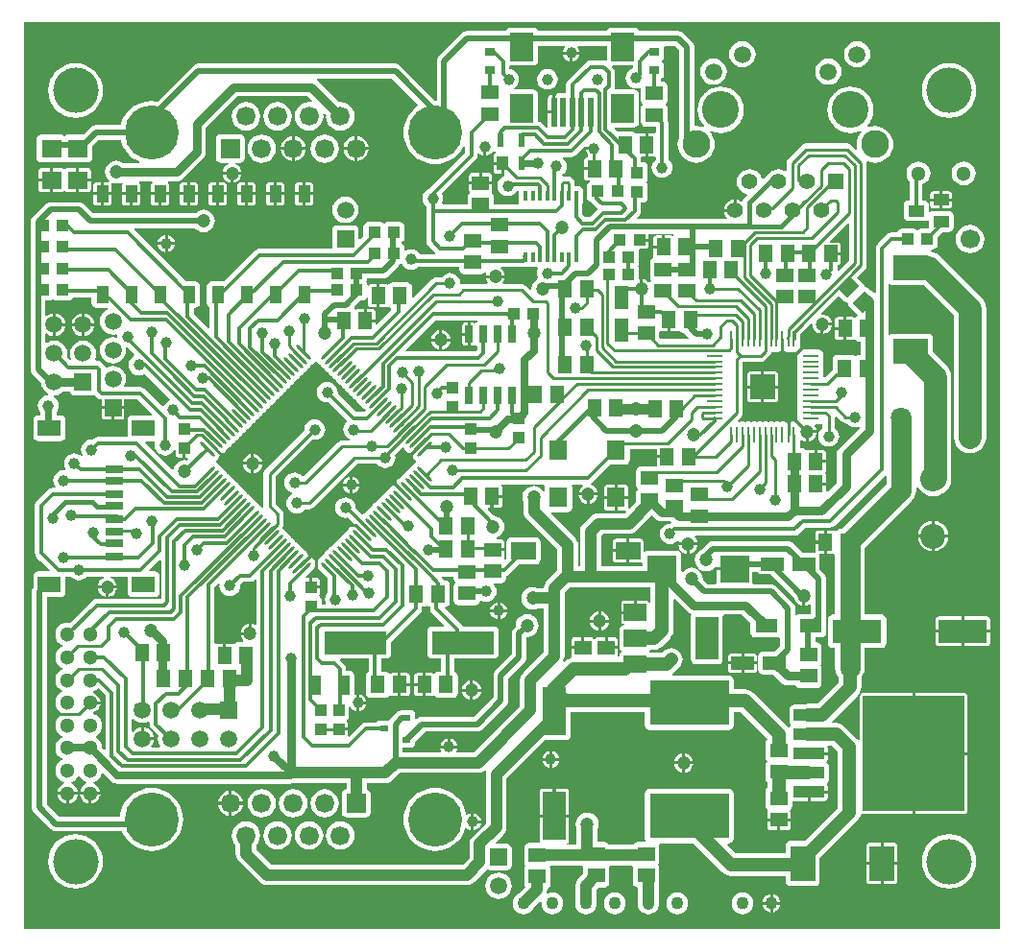
<source format=gtl>
G04 Layer_Physical_Order=1*
G04 Layer_Color=255*
%FSLAX42Y42*%
%MOMM*%
G71*
G01*
G75*
%ADD10R,1.40X1.00*%
%ADD11R,0.70X0.60*%
%ADD12R,2.01X1.50*%
%ADD13R,2.01X3.81*%
%ADD14R,2.60X2.40*%
%ADD15R,1.50X1.30*%
%ADD16R,1.10X1.00*%
%ADD17R,1.30X1.50*%
G04:AMPARAMS|DCode=18|XSize=1.5mm|YSize=1.3mm|CornerRadius=0mm|HoleSize=0mm|Usage=FLASHONLY|Rotation=45.000|XOffset=0mm|YOffset=0mm|HoleType=Round|Shape=Rectangle|*
%AMROTATEDRECTD18*
4,1,4,-0.07,-0.99,-0.99,-0.07,0.07,0.99,0.99,0.07,-0.07,-0.99,0.0*
%
%ADD18ROTATEDRECTD18*%

%ADD19R,1.80X1.60*%
%ADD20R,1.00X1.10*%
%ADD21R,0.65X1.52*%
%ADD22R,0.60X2.50*%
%ADD23R,2.00X2.50*%
%ADD24R,0.99X1.30*%
%ADD25R,0.59X1.30*%
%ADD26R,2.18X1.60*%
%ADD27R,0.95X0.80*%
%ADD28R,1.20X2.00*%
%ADD29R,2.00X1.20*%
%ADD30R,5.50X2.00*%
%ADD31R,1.10X1.50*%
%ADD32R,1.95X1.25*%
%ADD33R,2.20X3.15*%
%ADD34R,8.94X10.16*%
%ADD35R,2.69X1.02*%
%ADD36R,1.47X0.28*%
%ADD37R,0.28X1.47*%
%ADD38R,2.21X2.21*%
%ADD39R,0.41X0.91*%
%ADD40R,1.60X1.80*%
%ADD41R,7.00X4.00*%
%ADD42R,4.30X2.10*%
%ADD43R,2.00X1.45*%
%ADD44R,1.50X0.80*%
%ADD45R,1.00X1.80*%
%ADD46R,3.10X2.30*%
%ADD47R,2.10X4.30*%
G04:AMPARAMS|DCode=48|XSize=0.3mm|YSize=1.8mm|CornerRadius=0mm|HoleSize=0mm|Usage=FLASHONLY|Rotation=225.000|XOffset=0mm|YOffset=0mm|HoleType=Round|Shape=Round|*
%AMOVALD48*
21,1,1.50,0.30,0.00,0.00,315.0*
1,1,0.30,-0.53,0.53*
1,1,0.30,0.53,-0.53*
%
%ADD48OVALD48*%

G04:AMPARAMS|DCode=49|XSize=0.3mm|YSize=1.8mm|CornerRadius=0mm|HoleSize=0mm|Usage=FLASHONLY|Rotation=135.000|XOffset=0mm|YOffset=0mm|HoleType=Round|Shape=Round|*
%AMOVALD49*
21,1,1.50,0.30,0.00,0.00,225.0*
1,1,0.30,0.53,0.53*
1,1,0.30,-0.53,-0.53*
%
%ADD49OVALD49*%

%ADD50C,1.20*%
%ADD51C,1.00*%
%ADD52C,0.25*%
%ADD53C,0.30*%
%ADD54C,0.50*%
%ADD55C,0.60*%
%ADD56C,2.00*%
%ADD57C,0.80*%
%ADD58C,0.40*%
%ADD59C,0.90*%
%ADD60C,0.70*%
%ADD61C,1.80*%
%ADD62C,1.30*%
%ADD63C,1.50*%
%ADD64R,1.50X1.50*%
%ADD65C,1.69*%
%ADD66R,1.69X1.69*%
%ADD67C,4.76*%
%ADD68C,1.00*%
%ADD69C,1.70*%
%ADD70C,4.00*%
%ADD71C,3.25*%
%ADD72C,2.44*%
%ADD73C,1.52*%
%ADD74C,1.42*%
%ADD75R,1.42X1.42*%
%ADD76C,2.20*%
%ADD77C,1.10*%
%ADD78R,1.50X1.50*%
%ADD79C,1.20*%
%ADD80C,1.80*%
G36*
X8600Y0D02*
X0D01*
Y8000D01*
X8600D01*
Y0D01*
D02*
G37*
%LPC*%
G36*
X7547Y570D02*
X7424D01*
Y425D01*
X7426Y415D01*
X7432Y407D01*
X7440Y401D01*
X7450Y399D01*
X7547D01*
Y570D01*
D02*
G37*
G36*
Y766D02*
X7450D01*
X7440Y764D01*
X7432Y758D01*
X7426Y750D01*
X7424Y740D01*
Y595D01*
X7547D01*
Y766D01*
D02*
G37*
G36*
X7696Y570D02*
X7573D01*
Y399D01*
X7670D01*
X7680Y401D01*
X7688Y407D01*
X7694Y415D01*
X7696Y425D01*
Y570D01*
D02*
G37*
G36*
X8150Y841D02*
X8103Y837D01*
X8058Y823D01*
X8016Y801D01*
X7979Y771D01*
X7949Y734D01*
X7927Y692D01*
X7913Y647D01*
X7909Y600D01*
X7913Y553D01*
X7927Y508D01*
X7949Y466D01*
X7979Y429D01*
X8016Y399D01*
X8058Y377D01*
X8103Y363D01*
X8150Y359D01*
X8197Y363D01*
X8242Y377D01*
X8284Y399D01*
X8321Y429D01*
X8351Y466D01*
X8373Y508D01*
X8387Y553D01*
X8391Y600D01*
X8387Y647D01*
X8373Y692D01*
X8351Y734D01*
X8321Y771D01*
X8284Y801D01*
X8242Y823D01*
X8197Y837D01*
X8150Y841D01*
D02*
G37*
G36*
X4180Y499D02*
X4150Y495D01*
X4122Y483D01*
X4098Y465D01*
X4080Y441D01*
X4068Y413D01*
X4064Y383D01*
X4068Y353D01*
X4080Y325D01*
X4098Y301D01*
X4122Y283D01*
X4150Y271D01*
X4180Y267D01*
X4210Y271D01*
X4238Y283D01*
X4262Y301D01*
X4280Y325D01*
X4292Y353D01*
X4296Y383D01*
X4292Y413D01*
X4280Y441D01*
X4262Y465D01*
X4238Y483D01*
X4210Y495D01*
X4180Y499D01*
D02*
G37*
G36*
X814Y3007D02*
X743D01*
Y2936D01*
X752Y2937D01*
X773Y2945D01*
X791Y2959D01*
X805Y2977D01*
X813Y2998D01*
X814Y3007D01*
D02*
G37*
G36*
X450Y841D02*
X403Y837D01*
X358Y823D01*
X316Y801D01*
X279Y771D01*
X249Y734D01*
X227Y692D01*
X213Y647D01*
X209Y600D01*
X213Y553D01*
X227Y508D01*
X249Y466D01*
X279Y429D01*
X316Y399D01*
X358Y377D01*
X403Y363D01*
X450Y359D01*
X497Y363D01*
X542Y377D01*
X584Y399D01*
X621Y429D01*
X651Y466D01*
X673Y508D01*
X687Y553D01*
X691Y600D01*
X687Y647D01*
X673Y692D01*
X651Y734D01*
X621Y771D01*
X584Y801D01*
X542Y823D01*
X497Y837D01*
X450Y841D01*
D02*
G37*
G36*
X7670Y766D02*
X7573D01*
Y595D01*
X7696D01*
Y740D01*
X7694Y750D01*
X7688Y758D01*
X7680Y764D01*
X7670Y766D01*
D02*
G37*
G36*
X6751Y952D02*
X6663D01*
Y874D01*
X6725D01*
X6735Y876D01*
X6743Y882D01*
X6749Y890D01*
X6751Y900D01*
Y952D01*
D02*
G37*
G36*
X3619Y1249D02*
X3575Y1245D01*
X3533Y1235D01*
X3492Y1218D01*
X3455Y1196D01*
X3422Y1167D01*
X3393Y1134D01*
X3371Y1097D01*
X3354Y1056D01*
X3344Y1014D01*
X3340Y970D01*
X3344Y926D01*
X3354Y884D01*
X3371Y843D01*
X3393Y806D01*
X3422Y773D01*
X3455Y744D01*
X3492Y722D01*
X3533Y705D01*
X3575Y695D01*
X3619Y691D01*
X3663Y695D01*
X3705Y705D01*
X3746Y722D01*
X3783Y744D01*
X3816Y773D01*
X3845Y806D01*
X3867Y843D01*
X3884Y884D01*
X3886Y891D01*
X3900Y894D01*
X3912Y884D01*
X3930Y877D01*
X3937Y876D01*
Y950D01*
Y1024D01*
X3930Y1023D01*
X3912Y1016D01*
X3907Y1012D01*
X3903Y1013D01*
X3893Y1018D01*
X3884Y1056D01*
X3867Y1097D01*
X3845Y1134D01*
X3816Y1167D01*
X3783Y1196D01*
X3746Y1218D01*
X3705Y1235D01*
X3663Y1245D01*
X3619Y1249D01*
D02*
G37*
G36*
X4024Y937D02*
X3963D01*
Y876D01*
X3970Y877D01*
X3988Y884D01*
X4004Y896D01*
X4016Y912D01*
X4023Y930D01*
X4024Y937D01*
D02*
G37*
G36*
X6637Y952D02*
X6549D01*
Y900D01*
X6551Y890D01*
X6557Y882D01*
X6565Y876D01*
X6575Y874D01*
X6637D01*
Y952D01*
D02*
G37*
G36*
X2231Y954D02*
X2198Y949D01*
X2168Y937D01*
X2142Y917D01*
X2122Y891D01*
X2110Y861D01*
X2105Y828D01*
X2110Y795D01*
X2122Y765D01*
X2142Y739D01*
X2168Y719D01*
X2198Y707D01*
X2231Y702D01*
X2264Y707D01*
X2294Y719D01*
X2320Y739D01*
X2340Y765D01*
X2352Y795D01*
X2357Y828D01*
X2352Y861D01*
X2340Y891D01*
X2320Y917D01*
X2294Y937D01*
X2264Y949D01*
X2231Y954D01*
D02*
G37*
G36*
X2508D02*
X2475Y949D01*
X2445Y937D01*
X2419Y917D01*
X2399Y891D01*
X2387Y861D01*
X2382Y828D01*
X2387Y795D01*
X2399Y765D01*
X2419Y739D01*
X2445Y719D01*
X2475Y707D01*
X2508Y702D01*
X2541Y707D01*
X2571Y719D01*
X2597Y739D01*
X2617Y765D01*
X2629Y795D01*
X2634Y828D01*
X2629Y861D01*
X2617Y891D01*
X2597Y917D01*
X2571Y937D01*
X2541Y949D01*
X2508Y954D01*
D02*
G37*
G36*
X2785D02*
X2752Y949D01*
X2722Y937D01*
X2696Y917D01*
X2676Y891D01*
X2664Y861D01*
X2659Y828D01*
X2664Y795D01*
X2676Y765D01*
X2696Y739D01*
X2722Y719D01*
X2752Y707D01*
X2785Y702D01*
X2818Y707D01*
X2848Y719D01*
X2874Y739D01*
X2894Y765D01*
X2906Y795D01*
X2911Y828D01*
X2906Y861D01*
X2894Y891D01*
X2874Y917D01*
X2848Y937D01*
X2818Y949D01*
X2785Y954D01*
D02*
G37*
G36*
X717Y3007D02*
X646D01*
X647Y2998D01*
X655Y2977D01*
X669Y2959D01*
X687Y2945D01*
X708Y2937D01*
X717Y2936D01*
Y3007D01*
D02*
G37*
G36*
X8067Y6422D02*
X7984D01*
Y6385D01*
X7986Y6375D01*
X7992Y6367D01*
X8000Y6361D01*
X8010Y6359D01*
X8067D01*
Y6422D01*
D02*
G37*
G36*
X6251Y6437D02*
X6239Y6435D01*
X6215Y6425D01*
X6195Y6410D01*
X6180Y6390D01*
X6170Y6366D01*
X6168Y6354D01*
X6251D01*
Y6437D01*
D02*
G37*
G36*
X8257Y2761D02*
X8055D01*
X8045Y2759D01*
X8037Y2753D01*
X8031Y2745D01*
X8029Y2735D01*
Y2643D01*
X8257D01*
Y2761D01*
D02*
G37*
G36*
X8176Y6422D02*
X8093D01*
Y6359D01*
X8150D01*
X8160Y6361D01*
X8168Y6367D01*
X8174Y6375D01*
X8176Y6385D01*
Y6422D01*
D02*
G37*
G36*
X929Y6477D02*
X861D01*
Y6415D01*
X863Y6405D01*
X869Y6397D01*
X877Y6391D01*
X887Y6389D01*
X929D01*
Y6477D01*
D02*
G37*
G36*
X769D02*
X701D01*
Y6389D01*
X743D01*
X753Y6391D01*
X761Y6397D01*
X767Y6405D01*
X769Y6415D01*
Y6477D01*
D02*
G37*
G36*
X675D02*
X607D01*
Y6415D01*
X609Y6405D01*
X615Y6397D01*
X623Y6391D01*
X633Y6389D01*
X675D01*
Y6477D01*
D02*
G37*
G36*
X2830Y6463D02*
X2800Y6459D01*
X2772Y6447D01*
X2748Y6429D01*
X2730Y6405D01*
X2718Y6377D01*
X2714Y6347D01*
X2718Y6317D01*
X2730Y6289D01*
X2748Y6265D01*
X2772Y6247D01*
X2800Y6235D01*
X2830Y6231D01*
X2860Y6235D01*
X2888Y6247D01*
X2912Y6265D01*
X2930Y6289D01*
X2942Y6317D01*
X2946Y6347D01*
X2942Y6377D01*
X2930Y6405D01*
X2912Y6429D01*
X2888Y6447D01*
X2860Y6459D01*
X2830Y6463D01*
D02*
G37*
G36*
X1324Y6037D02*
X1263D01*
Y5976D01*
X1270Y5977D01*
X1288Y5984D01*
X1304Y5996D01*
X1316Y6012D01*
X1323Y6030D01*
X1324Y6037D01*
D02*
G37*
G36*
X1237D02*
X1176D01*
X1177Y6030D01*
X1184Y6012D01*
X1196Y5996D01*
X1212Y5984D01*
X1230Y5977D01*
X1237Y5976D01*
Y6037D01*
D02*
G37*
G36*
X8335Y6216D02*
X8302Y6212D01*
X8272Y6199D01*
X8246Y6179D01*
X8226Y6153D01*
X8213Y6123D01*
X8209Y6090D01*
X8213Y6057D01*
X8226Y6027D01*
X8246Y6001D01*
X8272Y5981D01*
X8302Y5968D01*
X8335Y5964D01*
X8368Y5968D01*
X8398Y5981D01*
X8424Y6001D01*
X8444Y6027D01*
X8457Y6057D01*
X8461Y6090D01*
X8457Y6123D01*
X8444Y6153D01*
X8424Y6179D01*
X8398Y6199D01*
X8368Y6212D01*
X8335Y6216D01*
D02*
G37*
G36*
X6597Y309D02*
Y243D01*
X6663D01*
X6662Y251D01*
X6654Y271D01*
X6641Y287D01*
X6625Y300D01*
X6605Y308D01*
X6597Y309D01*
D02*
G37*
G36*
X8485Y2761D02*
X8283D01*
Y2643D01*
X8511D01*
Y2735D01*
X8509Y2745D01*
X8503Y2753D01*
X8495Y2759D01*
X8485Y2761D01*
D02*
G37*
G36*
X1263Y6124D02*
Y6063D01*
X1324D01*
X1323Y6070D01*
X1316Y6088D01*
X1304Y6104D01*
X1288Y6116D01*
X1270Y6123D01*
X1263Y6124D01*
D02*
G37*
G36*
X1237D02*
X1230Y6123D01*
X1212Y6116D01*
X1196Y6104D01*
X1184Y6088D01*
X1177Y6070D01*
X1176Y6063D01*
X1237D01*
Y6124D01*
D02*
G37*
G36*
X1828Y1221D02*
Y1125D01*
X1925D01*
X1923Y1141D01*
X1911Y1167D01*
X1894Y1190D01*
X1871Y1208D01*
X1844Y1219D01*
X1828Y1221D01*
D02*
G37*
G36*
X7079Y1197D02*
X6931D01*
Y1133D01*
X7053D01*
X7063Y1135D01*
X7071Y1141D01*
X7077Y1149D01*
X7079Y1159D01*
Y1197D01*
D02*
G37*
G36*
X5797Y1457D02*
X5726D01*
X5727Y1448D01*
X5735Y1427D01*
X5749Y1409D01*
X5767Y1395D01*
X5788Y1387D01*
X5797Y1386D01*
Y1457D01*
D02*
G37*
G36*
X4653Y1574D02*
Y1513D01*
X4714D01*
X4713Y1520D01*
X4706Y1538D01*
X4694Y1554D01*
X4678Y1566D01*
X4660Y1573D01*
X4653Y1574D01*
D02*
G37*
G36*
X670Y1187D02*
X593D01*
Y1110D01*
X604Y1112D01*
X626Y1121D01*
X644Y1136D01*
X659Y1154D01*
X668Y1176D01*
X670Y1187D01*
D02*
G37*
G36*
X1803Y1221D02*
X1787Y1219D01*
X1760Y1208D01*
X1737Y1190D01*
X1720Y1167D01*
X1708Y1141D01*
X1706Y1125D01*
X1803D01*
Y1221D01*
D02*
G37*
G36*
X8145Y3457D02*
X8023D01*
Y3335D01*
X8045Y3338D01*
X8078Y3352D01*
X8107Y3373D01*
X8128Y3402D01*
X8142Y3435D01*
X8145Y3457D01*
D02*
G37*
G36*
X5894Y1457D02*
X5823D01*
Y1386D01*
X5832Y1387D01*
X5853Y1395D01*
X5871Y1409D01*
X5885Y1427D01*
X5893Y1448D01*
X5894Y1457D01*
D02*
G37*
G36*
X4627Y1574D02*
X4620Y1573D01*
X4602Y1566D01*
X4586Y1554D01*
X4574Y1538D01*
X4567Y1520D01*
X4566Y1513D01*
X4627D01*
Y1574D01*
D02*
G37*
G36*
X8023Y3605D02*
Y3483D01*
X8145D01*
X8142Y3505D01*
X8128Y3538D01*
X8107Y3567D01*
X8078Y3588D01*
X8045Y3602D01*
X8023Y3605D01*
D02*
G37*
G36*
X7997Y3605D02*
X7975Y3602D01*
X7942Y3588D01*
X7913Y3567D01*
X7892Y3538D01*
X7878Y3505D01*
X7875Y3483D01*
X7997D01*
Y3605D01*
D02*
G37*
G36*
X5823Y1554D02*
Y1483D01*
X5894D01*
X5893Y1492D01*
X5885Y1513D01*
X5871Y1531D01*
X5853Y1545D01*
X5832Y1553D01*
X5823Y1554D01*
D02*
G37*
G36*
X4627Y1487D02*
X4566D01*
X4567Y1480D01*
X4574Y1462D01*
X4586Y1446D01*
X4602Y1434D01*
X4620Y1427D01*
X4627Y1426D01*
Y1487D01*
D02*
G37*
G36*
X4714D02*
X4653D01*
Y1426D01*
X4660Y1427D01*
X4678Y1434D01*
X4694Y1446D01*
X4706Y1462D01*
X4713Y1480D01*
X4714Y1487D01*
D02*
G37*
G36*
X5797Y1554D02*
X5788Y1553D01*
X5767Y1545D01*
X5749Y1531D01*
X5735Y1513D01*
X5727Y1492D01*
X5726Y1483D01*
X5797D01*
Y1554D01*
D02*
G37*
G36*
X470Y1187D02*
X393D01*
Y1110D01*
X404Y1112D01*
X426Y1121D01*
X444Y1136D01*
X459Y1154D01*
X468Y1176D01*
X470Y1187D01*
D02*
G37*
G36*
X1803Y1099D02*
X1706D01*
X1708Y1083D01*
X1720Y1057D01*
X1737Y1034D01*
X1760Y1016D01*
X1787Y1005D01*
X1803Y1003D01*
Y1099D01*
D02*
G37*
G36*
X1925D02*
X1828D01*
Y1003D01*
X1844Y1005D01*
X1871Y1016D01*
X1894Y1034D01*
X1911Y1057D01*
X1923Y1083D01*
X1925Y1099D01*
D02*
G37*
G36*
X881Y4589D02*
X793D01*
Y4501D01*
X855D01*
X865Y4503D01*
X873Y4509D01*
X879Y4517D01*
X881Y4527D01*
Y4589D01*
D02*
G37*
G36*
X2647Y1238D02*
X2614Y1233D01*
X2584Y1221D01*
X2558Y1201D01*
X2538Y1175D01*
X2525Y1145D01*
X2521Y1112D01*
X2525Y1079D01*
X2538Y1049D01*
X2558Y1023D01*
X2584Y1003D01*
X2614Y991D01*
X2647Y986D01*
X2679Y991D01*
X2709Y1003D01*
X2735Y1023D01*
X2755Y1049D01*
X2768Y1079D01*
X2772Y1112D01*
X2768Y1145D01*
X2755Y1175D01*
X2735Y1201D01*
X2709Y1221D01*
X2679Y1233D01*
X2647Y1238D01*
D02*
G37*
G36*
X3963Y1024D02*
Y963D01*
X4024D01*
X4023Y970D01*
X4016Y988D01*
X4004Y1004D01*
X3988Y1016D01*
X3970Y1023D01*
X3963Y1024D01*
D02*
G37*
G36*
X2092Y1238D02*
X2060Y1233D01*
X2030Y1221D01*
X2004Y1201D01*
X1984Y1175D01*
X1971Y1145D01*
X1967Y1112D01*
X1971Y1079D01*
X1984Y1049D01*
X2004Y1023D01*
X2030Y1003D01*
X2060Y991D01*
X2092Y986D01*
X2125Y991D01*
X2155Y1003D01*
X2181Y1023D01*
X2201Y1049D01*
X2214Y1079D01*
X2218Y1112D01*
X2214Y1145D01*
X2201Y1175D01*
X2181Y1201D01*
X2155Y1221D01*
X2125Y1233D01*
X2092Y1238D01*
D02*
G37*
G36*
X2369D02*
X2337Y1233D01*
X2307Y1221D01*
X2281Y1201D01*
X2261Y1175D01*
X2248Y1145D01*
X2244Y1112D01*
X2248Y1079D01*
X2261Y1049D01*
X2281Y1023D01*
X2307Y1003D01*
X2337Y991D01*
X2369Y986D01*
X2402Y991D01*
X2432Y1003D01*
X2458Y1023D01*
X2478Y1049D01*
X2491Y1079D01*
X2495Y1112D01*
X2491Y1145D01*
X2478Y1175D01*
X2458Y1201D01*
X2432Y1221D01*
X2402Y1233D01*
X2369Y1238D01*
D02*
G37*
G36*
X767Y4589D02*
X679D01*
Y4527D01*
X681Y4517D01*
X687Y4509D01*
X695Y4503D01*
X705Y4501D01*
X767D01*
Y4589D01*
D02*
G37*
G36*
X8310Y1537D02*
X7850D01*
Y1016D01*
X8285D01*
X8294Y1018D01*
X8303Y1024D01*
X8308Y1032D01*
X8310Y1042D01*
Y1537D01*
D02*
G37*
G36*
X567Y1187D02*
X490D01*
X492Y1176D01*
X501Y1154D01*
X516Y1136D01*
X534Y1121D01*
X556Y1112D01*
X567Y1110D01*
Y1187D01*
D02*
G37*
G36*
X367Y1187D02*
X290D01*
X292Y1176D01*
X301Y1154D01*
X316Y1136D01*
X334Y1121D01*
X356Y1112D01*
X367Y1110D01*
Y1187D01*
D02*
G37*
G36*
X7997Y3457D02*
X7875D01*
X7878Y3435D01*
X7892Y3402D01*
X7913Y3373D01*
X7942Y3352D01*
X7975Y3338D01*
X7997Y3335D01*
Y3457D01*
D02*
G37*
G36*
X4657Y1238D02*
X4565D01*
X4555Y1236D01*
X4547Y1231D01*
X4541Y1222D01*
X4539Y1212D01*
Y1010D01*
X4657D01*
Y1238D01*
D02*
G37*
G36*
X8285Y2084D02*
X7850D01*
Y1563D01*
X8310D01*
Y2058D01*
X8308Y2068D01*
X8303Y2076D01*
X8294Y2082D01*
X8285Y2084D01*
D02*
G37*
G36*
X4775Y1238D02*
X4683D01*
Y1010D01*
X4801D01*
Y1212D01*
X4799Y1222D01*
X4793Y1231D01*
X4785Y1236D01*
X4775Y1238D01*
D02*
G37*
G36*
X2647Y7014D02*
X2614Y7009D01*
X2584Y6997D01*
X2558Y6977D01*
X2538Y6951D01*
X2525Y6921D01*
X2521Y6888D01*
X2525Y6855D01*
X2538Y6825D01*
X2558Y6799D01*
X2584Y6779D01*
X2614Y6767D01*
X2647Y6762D01*
X2679Y6767D01*
X2709Y6779D01*
X2735Y6799D01*
X2755Y6825D01*
X2768Y6855D01*
X2772Y6888D01*
X2768Y6921D01*
X2755Y6951D01*
X2735Y6977D01*
X2709Y6997D01*
X2679Y7009D01*
X2647Y7014D01*
D02*
G37*
G36*
X2911Y6875D02*
X2814D01*
X2816Y6859D01*
X2828Y6833D01*
X2845Y6810D01*
X2868Y6792D01*
X2895Y6781D01*
X2911Y6779D01*
Y6875D01*
D02*
G37*
G36*
X457Y6716D02*
X380D01*
X370Y6714D01*
X362Y6708D01*
X361Y6708D01*
X346Y6708D01*
X346Y6708D01*
X338Y6713D01*
X328Y6715D01*
X250D01*
Y6609D01*
Y6503D01*
X328D01*
X338Y6505D01*
X346Y6511D01*
X347Y6512D01*
X362Y6512D01*
X362Y6512D01*
X370Y6506D01*
X380Y6504D01*
X457D01*
Y6610D01*
Y6716D01*
D02*
G37*
G36*
X2092Y7014D02*
X2060Y7009D01*
X2030Y6997D01*
X2004Y6977D01*
X1984Y6951D01*
X1971Y6921D01*
X1967Y6888D01*
X1971Y6855D01*
X1984Y6825D01*
X2004Y6799D01*
X2030Y6779D01*
X2060Y6767D01*
X2092Y6762D01*
X2125Y6767D01*
X2155Y6779D01*
X2181Y6799D01*
X2201Y6825D01*
X2214Y6855D01*
X2218Y6888D01*
X2214Y6921D01*
X2201Y6951D01*
X2181Y6977D01*
X2155Y6997D01*
X2125Y7009D01*
X2092Y7014D01*
D02*
G37*
G36*
X3033Y6875D02*
X2936D01*
Y6779D01*
X2952Y6781D01*
X2979Y6792D01*
X3002Y6810D01*
X3019Y6833D01*
X3031Y6859D01*
X3033Y6875D01*
D02*
G37*
G36*
X8511Y2617D02*
X8283D01*
Y2499D01*
X8485D01*
X8495Y2501D01*
X8503Y2507D01*
X8509Y2515D01*
X8511Y2525D01*
Y2617D01*
D02*
G37*
G36*
X2357Y6875D02*
X2260D01*
X2262Y6859D01*
X2274Y6833D01*
X2291Y6810D01*
X2314Y6792D01*
X2341Y6781D01*
X2357Y6779D01*
Y6875D01*
D02*
G37*
G36*
X2479D02*
X2382D01*
Y6779D01*
X2398Y6781D01*
X2425Y6792D01*
X2448Y6810D01*
X2465Y6833D01*
X2477Y6859D01*
X2479Y6875D01*
D02*
G37*
G36*
X6571Y309D02*
X6563Y308D01*
X6543Y300D01*
X6527Y287D01*
X6514Y271D01*
X6506Y251D01*
X6505Y243D01*
X6571D01*
Y309D01*
D02*
G37*
G36*
X6663Y217D02*
X6597D01*
Y151D01*
X6605Y152D01*
X6625Y160D01*
X6641Y173D01*
X6654Y189D01*
X6662Y209D01*
X6663Y217D01*
D02*
G37*
G36*
X1817Y6657D02*
X1746D01*
X1747Y6648D01*
X1755Y6627D01*
X1769Y6609D01*
X1787Y6595D01*
X1808Y6587D01*
X1817Y6586D01*
Y6657D01*
D02*
G37*
G36*
X1914D02*
X1843D01*
Y6586D01*
X1852Y6587D01*
X1873Y6595D01*
X1891Y6609D01*
X1905Y6627D01*
X1913Y6648D01*
X1914Y6657D01*
D02*
G37*
G36*
X6571Y217D02*
X6505D01*
X6506Y209D01*
X6514Y189D01*
X6527Y173D01*
X6543Y160D01*
X6563Y152D01*
X6571Y151D01*
Y217D01*
D02*
G37*
G36*
X1900Y7013D02*
X1731D01*
X1715Y7010D01*
X1702Y7001D01*
X1693Y6988D01*
X1690Y6972D01*
Y6804D01*
X1693Y6788D01*
X1702Y6775D01*
X1715Y6766D01*
X1731Y6763D01*
X1797D01*
X1800Y6750D01*
X1787Y6745D01*
X1769Y6731D01*
X1755Y6713D01*
X1747Y6692D01*
X1746Y6683D01*
X1914D01*
X1913Y6692D01*
X1905Y6713D01*
X1891Y6731D01*
X1873Y6745D01*
X1860Y6750D01*
X1863Y6763D01*
X1900D01*
X1916Y6766D01*
X1929Y6775D01*
X1938Y6788D01*
X1941Y6804D01*
Y6972D01*
X1938Y6988D01*
X1929Y7001D01*
X1916Y7010D01*
X1900Y7013D01*
D02*
G37*
G36*
X225Y6715D02*
X148D01*
X138Y6713D01*
X129Y6708D01*
X124Y6699D01*
X122Y6689D01*
Y6622D01*
X225D01*
Y6715D01*
D02*
G37*
G36*
X560Y6716D02*
X483D01*
Y6623D01*
X586D01*
Y6690D01*
X584Y6700D01*
X578Y6708D01*
X570Y6714D01*
X560Y6716D01*
D02*
G37*
G36*
X2911Y6997D02*
X2895Y6995D01*
X2868Y6984D01*
X2845Y6966D01*
X2828Y6943D01*
X2816Y6917D01*
X2814Y6901D01*
X2911D01*
Y6997D01*
D02*
G37*
G36*
X7087Y7685D02*
X7057Y7681D01*
X7028Y7669D01*
X7004Y7651D01*
X6985Y7626D01*
X6974Y7598D01*
X6970Y7568D01*
X6974Y7537D01*
X6985Y7509D01*
X7004Y7485D01*
X7028Y7466D01*
X7057Y7455D01*
X7087Y7451D01*
X7117Y7455D01*
X7146Y7466D01*
X7170Y7485D01*
X7188Y7509D01*
X7200Y7537D01*
X7204Y7568D01*
X7200Y7598D01*
X7188Y7626D01*
X7170Y7651D01*
X7146Y7669D01*
X7117Y7681D01*
X7087Y7685D01*
D02*
G37*
G36*
X6327Y7837D02*
X6297Y7833D01*
X6269Y7822D01*
X6245Y7803D01*
X6226Y7779D01*
X6214Y7751D01*
X6210Y7720D01*
X6214Y7690D01*
X6226Y7662D01*
X6245Y7637D01*
X6269Y7619D01*
X6297Y7607D01*
X6327Y7603D01*
X6358Y7607D01*
X6386Y7619D01*
X6410Y7637D01*
X6429Y7662D01*
X6441Y7690D01*
X6445Y7720D01*
X6441Y7751D01*
X6429Y7779D01*
X6410Y7803D01*
X6386Y7822D01*
X6358Y7833D01*
X6327Y7837D01*
D02*
G37*
G36*
X5754Y326D02*
X5729Y323D01*
X5706Y313D01*
X5686Y298D01*
X5671Y278D01*
X5661Y255D01*
X5658Y230D01*
X5661Y205D01*
X5671Y182D01*
X5686Y162D01*
X5706Y147D01*
X5729Y137D01*
X5754Y134D01*
X5779Y137D01*
X5802Y147D01*
X5822Y162D01*
X5837Y182D01*
X5847Y205D01*
X5850Y230D01*
X5847Y255D01*
X5837Y278D01*
X5822Y298D01*
X5802Y313D01*
X5779Y323D01*
X5754Y326D01*
D02*
G37*
G36*
X6073Y7685D02*
X6043Y7681D01*
X6015Y7669D01*
X5991Y7651D01*
X5972Y7626D01*
X5960Y7598D01*
X5956Y7568D01*
X5960Y7537D01*
X5972Y7509D01*
X5991Y7485D01*
X6015Y7466D01*
X6043Y7455D01*
X6073Y7451D01*
X6104Y7455D01*
X6132Y7466D01*
X6156Y7485D01*
X6175Y7509D01*
X6187Y7537D01*
X6191Y7568D01*
X6187Y7598D01*
X6175Y7626D01*
X6156Y7651D01*
X6132Y7669D01*
X6104Y7681D01*
X6073Y7685D01*
D02*
G37*
G36*
X8257Y2617D02*
X8029D01*
Y2525D01*
X8031Y2515D01*
X8037Y2507D01*
X8045Y2501D01*
X8055Y2499D01*
X8257D01*
Y2617D01*
D02*
G37*
G36*
X5375Y7953D02*
X5175D01*
X5159Y7950D01*
X5146Y7941D01*
X5137Y7928D01*
X5137Y7926D01*
X4523D01*
X4523Y7928D01*
X4514Y7941D01*
X4501Y7950D01*
X4485Y7953D01*
X4285D01*
X4269Y7950D01*
X4256Y7941D01*
X4247Y7928D01*
X4247Y7926D01*
X3900D01*
X3883Y7923D01*
X3867Y7917D01*
X3854Y7906D01*
X3654Y7706D01*
X3643Y7693D01*
X3637Y7677D01*
X3634Y7660D01*
Y7317D01*
X3631Y7313D01*
X3622Y7311D01*
X3316Y7616D01*
X3303Y7627D01*
X3287Y7633D01*
X3270Y7636D01*
X1530D01*
X1513Y7633D01*
X1497Y7627D01*
X1484Y7616D01*
X1171Y7304D01*
X1164Y7305D01*
X1120Y7309D01*
X1076Y7305D01*
X1034Y7295D01*
X993Y7278D01*
X956Y7256D01*
X923Y7227D01*
X894Y7194D01*
X872Y7157D01*
X855Y7116D01*
X850Y7096D01*
X630D01*
X613Y7093D01*
X597Y7087D01*
X584Y7076D01*
X518Y7011D01*
X380D01*
X364Y7008D01*
X353Y7000D01*
X343Y7007D01*
X328Y7010D01*
X148D01*
X132Y7007D01*
X119Y6998D01*
X110Y6985D01*
X107Y6969D01*
Y6809D01*
X110Y6794D01*
X119Y6780D01*
X132Y6772D01*
X148Y6768D01*
X328D01*
X343Y6772D01*
X354Y6779D01*
X364Y6772D01*
X380Y6769D01*
X560D01*
X576Y6772D01*
X589Y6781D01*
X598Y6794D01*
X601Y6810D01*
Y6908D01*
X657Y6964D01*
X850D01*
X855Y6944D01*
X872Y6903D01*
X894Y6866D01*
X923Y6833D01*
X956Y6804D01*
X993Y6782D01*
X1013Y6773D01*
X1011Y6761D01*
X869D01*
X860Y6767D01*
X836Y6777D01*
X810Y6781D01*
X784Y6777D01*
X760Y6767D01*
X739Y6751D01*
X723Y6730D01*
X713Y6706D01*
X709Y6680D01*
X713Y6654D01*
X723Y6630D01*
X739Y6609D01*
X746Y6603D01*
X744Y6595D01*
X741Y6591D01*
X701D01*
Y6503D01*
X769D01*
Y6565D01*
X767Y6575D01*
X766Y6576D01*
X774Y6586D01*
X784Y6583D01*
X810Y6579D01*
X836Y6583D01*
X860Y6593D01*
X861Y6593D01*
X868Y6582D01*
X863Y6575D01*
X861Y6565D01*
Y6503D01*
X1023D01*
Y6565D01*
X1021Y6575D01*
X1015Y6583D01*
X1010Y6587D01*
X1014Y6599D01*
X1124D01*
X1128Y6587D01*
X1123Y6583D01*
X1117Y6575D01*
X1115Y6565D01*
Y6503D01*
X1277D01*
Y6565D01*
X1275Y6575D01*
X1269Y6583D01*
X1264Y6587D01*
X1268Y6599D01*
X1340D01*
X1361Y6602D01*
X1380Y6610D01*
X1397Y6623D01*
X1577Y6803D01*
X1590Y6820D01*
X1598Y6839D01*
X1601Y6860D01*
Y7077D01*
X1873Y7349D01*
X2494D01*
X2536Y7307D01*
X2530Y7295D01*
X2508Y7298D01*
X2475Y7293D01*
X2445Y7281D01*
X2419Y7261D01*
X2399Y7235D01*
X2387Y7205D01*
X2382Y7172D01*
X2387Y7139D01*
X2399Y7109D01*
X2419Y7083D01*
X2445Y7063D01*
X2475Y7051D01*
X2508Y7046D01*
X2541Y7051D01*
X2571Y7063D01*
X2597Y7083D01*
X2617Y7109D01*
X2629Y7139D01*
X2634Y7172D01*
X2631Y7194D01*
X2643Y7200D01*
X2661Y7182D01*
X2659Y7172D01*
X2664Y7139D01*
X2676Y7109D01*
X2696Y7083D01*
X2722Y7063D01*
X2752Y7051D01*
X2785Y7046D01*
X2818Y7051D01*
X2848Y7063D01*
X2874Y7083D01*
X2894Y7109D01*
X2906Y7139D01*
X2911Y7172D01*
X2906Y7205D01*
X2894Y7235D01*
X2874Y7261D01*
X2848Y7281D01*
X2818Y7293D01*
X2785Y7298D01*
X2775Y7296D01*
X2584Y7487D01*
X2578Y7492D01*
X2582Y7504D01*
X3243D01*
X3471Y7277D01*
X3469Y7264D01*
X3455Y7256D01*
X3422Y7227D01*
X3393Y7194D01*
X3371Y7157D01*
X3354Y7116D01*
X3344Y7074D01*
X3340Y7030D01*
X3344Y6986D01*
X3354Y6944D01*
X3371Y6903D01*
X3393Y6866D01*
X3422Y6833D01*
X3455Y6804D01*
X3492Y6782D01*
X3533Y6765D01*
X3575Y6755D01*
X3619Y6751D01*
X3663Y6755D01*
X3705Y6765D01*
X3746Y6782D01*
X3783Y6804D01*
X3816Y6833D01*
X3845Y6866D01*
X3867Y6903D01*
X3871Y6913D01*
X3884Y6911D01*
Y6853D01*
X3563Y6532D01*
X3555Y6529D01*
X3536Y6514D01*
X3521Y6495D01*
X3512Y6473D01*
X3509Y6450D01*
X3512Y6427D01*
X3521Y6405D01*
X3536Y6386D01*
X3544Y6380D01*
Y6340D01*
Y6070D01*
X3548Y6049D01*
X3560Y6030D01*
X3620Y5970D01*
X3623Y5969D01*
X3619Y5956D01*
X3488D01*
X3474Y5974D01*
X3455Y5989D01*
X3433Y5998D01*
X3410Y6001D01*
X3387Y5998D01*
X3365Y5989D01*
X3362Y5987D01*
X3351Y5992D01*
Y6010D01*
X3348Y6026D01*
X3339Y6039D01*
X3326Y6048D01*
X3321Y6049D01*
Y6061D01*
X3326Y6062D01*
X3339Y6071D01*
X3348Y6084D01*
X3351Y6100D01*
Y6200D01*
X3348Y6216D01*
X3339Y6229D01*
X3326Y6238D01*
X3310Y6241D01*
X3200D01*
X3184Y6238D01*
X3171Y6229D01*
X3169D01*
X3156Y6238D01*
X3140Y6241D01*
X3030D01*
X3014Y6238D01*
X3001Y6229D01*
X2992Y6216D01*
X2989Y6200D01*
Y6119D01*
X2958Y6087D01*
X2946Y6092D01*
Y6168D01*
X2943Y6184D01*
X2934Y6197D01*
X2921Y6206D01*
X2905Y6209D01*
X2755D01*
X2739Y6206D01*
X2726Y6197D01*
X2717Y6184D01*
X2714Y6168D01*
Y6018D01*
X2715Y6016D01*
X2707Y6006D01*
X2074D01*
X2053Y6002D01*
X2034Y5990D01*
X1760Y5716D01*
X1759Y5716D01*
X1649D01*
X1633Y5713D01*
X1620Y5704D01*
X1611Y5691D01*
X1608Y5675D01*
Y5525D01*
X1611Y5509D01*
X1620Y5496D01*
X1630Y5490D01*
Y5307D01*
X1618Y5302D01*
X1496Y5425D01*
Y5484D01*
X1505D01*
X1521Y5487D01*
X1534Y5496D01*
X1543Y5509D01*
X1546Y5525D01*
Y5675D01*
X1543Y5691D01*
X1534Y5704D01*
X1521Y5713D01*
X1505Y5716D01*
X1424D01*
X967Y6173D01*
X971Y6184D01*
X1504D01*
X1509Y6179D01*
X1530Y6163D01*
X1554Y6153D01*
X1580Y6149D01*
X1606Y6153D01*
X1630Y6163D01*
X1651Y6179D01*
X1667Y6200D01*
X1677Y6224D01*
X1681Y6250D01*
X1677Y6276D01*
X1667Y6300D01*
X1651Y6321D01*
X1630Y6337D01*
X1606Y6347D01*
X1580Y6351D01*
X1554Y6347D01*
X1530Y6337D01*
X1509Y6321D01*
X1504Y6316D01*
X607D01*
X526Y6396D01*
X513Y6407D01*
X497Y6413D01*
X480Y6416D01*
X230D01*
X213Y6413D01*
X197Y6407D01*
X184Y6396D01*
X74Y6286D01*
X63Y6273D01*
X57Y6257D01*
X54Y6240D01*
Y6020D01*
Y4940D01*
X57Y4923D01*
X63Y4907D01*
X74Y4894D01*
X148Y4819D01*
X151Y4796D01*
X163Y4768D01*
X181Y4744D01*
X205Y4726D01*
X206Y4723D01*
X196Y4709D01*
X187Y4708D01*
X165Y4699D01*
X146Y4684D01*
X131Y4665D01*
X122Y4643D01*
X119Y4620D01*
X122Y4597D01*
X131Y4575D01*
X139Y4564D01*
Y4533D01*
X120D01*
X104Y4530D01*
X91Y4521D01*
X82Y4508D01*
X79Y4492D01*
Y4347D01*
X82Y4332D01*
X91Y4319D01*
X104Y4310D01*
X120Y4307D01*
X320D01*
X336Y4310D01*
X349Y4319D01*
X358Y4332D01*
X361Y4347D01*
Y4492D01*
X358Y4508D01*
X349Y4521D01*
X336Y4530D01*
X320Y4533D01*
X281D01*
Y4564D01*
X289Y4575D01*
X298Y4597D01*
X301Y4620D01*
X298Y4643D01*
X289Y4665D01*
X274Y4684D01*
X255Y4699D01*
X260Y4710D01*
X263Y4710D01*
X293Y4714D01*
X321Y4726D01*
X345Y4744D01*
X346Y4745D01*
X402D01*
X404Y4735D01*
X413Y4722D01*
X426Y4713D01*
X442Y4710D01*
X592D01*
X608Y4713D01*
X615Y4718D01*
X620Y4710D01*
X640Y4690D01*
X659Y4678D01*
X679Y4674D01*
Y4615D01*
X780D01*
X881D01*
Y4674D01*
X997D01*
X1126Y4545D01*
X1121Y4533D01*
X950D01*
X934Y4530D01*
X921Y4521D01*
X912Y4508D01*
X909Y4492D01*
Y4347D01*
X908Y4346D01*
X650D01*
X629Y4342D01*
X610Y4330D01*
X600Y4319D01*
X590Y4321D01*
X567Y4318D01*
X545Y4309D01*
X526Y4294D01*
X511Y4275D01*
X502Y4253D01*
X499Y4230D01*
X502Y4207D01*
X511Y4185D01*
X502Y4176D01*
X485Y4189D01*
X463Y4198D01*
X440Y4201D01*
X417Y4198D01*
X395Y4189D01*
X376Y4174D01*
X361Y4155D01*
X352Y4133D01*
X349Y4110D01*
X352Y4087D01*
X361Y4065D01*
X364Y4061D01*
X357Y4049D01*
X345Y4051D01*
X322Y4048D01*
X300Y4039D01*
X281Y4024D01*
X266Y4005D01*
X257Y3983D01*
X254Y3960D01*
X257Y3937D01*
X266Y3915D01*
X273Y3906D01*
X267Y3894D01*
X247D01*
X226Y3889D01*
X208Y3877D01*
X108Y3777D01*
X96Y3759D01*
X91Y3738D01*
Y3322D01*
X96Y3301D01*
X108Y3283D01*
X140Y3250D01*
X140Y3250D01*
X221Y3170D01*
X216Y3158D01*
X120D01*
X104Y3155D01*
X91Y3146D01*
X82Y3133D01*
X79Y3117D01*
Y3021D01*
X73Y3013D01*
X67Y2997D01*
X64Y2980D01*
Y1080D01*
X67Y1063D01*
X73Y1047D01*
X84Y1034D01*
X234Y884D01*
X247Y873D01*
X263Y867D01*
X280Y864D01*
X863D01*
X872Y843D01*
X894Y806D01*
X923Y773D01*
X956Y744D01*
X993Y722D01*
X1034Y705D01*
X1076Y695D01*
X1120Y691D01*
X1164Y695D01*
X1206Y705D01*
X1247Y722D01*
X1284Y744D01*
X1317Y773D01*
X1346Y806D01*
X1368Y843D01*
X1385Y884D01*
X1395Y926D01*
X1399Y970D01*
X1395Y1014D01*
X1385Y1056D01*
X1368Y1097D01*
X1346Y1134D01*
X1317Y1167D01*
X1284Y1196D01*
X1247Y1218D01*
X1206Y1235D01*
X1164Y1245D01*
X1120Y1249D01*
X1076Y1245D01*
X1034Y1235D01*
X993Y1218D01*
X956Y1196D01*
X923Y1167D01*
X894Y1134D01*
X872Y1097D01*
X855Y1056D01*
X845Y1014D01*
X843Y996D01*
X307D01*
X196Y1107D01*
Y2932D01*
X320D01*
X336Y2935D01*
X349Y2944D01*
X358Y2957D01*
X361Y2973D01*
Y3114D01*
X410D01*
X416Y3106D01*
X435Y3091D01*
X457Y3082D01*
X480Y3079D01*
X503Y3082D01*
X525Y3091D01*
X544Y3106D01*
X550Y3114D01*
X700D01*
X703Y3101D01*
X687Y3095D01*
X669Y3081D01*
X655Y3063D01*
X647Y3042D01*
X646Y3033D01*
X814D01*
X813Y3042D01*
X805Y3063D01*
X791Y3081D01*
X773Y3095D01*
X757Y3101D01*
X760Y3114D01*
X909D01*
Y2973D01*
X912Y2957D01*
X921Y2944D01*
X934Y2935D01*
X950Y2932D01*
X1150D01*
X1166Y2935D01*
X1179Y2944D01*
X1188Y2957D01*
X1191Y2973D01*
Y3117D01*
X1188Y3133D01*
X1179Y3146D01*
X1166Y3155D01*
X1150Y3158D01*
X1104D01*
X1099Y3170D01*
X1192Y3263D01*
X1204Y3258D01*
Y2916D01*
X640D01*
X619Y2912D01*
X600Y2900D01*
X404Y2703D01*
X380Y2706D01*
X353Y2702D01*
X327Y2692D01*
X305Y2675D01*
X288Y2653D01*
X278Y2627D01*
X274Y2600D01*
X278Y2573D01*
X288Y2547D01*
X305Y2525D01*
X327Y2508D01*
X332Y2506D01*
Y2494D01*
X327Y2492D01*
X305Y2475D01*
X288Y2453D01*
X278Y2427D01*
X274Y2400D01*
X278Y2373D01*
X288Y2347D01*
X305Y2325D01*
X327Y2308D01*
X332Y2306D01*
Y2294D01*
X327Y2292D01*
X305Y2275D01*
X288Y2253D01*
X278Y2227D01*
X274Y2200D01*
X278Y2173D01*
X288Y2147D01*
X305Y2125D01*
X327Y2108D01*
X332Y2106D01*
Y2094D01*
X327Y2092D01*
X305Y2075D01*
X288Y2053D01*
X278Y2027D01*
X274Y2000D01*
X278Y1973D01*
X288Y1947D01*
X305Y1925D01*
X327Y1908D01*
X332Y1906D01*
Y1894D01*
X327Y1892D01*
X305Y1875D01*
X288Y1853D01*
X278Y1827D01*
X274Y1800D01*
X278Y1773D01*
X288Y1747D01*
X305Y1725D01*
X327Y1708D01*
X332Y1706D01*
Y1694D01*
X327Y1692D01*
X305Y1675D01*
X288Y1653D01*
X278Y1627D01*
X274Y1600D01*
X278Y1573D01*
X288Y1547D01*
X305Y1525D01*
X327Y1508D01*
X332Y1506D01*
Y1494D01*
X327Y1492D01*
X305Y1475D01*
X288Y1453D01*
X278Y1427D01*
X274Y1400D01*
X278Y1373D01*
X288Y1347D01*
X305Y1325D01*
X327Y1308D01*
X350Y1299D01*
X351Y1289D01*
X350Y1286D01*
X334Y1279D01*
X316Y1264D01*
X301Y1246D01*
X292Y1224D01*
X290Y1213D01*
X380D01*
X470D01*
X468Y1224D01*
X459Y1246D01*
X444Y1264D01*
X426Y1279D01*
X410Y1286D01*
X409Y1289D01*
X410Y1299D01*
X433Y1308D01*
X455Y1325D01*
X472Y1347D01*
X474Y1352D01*
X486D01*
X488Y1347D01*
X505Y1325D01*
X527Y1308D01*
X550Y1299D01*
X551Y1289D01*
X550Y1286D01*
X534Y1279D01*
X516Y1264D01*
X501Y1246D01*
X492Y1224D01*
X490Y1213D01*
X580D01*
X670D01*
X668Y1224D01*
X659Y1246D01*
X644Y1264D01*
X626Y1279D01*
X610Y1286D01*
X609Y1289D01*
X610Y1299D01*
X633Y1308D01*
X655Y1325D01*
X672Y1347D01*
X682Y1373D01*
X683Y1374D01*
X695Y1378D01*
X767Y1307D01*
X767Y1307D01*
X782Y1294D01*
X800Y1287D01*
X820Y1284D01*
X820Y1284D01*
X2341D01*
X2361Y1287D01*
X2366Y1289D01*
X2839D01*
Y1237D01*
X2839D01*
X2823Y1234D01*
X2810Y1225D01*
X2801Y1212D01*
X2798Y1197D01*
Y1027D01*
X2801Y1012D01*
X2810Y999D01*
X2823Y990D01*
X2839Y987D01*
X3008D01*
X3024Y990D01*
X3037Y999D01*
X3046Y1012D01*
X3049Y1027D01*
Y1197D01*
X3046Y1212D01*
X3037Y1225D01*
X3024Y1234D01*
X3021Y1235D01*
Y1289D01*
X3180D01*
X3203Y1292D01*
X3225Y1301D01*
X3244Y1316D01*
X3308Y1379D01*
X4000D01*
X4023Y1382D01*
X4045Y1391D01*
X4063Y1405D01*
X4065Y1405D01*
X4073Y1395D01*
X4072Y1393D01*
X4069Y1370D01*
Y938D01*
X3948Y817D01*
X3934Y798D01*
X3925Y776D01*
X3922Y753D01*
Y630D01*
X3862Y571D01*
X2178D01*
X2045Y704D01*
Y742D01*
X2063Y765D01*
X2075Y795D01*
X2080Y828D01*
X2075Y861D01*
X2063Y891D01*
X2043Y917D01*
X2017Y937D01*
X1987Y949D01*
X1954Y954D01*
X1921Y949D01*
X1891Y937D01*
X1865Y917D01*
X1845Y891D01*
X1833Y861D01*
X1828Y828D01*
X1833Y795D01*
X1845Y765D01*
X1863Y742D01*
Y666D01*
X1866Y643D01*
X1875Y621D01*
X1890Y602D01*
X2076Y416D01*
X2076Y416D01*
X2095Y401D01*
X2117Y392D01*
X2140Y389D01*
X2140Y389D01*
X3900D01*
X3923Y392D01*
X3945Y401D01*
X3964Y416D01*
X4077Y528D01*
X4077Y528D01*
X4079Y531D01*
X4089Y524D01*
X4105Y521D01*
X4255D01*
X4271Y524D01*
X4284Y533D01*
X4293Y546D01*
X4296Y562D01*
Y712D01*
X4293Y728D01*
X4284Y741D01*
X4271Y750D01*
X4255Y753D01*
X4158D01*
X4153Y765D01*
X4224Y836D01*
X4224Y836D01*
X4239Y855D01*
X4248Y877D01*
X4251Y900D01*
X4251Y900D01*
Y1332D01*
X4590Y1672D01*
X4775D01*
X4791Y1675D01*
X4804Y1684D01*
X4813Y1697D01*
X4816Y1712D01*
Y1917D01*
X5469D01*
Y1800D01*
X5472Y1784D01*
X5481Y1771D01*
X5494Y1762D01*
X5510Y1759D01*
X6210D01*
X6226Y1762D01*
X6239Y1771D01*
X6248Y1784D01*
X6251Y1800D01*
Y1917D01*
X6311D01*
X6547Y1681D01*
X6546Y1674D01*
X6537Y1661D01*
X6534Y1645D01*
Y1515D01*
X6537Y1499D01*
X6546Y1486D01*
Y1484D01*
X6537Y1471D01*
X6534Y1455D01*
Y1325D01*
X6537Y1309D01*
X6546Y1296D01*
X6549Y1294D01*
Y1251D01*
X6546Y1249D01*
X6537Y1236D01*
X6534Y1220D01*
Y1090D01*
X6537Y1074D01*
X6546Y1061D01*
X6550Y1059D01*
X6551Y1057D01*
X6552Y1042D01*
X6551Y1040D01*
X6549Y1030D01*
Y978D01*
X6650D01*
X6751D01*
Y1030D01*
X6749Y1040D01*
X6748Y1042D01*
X6749Y1057D01*
X6750Y1059D01*
X6754Y1061D01*
X6763Y1074D01*
X6766Y1090D01*
Y1126D01*
X6778Y1134D01*
X6783Y1133D01*
X6905D01*
Y1210D01*
X6918D01*
Y1222D01*
X7079D01*
Y1260D01*
X7077Y1270D01*
X7071Y1279D01*
X7071Y1279D01*
X7070Y1282D01*
X7072Y1294D01*
X7081Y1300D01*
X7090Y1313D01*
X7093Y1329D01*
Y1431D01*
X7090Y1446D01*
X7081Y1459D01*
X7072Y1466D01*
X7070Y1477D01*
X7071Y1481D01*
X7071Y1481D01*
X7077Y1489D01*
X7079Y1499D01*
Y1537D01*
X6918D01*
Y1563D01*
X7079D01*
Y1601D01*
X7077Y1606D01*
X7084Y1617D01*
X7086Y1619D01*
X7118D01*
X7169Y1568D01*
Y1072D01*
X6878Y781D01*
X6750D01*
X6734Y778D01*
X6721Y769D01*
X6712Y756D01*
X6709Y740D01*
Y673D01*
X6269D01*
X6195Y747D01*
X6200Y759D01*
X6210D01*
X6226Y762D01*
X6239Y771D01*
X6248Y784D01*
X6251Y800D01*
Y1200D01*
X6248Y1216D01*
X6239Y1229D01*
X6226Y1238D01*
X6210Y1241D01*
X5510D01*
X5494Y1238D01*
X5481Y1229D01*
X5472Y1216D01*
X5469Y1200D01*
Y800D01*
X5472Y784D01*
X5473Y783D01*
X5466Y771D01*
X5405D01*
X5389Y768D01*
X5376Y759D01*
X5367Y746D01*
X5153D01*
X5144Y759D01*
X5131Y768D01*
X5115Y771D01*
X5051D01*
Y888D01*
X5057Y904D01*
X5061Y930D01*
X5057Y956D01*
X5047Y980D01*
X5031Y1001D01*
X5010Y1017D01*
X4986Y1027D01*
X4960Y1031D01*
X4934Y1027D01*
X4910Y1017D01*
X4889Y1001D01*
X4873Y980D01*
X4863Y956D01*
X4859Y930D01*
X4863Y904D01*
X4869Y888D01*
Y746D01*
X4786D01*
X4784Y758D01*
X4785Y759D01*
X4793Y764D01*
X4799Y773D01*
X4801Y782D01*
Y985D01*
X4670D01*
X4539D01*
Y782D01*
X4541Y773D01*
X4541Y772D01*
X4534Y761D01*
X4445D01*
X4429Y758D01*
X4416Y749D01*
X4407Y736D01*
X4404Y720D01*
Y590D01*
X4407Y574D01*
X4416Y561D01*
Y559D01*
X4407Y546D01*
X4404Y530D01*
Y400D01*
X4407Y384D01*
X4415Y373D01*
X4356Y315D01*
X4352Y313D01*
X4332Y298D01*
X4317Y278D01*
X4307Y255D01*
X4304Y230D01*
X4307Y205D01*
X4317Y182D01*
X4332Y162D01*
X4352Y147D01*
X4375Y137D01*
X4400Y134D01*
X4425Y137D01*
X4448Y147D01*
X4468Y162D01*
X4483Y182D01*
X4485Y186D01*
X4548Y250D01*
X4560Y244D01*
X4558Y230D01*
X4561Y205D01*
X4571Y182D01*
X4586Y162D01*
X4606Y147D01*
X4629Y137D01*
X4654Y134D01*
X4679Y137D01*
X4702Y147D01*
X4722Y162D01*
X4737Y182D01*
X4747Y205D01*
X4750Y230D01*
X4747Y255D01*
X4737Y278D01*
X4722Y298D01*
X4702Y313D01*
X4679Y323D01*
X4654Y326D01*
X4629Y323D01*
X4616Y317D01*
X4611Y320D01*
X4606Y326D01*
X4608Y347D01*
Y362D01*
X4611Y362D01*
X4624Y371D01*
X4633Y384D01*
X4636Y400D01*
Y530D01*
X4633Y546D01*
X4629Y552D01*
X4636Y564D01*
X4919D01*
X4927Y552D01*
X4924Y540D01*
Y490D01*
X4886Y452D01*
X4871Y433D01*
X4862Y411D01*
X4859Y388D01*
Y259D01*
X4857Y255D01*
X4854Y230D01*
X4857Y205D01*
X4867Y182D01*
X4882Y162D01*
X4902Y147D01*
X4925Y137D01*
X4950Y134D01*
X4975Y137D01*
X4998Y147D01*
X5018Y162D01*
X5033Y182D01*
X5043Y205D01*
X5046Y230D01*
X5043Y255D01*
X5041Y259D01*
Y350D01*
X5060Y369D01*
X5115D01*
X5131Y372D01*
X5144Y381D01*
X5153Y394D01*
X5156Y410D01*
Y540D01*
X5153Y552D01*
X5161Y564D01*
X5359D01*
X5367Y552D01*
X5364Y540D01*
Y410D01*
X5367Y394D01*
X5376Y381D01*
X5389Y372D01*
X5405Y369D01*
X5409D01*
Y259D01*
X5407Y255D01*
X5404Y230D01*
X5407Y205D01*
X5417Y182D01*
X5432Y162D01*
X5452Y147D01*
X5453Y147D01*
X5455Y145D01*
X5477Y136D01*
X5500Y133D01*
X5523Y136D01*
X5545Y145D01*
X5547Y147D01*
X5548Y147D01*
X5568Y162D01*
X5583Y182D01*
X5593Y205D01*
X5596Y230D01*
X5593Y255D01*
X5591Y259D01*
Y392D01*
X5593Y394D01*
X5596Y410D01*
Y540D01*
X5593Y556D01*
X5584Y569D01*
Y571D01*
X5593Y584D01*
X5596Y600D01*
Y730D01*
X5593Y746D01*
X5592Y747D01*
X5599Y759D01*
X5898D01*
X6156Y501D01*
X6177Y485D01*
X6201Y475D01*
X6228Y472D01*
X6709D01*
Y425D01*
X6712Y409D01*
X6721Y396D01*
X6734Y387D01*
X6750Y384D01*
X6970D01*
X6986Y387D01*
X6999Y396D01*
X7008Y409D01*
X7011Y425D01*
Y628D01*
X7341Y959D01*
X7357Y980D01*
X7367Y1004D01*
X7368Y1011D01*
X7379Y1017D01*
X7382Y1018D01*
X7390Y1016D01*
X7825D01*
Y1550D01*
Y2084D01*
X7390D01*
X7381Y2082D01*
X7372Y2076D01*
X7367Y2068D01*
X7365Y2058D01*
Y1672D01*
X7352Y1668D01*
X7341Y1681D01*
X7231Y1791D01*
X7210Y1807D01*
X7186Y1817D01*
X7160Y1821D01*
X7120D01*
X7115Y1833D01*
X7346Y2064D01*
X7362Y2085D01*
X7372Y2109D01*
X7376Y2135D01*
Y2228D01*
X7389Y2244D01*
X7402Y2276D01*
X7406Y2310D01*
Y2484D01*
X7555D01*
X7571Y2487D01*
X7584Y2496D01*
X7593Y2509D01*
X7596Y2525D01*
Y2735D01*
X7593Y2751D01*
X7584Y2764D01*
X7571Y2773D01*
X7555Y2776D01*
X7406D01*
Y3366D01*
X7823Y3782D01*
X7844Y3809D01*
X7857Y3841D01*
X7861Y3875D01*
Y3903D01*
X7874Y3907D01*
X7885Y3886D01*
X7903Y3863D01*
X7926Y3845D01*
X7952Y3831D01*
X7981Y3822D01*
X8010Y3819D01*
X8039Y3822D01*
X8068Y3831D01*
X8094Y3845D01*
X8094Y3845D01*
X8101Y3848D01*
X8130Y3870D01*
X8152Y3899D01*
X8166Y3933D01*
X8171Y3970D01*
Y4870D01*
X8171Y4870D01*
X8166Y4907D01*
X8152Y4941D01*
X8130Y4970D01*
X8006Y5094D01*
Y5215D01*
X8003Y5231D01*
X7994Y5244D01*
X7981Y5253D01*
X7965Y5256D01*
X7655D01*
X7639Y5253D01*
X7629Y5246D01*
X7619Y5249D01*
X7616Y5251D01*
Y5689D01*
X7619Y5691D01*
X7629Y5694D01*
X7639Y5687D01*
X7655Y5684D01*
X7926D01*
X8194Y5417D01*
Y4340D01*
X8199Y4303D01*
X8213Y4269D01*
X8235Y4240D01*
X8264Y4218D01*
X8298Y4204D01*
X8335Y4199D01*
X8372Y4204D01*
X8406Y4218D01*
X8435Y4240D01*
X8457Y4269D01*
X8471Y4303D01*
X8476Y4340D01*
Y5475D01*
X8476Y5475D01*
X8471Y5512D01*
X8457Y5546D01*
X8435Y5575D01*
X8070Y5940D01*
X8041Y5962D01*
X8007Y5976D01*
X7998Y5978D01*
X7994Y5984D01*
X7990Y5987D01*
X7994Y5999D01*
X8010D01*
X8026Y6002D01*
X8039Y6011D01*
X8048Y6024D01*
X8051Y6040D01*
Y6106D01*
X8099Y6154D01*
X8150D01*
X8166Y6157D01*
X8179Y6166D01*
X8188Y6179D01*
X8191Y6195D01*
Y6295D01*
X8188Y6311D01*
X8179Y6324D01*
X8166Y6333D01*
X8150Y6336D01*
X8010D01*
X7994Y6333D01*
X7983Y6325D01*
X7975Y6328D01*
X7971Y6331D01*
Y6390D01*
X7968Y6406D01*
X7959Y6419D01*
X7946Y6428D01*
X7930Y6431D01*
X7916D01*
Y6571D01*
X7933Y6578D01*
X7955Y6595D01*
X7972Y6617D01*
X7982Y6643D01*
X7986Y6670D01*
X7982Y6697D01*
X7972Y6723D01*
X7955Y6745D01*
X7933Y6762D01*
X7907Y6772D01*
X7880Y6776D01*
X7853Y6772D01*
X7827Y6762D01*
X7805Y6745D01*
X7788Y6723D01*
X7778Y6697D01*
X7774Y6670D01*
X7778Y6643D01*
X7788Y6617D01*
X7804Y6597D01*
Y6431D01*
X7790D01*
X7774Y6428D01*
X7761Y6419D01*
X7752Y6406D01*
X7749Y6390D01*
Y6290D01*
X7752Y6274D01*
X7761Y6261D01*
X7774Y6252D01*
X7790Y6249D01*
X7930D01*
X7946Y6252D01*
X7957Y6260D01*
X7965Y6257D01*
X7969Y6254D01*
Y6195D01*
X7970Y6192D01*
X7960Y6181D01*
X7900D01*
X7884Y6178D01*
X7871Y6169D01*
X7869D01*
X7856Y6178D01*
X7840Y6181D01*
X7730D01*
X7714Y6178D01*
X7701Y6169D01*
X7692Y6156D01*
X7690Y6146D01*
X7640D01*
X7619Y6142D01*
X7600Y6130D01*
X7520Y6050D01*
X7508Y6031D01*
X7504Y6010D01*
Y5617D01*
X7492Y5612D01*
X7481Y5623D01*
X7465Y5636D01*
X7454Y5640D01*
X7433Y5661D01*
X7433Y5661D01*
X7420Y5669D01*
X7415Y5671D01*
X7403Y5674D01*
X7399Y5690D01*
X7391Y5703D01*
X7340Y5753D01*
X7408Y5821D01*
X7419Y5838D01*
X7424Y5859D01*
Y6761D01*
X7423Y6766D01*
X7434Y6775D01*
X7464Y6766D01*
X7496Y6762D01*
X7528Y6766D01*
X7558Y6775D01*
X7586Y6790D01*
X7611Y6810D01*
X7631Y6835D01*
X7646Y6863D01*
X7655Y6893D01*
X7659Y6925D01*
X7655Y6957D01*
X7646Y6987D01*
X7631Y7016D01*
X7611Y7040D01*
X7586Y7060D01*
X7558Y7076D01*
X7528Y7085D01*
X7496Y7088D01*
X7464Y7085D01*
X7441Y7078D01*
X7428Y7085D01*
X7427Y7086D01*
X7427Y7089D01*
X7447Y7113D01*
X7449Y7117D01*
X7452Y7120D01*
X7467Y7148D01*
X7468Y7152D01*
X7470Y7156D01*
X7479Y7186D01*
X7480Y7190D01*
X7481Y7194D01*
X7484Y7226D01*
X7484Y7230D01*
X7484Y7234D01*
X7481Y7266D01*
X7480Y7270D01*
X7479Y7274D01*
X7470Y7304D01*
X7468Y7308D01*
X7467Y7312D01*
X7452Y7340D01*
X7449Y7343D01*
X7447Y7347D01*
X7427Y7371D01*
X7424Y7374D01*
X7421Y7377D01*
X7397Y7397D01*
X7393Y7399D01*
X7390Y7402D01*
X7362Y7417D01*
X7358Y7418D01*
X7354Y7420D01*
X7324Y7429D01*
X7320Y7430D01*
X7316Y7431D01*
X7284Y7434D01*
X7282Y7434D01*
X7280Y7434D01*
X7278Y7434D01*
X7276Y7434D01*
X7244Y7431D01*
X7240Y7430D01*
X7236Y7429D01*
X7206Y7420D01*
X7202Y7418D01*
X7198Y7417D01*
X7170Y7402D01*
X7167Y7399D01*
X7163Y7397D01*
X7139Y7377D01*
X7136Y7374D01*
X7133Y7371D01*
X7113Y7347D01*
X7111Y7343D01*
X7108Y7340D01*
X7093Y7312D01*
X7092Y7308D01*
X7090Y7304D01*
X7081Y7274D01*
X7080Y7270D01*
X7079Y7266D01*
X7076Y7234D01*
X7076Y7230D01*
X7076Y7226D01*
X7079Y7194D01*
X7080Y7190D01*
X7081Y7186D01*
X7090Y7156D01*
X7092Y7152D01*
X7093Y7148D01*
X7108Y7120D01*
X7111Y7117D01*
X7113Y7113D01*
X7133Y7089D01*
X7136Y7086D01*
X7139Y7083D01*
X7163Y7063D01*
X7167Y7061D01*
X7170Y7058D01*
X7198Y7043D01*
X7202Y7042D01*
X7206Y7040D01*
X7236Y7031D01*
X7240Y7030D01*
X7244Y7029D01*
X7276Y7026D01*
X7278Y7026D01*
X7280Y7026D01*
X7282Y7026D01*
X7284Y7026D01*
X7316Y7029D01*
X7320Y7030D01*
X7324Y7031D01*
X7354Y7040D01*
X7358Y7042D01*
X7362Y7043D01*
X7371Y7048D01*
X7379Y7038D01*
X7361Y7016D01*
X7346Y6987D01*
X7336Y6957D01*
X7333Y6925D01*
X7336Y6893D01*
X7338Y6887D01*
X7327Y6880D01*
X7289Y6918D01*
X7271Y6930D01*
X7251Y6934D01*
X6890D01*
X6869Y6930D01*
X6852Y6918D01*
X6732Y6799D01*
X6721Y6781D01*
X6716Y6761D01*
Y6695D01*
X6705Y6689D01*
X6701Y6692D01*
X6674Y6703D01*
X6645Y6707D01*
X6616Y6703D01*
X6589Y6692D01*
X6566Y6674D01*
X6548Y6651D01*
X6547Y6648D01*
X6532Y6638D01*
X6512Y6618D01*
X6500Y6622D01*
X6499Y6624D01*
X6488Y6651D01*
X6470Y6674D01*
X6447Y6692D01*
X6420Y6703D01*
X6391Y6707D01*
X6362Y6703D01*
X6335Y6692D01*
X6312Y6674D01*
X6294Y6651D01*
X6283Y6624D01*
X6279Y6595D01*
X6283Y6566D01*
X6294Y6539D01*
X6312Y6516D01*
X6335Y6498D01*
X6362Y6487D01*
X6364Y6486D01*
X6368Y6474D01*
X6347Y6453D01*
X6333Y6433D01*
X6332Y6424D01*
X6320Y6420D01*
X6313Y6425D01*
X6289Y6435D01*
X6277Y6437D01*
Y6341D01*
X6264D01*
Y6328D01*
X6168D01*
X6170Y6316D01*
X6180Y6292D01*
X6190Y6278D01*
X6184Y6266D01*
X5401D01*
X5397Y6277D01*
X5420Y6300D01*
X5432Y6319D01*
X5436Y6340D01*
Y6409D01*
X5450D01*
X5466Y6412D01*
X5479Y6421D01*
X5488Y6434D01*
X5491Y6450D01*
Y6560D01*
X5488Y6576D01*
X5479Y6589D01*
Y6591D01*
X5488Y6604D01*
X5491Y6620D01*
Y6730D01*
X5488Y6746D01*
X5479Y6759D01*
X5466Y6768D01*
X5450Y6771D01*
X5435D01*
Y6801D01*
X5433Y6809D01*
X5441Y6819D01*
X5472D01*
Y6920D01*
Y7021D01*
X5420D01*
X5410Y7019D01*
X5408Y7018D01*
X5393Y7019D01*
X5391Y7020D01*
X5389Y7024D01*
X5376Y7033D01*
X5360Y7036D01*
X5230D01*
X5225Y7035D01*
X5195Y7064D01*
X5200Y7076D01*
X5375D01*
X5391Y7079D01*
X5404Y7088D01*
X5413Y7101D01*
X5416Y7117D01*
Y7367D01*
X5413Y7383D01*
X5404Y7396D01*
X5391Y7405D01*
X5375Y7408D01*
X5208D01*
X5202Y7420D01*
X5206Y7440D01*
Y7560D01*
X5202Y7581D01*
X5190Y7600D01*
X5181Y7609D01*
X5186Y7621D01*
X5364D01*
Y7597D01*
X5345Y7589D01*
X5326Y7574D01*
X5311Y7555D01*
X5302Y7533D01*
X5299Y7510D01*
X5302Y7487D01*
X5311Y7465D01*
X5326Y7446D01*
X5345Y7431D01*
X5367Y7422D01*
X5390Y7419D01*
X5413Y7422D01*
X5424Y7427D01*
X5434Y7419D01*
Y7310D01*
X5437Y7294D01*
X5446Y7281D01*
Y7279D01*
X5437Y7266D01*
X5434Y7250D01*
Y7120D01*
X5437Y7104D01*
X5446Y7091D01*
X5459Y7082D01*
X5475Y7079D01*
X5564D01*
Y7030D01*
X5551Y7021D01*
X5550Y7021D01*
X5498D01*
Y6920D01*
Y6819D01*
X5550D01*
X5551Y6819D01*
X5564Y6810D01*
Y6790D01*
X5556Y6784D01*
X5541Y6765D01*
X5532Y6743D01*
X5529Y6720D01*
X5532Y6697D01*
X5541Y6675D01*
X5556Y6656D01*
X5575Y6641D01*
X5597Y6632D01*
X5620Y6629D01*
X5643Y6632D01*
X5665Y6641D01*
X5684Y6656D01*
X5699Y6675D01*
X5708Y6697D01*
X5711Y6720D01*
X5708Y6743D01*
X5699Y6765D01*
X5684Y6784D01*
X5676Y6790D01*
Y7118D01*
X5672Y7139D01*
X5666Y7148D01*
Y7250D01*
X5663Y7266D01*
X5654Y7279D01*
Y7281D01*
X5663Y7294D01*
X5666Y7310D01*
Y7440D01*
X5663Y7456D01*
X5654Y7469D01*
X5641Y7478D01*
X5625Y7481D01*
X5609D01*
Y7501D01*
X5613Y7502D01*
X5626Y7511D01*
X5635Y7524D01*
X5638Y7540D01*
Y7620D01*
X5635Y7636D01*
X5626Y7649D01*
X5621Y7652D01*
Y7668D01*
X5626Y7671D01*
X5635Y7684D01*
X5638Y7700D01*
Y7780D01*
X5637Y7785D01*
X5645Y7794D01*
X5733D01*
X5774Y7753D01*
Y6994D01*
X5771Y6987D01*
X5762Y6957D01*
X5758Y6925D01*
X5762Y6893D01*
X5771Y6863D01*
X5786Y6835D01*
X5806Y6810D01*
X5831Y6790D01*
X5859Y6775D01*
X5889Y6766D01*
X5921Y6762D01*
X5953Y6766D01*
X5983Y6775D01*
X6011Y6790D01*
X6036Y6810D01*
X6056Y6835D01*
X6071Y6863D01*
X6081Y6893D01*
X6084Y6925D01*
X6081Y6957D01*
X6071Y6987D01*
X6056Y7016D01*
X6038Y7038D01*
X6046Y7048D01*
X6055Y7043D01*
X6059Y7042D01*
X6063Y7040D01*
X6093Y7031D01*
X6097Y7030D01*
X6101Y7029D01*
X6133Y7026D01*
X6135Y7026D01*
X6137Y7026D01*
X6139Y7026D01*
X6141Y7026D01*
X6173Y7029D01*
X6177Y7030D01*
X6181Y7031D01*
X6211Y7040D01*
X6215Y7042D01*
X6219Y7043D01*
X6247Y7058D01*
X6250Y7061D01*
X6254Y7063D01*
X6278Y7083D01*
X6281Y7086D01*
X6284Y7089D01*
X6304Y7113D01*
X6306Y7117D01*
X6309Y7120D01*
X6324Y7148D01*
X6325Y7152D01*
X6327Y7156D01*
X6336Y7186D01*
X6337Y7190D01*
X6338Y7194D01*
X6341Y7226D01*
X6341Y7230D01*
X6341Y7234D01*
X6338Y7266D01*
X6337Y7270D01*
X6336Y7274D01*
X6327Y7304D01*
X6325Y7308D01*
X6324Y7312D01*
X6309Y7340D01*
X6306Y7343D01*
X6304Y7347D01*
X6284Y7371D01*
X6281Y7374D01*
X6278Y7377D01*
X6254Y7397D01*
X6250Y7399D01*
X6247Y7402D01*
X6219Y7417D01*
X6215Y7418D01*
X6211Y7420D01*
X6181Y7429D01*
X6177Y7430D01*
X6173Y7431D01*
X6141Y7434D01*
X6139Y7434D01*
X6137Y7434D01*
X6135Y7434D01*
X6133Y7434D01*
X6101Y7431D01*
X6097Y7430D01*
X6093Y7429D01*
X6063Y7420D01*
X6059Y7418D01*
X6055Y7417D01*
X6027Y7402D01*
X6024Y7399D01*
X6020Y7397D01*
X5996Y7377D01*
X5993Y7374D01*
X5990Y7371D01*
X5970Y7347D01*
X5968Y7343D01*
X5965Y7340D01*
X5950Y7312D01*
X5949Y7308D01*
X5947Y7304D01*
X5938Y7274D01*
X5937Y7270D01*
X5936Y7266D01*
X5933Y7234D01*
X5933Y7230D01*
X5933Y7226D01*
X5936Y7194D01*
X5937Y7190D01*
X5938Y7186D01*
X5947Y7156D01*
X5949Y7152D01*
X5950Y7148D01*
X5965Y7120D01*
X5968Y7117D01*
X5970Y7113D01*
X5990Y7089D01*
X5990Y7086D01*
X5989Y7085D01*
X5976Y7078D01*
X5953Y7085D01*
X5921Y7088D01*
X5915Y7087D01*
X5906Y7096D01*
Y7780D01*
X5903Y7797D01*
X5897Y7813D01*
X5886Y7826D01*
X5806Y7906D01*
X5793Y7917D01*
X5777Y7923D01*
X5760Y7926D01*
X5413D01*
X5413Y7928D01*
X5404Y7941D01*
X5391Y7950D01*
X5375Y7953D01*
D02*
G37*
G36*
X7341Y7837D02*
X7311Y7833D01*
X7282Y7822D01*
X7258Y7803D01*
X7239Y7779D01*
X7228Y7751D01*
X7224Y7720D01*
X7228Y7690D01*
X7239Y7662D01*
X7258Y7637D01*
X7282Y7619D01*
X7311Y7607D01*
X7341Y7603D01*
X7371Y7607D01*
X7400Y7619D01*
X7424Y7637D01*
X7442Y7662D01*
X7454Y7690D01*
X7458Y7720D01*
X7454Y7751D01*
X7442Y7779D01*
X7424Y7803D01*
X7400Y7822D01*
X7371Y7833D01*
X7341Y7837D01*
D02*
G37*
G36*
X5204Y326D02*
X5179Y323D01*
X5156Y313D01*
X5136Y298D01*
X5121Y278D01*
X5111Y255D01*
X5108Y230D01*
X5111Y205D01*
X5121Y182D01*
X5136Y162D01*
X5156Y147D01*
X5179Y137D01*
X5204Y134D01*
X5229Y137D01*
X5252Y147D01*
X5272Y162D01*
X5287Y182D01*
X5297Y205D01*
X5300Y230D01*
X5297Y255D01*
X5287Y278D01*
X5272Y298D01*
X5252Y313D01*
X5229Y323D01*
X5204Y326D01*
D02*
G37*
G36*
X2382Y6997D02*
Y6901D01*
X2479D01*
X2477Y6917D01*
X2465Y6943D01*
X2448Y6966D01*
X2425Y6984D01*
X2398Y6995D01*
X2382Y6997D01*
D02*
G37*
G36*
X1954Y7298D02*
X1921Y7293D01*
X1891Y7281D01*
X1865Y7261D01*
X1845Y7235D01*
X1833Y7205D01*
X1828Y7172D01*
X1833Y7139D01*
X1845Y7109D01*
X1865Y7083D01*
X1891Y7063D01*
X1921Y7051D01*
X1954Y7046D01*
X1987Y7051D01*
X2017Y7063D01*
X2043Y7083D01*
X2063Y7109D01*
X2075Y7139D01*
X2080Y7172D01*
X2075Y7205D01*
X2063Y7235D01*
X2043Y7261D01*
X2017Y7281D01*
X1987Y7293D01*
X1954Y7298D01*
D02*
G37*
G36*
X2936Y6997D02*
Y6901D01*
X3033D01*
X3031Y6917D01*
X3019Y6943D01*
X3002Y6966D01*
X2979Y6984D01*
X2952Y6995D01*
X2936Y6997D01*
D02*
G37*
G36*
X2357D02*
X2341Y6995D01*
X2314Y6984D01*
X2291Y6966D01*
X2274Y6943D01*
X2262Y6917D01*
X2260Y6901D01*
X2357D01*
Y6997D01*
D02*
G37*
G36*
X8150Y7641D02*
X8103Y7637D01*
X8058Y7623D01*
X8016Y7601D01*
X7979Y7571D01*
X7949Y7534D01*
X7927Y7492D01*
X7913Y7447D01*
X7909Y7400D01*
X7913Y7353D01*
X7927Y7308D01*
X7949Y7266D01*
X7979Y7229D01*
X8016Y7199D01*
X8058Y7177D01*
X8103Y7163D01*
X8150Y7159D01*
X8197Y7163D01*
X8242Y7177D01*
X8284Y7199D01*
X8321Y7229D01*
X8351Y7266D01*
X8373Y7308D01*
X8387Y7353D01*
X8391Y7400D01*
X8387Y7447D01*
X8373Y7492D01*
X8351Y7534D01*
X8321Y7571D01*
X8284Y7601D01*
X8242Y7623D01*
X8197Y7637D01*
X8150Y7641D01*
D02*
G37*
G36*
X6330Y326D02*
X6305Y323D01*
X6282Y313D01*
X6262Y298D01*
X6247Y278D01*
X6237Y255D01*
X6234Y230D01*
X6237Y205D01*
X6247Y182D01*
X6262Y162D01*
X6282Y147D01*
X6305Y137D01*
X6330Y134D01*
X6355Y137D01*
X6378Y147D01*
X6398Y162D01*
X6413Y182D01*
X6423Y205D01*
X6426Y230D01*
X6423Y255D01*
X6413Y278D01*
X6398Y298D01*
X6378Y313D01*
X6355Y323D01*
X6330Y326D01*
D02*
G37*
G36*
X2231Y7298D02*
X2198Y7293D01*
X2168Y7281D01*
X2142Y7261D01*
X2122Y7235D01*
X2110Y7205D01*
X2105Y7172D01*
X2110Y7139D01*
X2122Y7109D01*
X2142Y7083D01*
X2168Y7063D01*
X2198Y7051D01*
X2231Y7046D01*
X2264Y7051D01*
X2294Y7063D01*
X2320Y7083D01*
X2340Y7109D01*
X2352Y7139D01*
X2357Y7172D01*
X2352Y7205D01*
X2340Y7235D01*
X2320Y7261D01*
X2294Y7281D01*
X2264Y7293D01*
X2231Y7298D01*
D02*
G37*
G36*
X450Y7641D02*
X403Y7637D01*
X358Y7623D01*
X316Y7601D01*
X279Y7571D01*
X249Y7534D01*
X227Y7492D01*
X213Y7447D01*
X209Y7400D01*
X213Y7353D01*
X227Y7308D01*
X249Y7266D01*
X279Y7229D01*
X316Y7199D01*
X358Y7177D01*
X403Y7163D01*
X450Y7159D01*
X497Y7163D01*
X542Y7177D01*
X584Y7199D01*
X621Y7229D01*
X651Y7266D01*
X673Y7308D01*
X687Y7353D01*
X691Y7400D01*
X687Y7447D01*
X673Y7492D01*
X651Y7534D01*
X621Y7571D01*
X584Y7601D01*
X542Y7623D01*
X497Y7637D01*
X450Y7641D01*
D02*
G37*
G36*
X1691Y6477D02*
X1623D01*
Y6415D01*
X1625Y6405D01*
X1631Y6397D01*
X1639Y6391D01*
X1649Y6389D01*
X1691D01*
Y6477D01*
D02*
G37*
G36*
X8150Y6511D02*
X8093D01*
Y6448D01*
X8176D01*
Y6485D01*
X8174Y6495D01*
X8168Y6503D01*
X8160Y6509D01*
X8150Y6511D01*
D02*
G37*
G36*
X8067D02*
X8010D01*
X8000Y6509D01*
X7992Y6503D01*
X7986Y6495D01*
X7984Y6485D01*
Y6448D01*
X8067D01*
Y6511D01*
D02*
G37*
G36*
X1531Y6477D02*
X1463D01*
Y6389D01*
X1505D01*
X1515Y6391D01*
X1523Y6397D01*
X1529Y6405D01*
X1531Y6415D01*
Y6477D01*
D02*
G37*
G36*
X1437Y6591D02*
X1395D01*
X1385Y6589D01*
X1377Y6583D01*
X1371Y6575D01*
X1369Y6565D01*
Y6503D01*
X1437D01*
Y6591D01*
D02*
G37*
G36*
X675D02*
X633D01*
X623Y6589D01*
X615Y6583D01*
X609Y6575D01*
X607Y6565D01*
Y6503D01*
X675D01*
Y6591D01*
D02*
G37*
G36*
X1437Y6477D02*
X1369D01*
Y6415D01*
X1371Y6405D01*
X1377Y6397D01*
X1385Y6391D01*
X1395Y6389D01*
X1437D01*
Y6477D01*
D02*
G37*
G36*
X2039D02*
X1971D01*
Y6389D01*
X2013D01*
X2023Y6391D01*
X2031Y6397D01*
X2037Y6405D01*
X2039Y6415D01*
Y6477D01*
D02*
G37*
G36*
X1945D02*
X1877D01*
Y6415D01*
X1879Y6405D01*
X1885Y6397D01*
X1893Y6391D01*
X1903Y6389D01*
X1945D01*
Y6477D01*
D02*
G37*
G36*
X1785D02*
X1717D01*
Y6389D01*
X1759D01*
X1769Y6391D01*
X1777Y6397D01*
X1783Y6405D01*
X1785Y6415D01*
Y6477D01*
D02*
G37*
G36*
X2199D02*
X2131D01*
Y6415D01*
X2133Y6405D01*
X2139Y6397D01*
X2147Y6391D01*
X2157Y6389D01*
X2199D01*
Y6477D01*
D02*
G37*
G36*
X2547D02*
X2479D01*
Y6389D01*
X2521D01*
X2531Y6391D01*
X2539Y6397D01*
X2545Y6405D01*
X2547Y6415D01*
Y6477D01*
D02*
G37*
G36*
X2453D02*
X2385D01*
Y6415D01*
X2387Y6405D01*
X2393Y6397D01*
X2401Y6391D01*
X2411Y6389D01*
X2453D01*
Y6477D01*
D02*
G37*
G36*
X2293D02*
X2225D01*
Y6389D01*
X2267D01*
X2277Y6391D01*
X2285Y6397D01*
X2291Y6405D01*
X2293Y6415D01*
Y6477D01*
D02*
G37*
G36*
X1505Y6591D02*
X1463D01*
Y6503D01*
X1531D01*
Y6565D01*
X1529Y6575D01*
X1523Y6583D01*
X1515Y6589D01*
X1505Y6591D01*
D02*
G37*
G36*
X1023Y6477D02*
X955D01*
Y6389D01*
X997D01*
X1007Y6391D01*
X1015Y6397D01*
X1021Y6405D01*
X1023Y6415D01*
Y6477D01*
D02*
G37*
G36*
X2453Y6591D02*
X2411D01*
X2401Y6589D01*
X2393Y6583D01*
X2387Y6575D01*
X2385Y6565D01*
Y6503D01*
X2453D01*
Y6591D01*
D02*
G37*
G36*
X2267D02*
X2225D01*
Y6503D01*
X2293D01*
Y6565D01*
X2291Y6575D01*
X2285Y6583D01*
X2277Y6589D01*
X2267Y6591D01*
D02*
G37*
G36*
X2521D02*
X2479D01*
Y6503D01*
X2547D01*
Y6565D01*
X2545Y6575D01*
X2539Y6583D01*
X2531Y6589D01*
X2521Y6591D01*
D02*
G37*
G36*
X8280Y6776D02*
X8253Y6772D01*
X8227Y6762D01*
X8205Y6745D01*
X8188Y6723D01*
X8178Y6697D01*
X8174Y6670D01*
X8178Y6643D01*
X8188Y6617D01*
X8205Y6595D01*
X8227Y6578D01*
X8253Y6568D01*
X8280Y6564D01*
X8307Y6568D01*
X8333Y6578D01*
X8355Y6595D01*
X8372Y6617D01*
X8382Y6643D01*
X8386Y6670D01*
X8382Y6697D01*
X8372Y6723D01*
X8355Y6745D01*
X8333Y6762D01*
X8307Y6772D01*
X8280Y6776D01*
D02*
G37*
G36*
X586Y6597D02*
X483D01*
Y6504D01*
X560D01*
X570Y6506D01*
X578Y6512D01*
X584Y6520D01*
X586Y6530D01*
Y6597D01*
D02*
G37*
G36*
X225Y6596D02*
X122D01*
Y6529D01*
X124Y6519D01*
X129Y6511D01*
X138Y6505D01*
X148Y6503D01*
X225D01*
Y6596D01*
D02*
G37*
G36*
X1945Y6591D02*
X1903D01*
X1893Y6589D01*
X1885Y6583D01*
X1879Y6575D01*
X1877Y6565D01*
Y6503D01*
X1945D01*
Y6591D01*
D02*
G37*
G36*
X1759D02*
X1717D01*
Y6503D01*
X1785D01*
Y6565D01*
X1783Y6575D01*
X1777Y6583D01*
X1769Y6589D01*
X1759Y6591D01*
D02*
G37*
G36*
X1691D02*
X1649D01*
X1639Y6589D01*
X1631Y6583D01*
X1625Y6575D01*
X1623Y6565D01*
Y6503D01*
X1691D01*
Y6591D01*
D02*
G37*
G36*
X2013D02*
X1971D01*
Y6503D01*
X2039D01*
Y6565D01*
X2037Y6575D01*
X2031Y6583D01*
X2023Y6589D01*
X2013Y6591D01*
D02*
G37*
G36*
X2199D02*
X2157D01*
X2147Y6589D01*
X2139Y6583D01*
X2133Y6575D01*
X2131Y6565D01*
Y6503D01*
X2199D01*
Y6591D01*
D02*
G37*
G36*
X1183Y6477D02*
X1115D01*
Y6415D01*
X1117Y6405D01*
X1123Y6397D01*
X1131Y6391D01*
X1141Y6389D01*
X1183D01*
Y6477D01*
D02*
G37*
G36*
X1277D02*
X1209D01*
Y6389D01*
X1251D01*
X1261Y6391D01*
X1269Y6397D01*
X1275Y6405D01*
X1277Y6415D01*
Y6477D01*
D02*
G37*
%LPD*%
G36*
X714Y2067D02*
Y1590D01*
X702Y1585D01*
X686Y1601D01*
X682Y1627D01*
X672Y1653D01*
X655Y1675D01*
X633Y1692D01*
X628Y1694D01*
Y1706D01*
X633Y1708D01*
X655Y1725D01*
X672Y1747D01*
X682Y1773D01*
X686Y1800D01*
X682Y1827D01*
X672Y1853D01*
X655Y1875D01*
X633Y1892D01*
X610Y1901D01*
X609Y1911D01*
X610Y1914D01*
X626Y1921D01*
X644Y1936D01*
X659Y1954D01*
X668Y1976D01*
X670Y1987D01*
X580D01*
Y2013D01*
X670D01*
X668Y2024D01*
X659Y2046D01*
X644Y2064D01*
X626Y2079D01*
X610Y2086D01*
X609Y2089D01*
X610Y2099D01*
X633Y2108D01*
X655Y2125D01*
X656Y2125D01*
X714Y2067D01*
D02*
G37*
G36*
X2044Y3084D02*
Y2690D01*
X2031Y2685D01*
X2012Y2693D01*
X2003Y2694D01*
Y2610D01*
X1990D01*
Y2597D01*
X1906D01*
X1907Y2588D01*
X1915Y2567D01*
X1929Y2549D01*
X1931Y2548D01*
X1927Y2536D01*
X1890D01*
X1874Y2533D01*
X1861Y2524D01*
X1859Y2520D01*
X1857Y2519D01*
X1842Y2518D01*
X1840Y2519D01*
X1830Y2521D01*
X1778D01*
Y2420D01*
X1752D01*
Y2521D01*
X1700D01*
X1690Y2519D01*
X1689Y2518D01*
X1676Y2525D01*
Y3015D01*
X1709Y3048D01*
X1721Y3042D01*
X1719Y3030D01*
X1722Y3007D01*
X1731Y2985D01*
X1746Y2966D01*
X1765Y2951D01*
X1787Y2942D01*
X1810Y2939D01*
X1833Y2942D01*
X1855Y2951D01*
X1874Y2966D01*
X1889Y2985D01*
X1898Y3007D01*
X1901Y3030D01*
X1899Y3040D01*
X1926Y3067D01*
X1987D01*
X2009Y3071D01*
X2027Y3083D01*
X2032Y3089D01*
X2044Y3084D01*
D02*
G37*
G36*
X981Y1837D02*
X1009Y1825D01*
X1039Y1821D01*
X1069Y1825D01*
X1091Y1834D01*
X1104Y1827D01*
Y1810D01*
X1108Y1789D01*
X1120Y1770D01*
X1181Y1710D01*
X1177Y1683D01*
X1181Y1653D01*
X1193Y1625D01*
X1198Y1617D01*
X1193Y1606D01*
X1123D01*
X1116Y1619D01*
X1127Y1632D01*
X1137Y1657D01*
X1139Y1670D01*
X1039D01*
Y1683D01*
X1026D01*
Y1783D01*
X1013Y1781D01*
X988Y1771D01*
X967Y1755D01*
X959Y1743D01*
X946Y1748D01*
Y1850D01*
X959Y1854D01*
X981Y1837D01*
D02*
G37*
G36*
X6466Y3150D02*
X6472Y3142D01*
X6480Y3136D01*
X6490Y3134D01*
X6573D01*
X6786Y2921D01*
X6787Y2918D01*
X6795Y2897D01*
X6809Y2879D01*
X6827Y2865D01*
X6848Y2857D01*
X6857Y2856D01*
Y2940D01*
X6883D01*
Y2856D01*
X6892Y2857D01*
X6913Y2865D01*
X6922Y2872D01*
X6934Y2866D01*
Y2781D01*
X6830D01*
X6814Y2778D01*
X6808Y2774D01*
X6796Y2780D01*
Y2830D01*
X6793Y2847D01*
X6787Y2863D01*
X6776Y2876D01*
X6626Y3026D01*
X6613Y3037D01*
X6597Y3043D01*
X6580Y3046D01*
X6425D01*
X6416Y3058D01*
X6416Y3060D01*
Y3154D01*
X6465D01*
X6466Y3150D01*
D02*
G37*
G36*
X2577Y3200D02*
X2587Y3185D01*
X2674Y3098D01*
Y2972D01*
X2661Y2955D01*
X2652Y2933D01*
X2649Y2910D01*
X2652Y2887D01*
X2656Y2877D01*
X2649Y2866D01*
X2618D01*
Y2905D01*
X2615Y2921D01*
X2606Y2934D01*
X2603Y2936D01*
X2602Y2938D01*
X2600Y2953D01*
X2601Y2955D01*
X2603Y2965D01*
Y3007D01*
X2527D01*
Y3020D01*
X2515D01*
Y3101D01*
X2487D01*
X2481Y3114D01*
X2553Y3185D01*
X2563Y3200D01*
X2565Y3201D01*
X2575D01*
X2577Y3200D01*
D02*
G37*
G36*
X5490Y3019D02*
X5519D01*
Y2889D01*
X5506Y2885D01*
X5504Y2889D01*
X5495Y2895D01*
X5485Y2897D01*
X5398D01*
Y2796D01*
X5385D01*
Y2783D01*
X5259D01*
Y2721D01*
X5261Y2711D01*
X5266Y2703D01*
X5275Y2697D01*
X5285Y2695D01*
Y2683D01*
X5269Y2680D01*
X5256Y2671D01*
X5247Y2658D01*
X5244Y2642D01*
Y2493D01*
X5247Y2477D01*
X5256Y2464D01*
X5260Y2461D01*
Y2446D01*
X5256Y2443D01*
X5247Y2429D01*
X5244Y2414D01*
Y2406D01*
X5240Y2404D01*
X5239Y2405D01*
X5230Y2415D01*
X5231Y2420D01*
Y2472D01*
X5130D01*
Y2485D01*
X5117D01*
Y2576D01*
X5055D01*
X5045Y2574D01*
X5037Y2568D01*
X5032Y2561D01*
X5025Y2560D01*
X5018Y2561D01*
X5013Y2568D01*
X5005Y2574D01*
X4995Y2576D01*
X4933D01*
Y2485D01*
X4920D01*
Y2472D01*
X4819D01*
Y2420D01*
X4821Y2410D01*
X4822Y2408D01*
X4823Y2404D01*
X4818Y2393D01*
X4811Y2392D01*
X4787Y2382D01*
X4766Y2366D01*
X4761Y2361D01*
X4750Y2368D01*
X4758Y2387D01*
X4761Y2410D01*
Y2972D01*
X4808Y3019D01*
X5490D01*
X5490Y3019D01*
D02*
G37*
G36*
X592Y5525D02*
X595Y5509D01*
X604Y5496D01*
X617Y5487D01*
X633Y5484D01*
X737D01*
X739Y5472D01*
X722Y5464D01*
X698Y5446D01*
X680Y5422D01*
X668Y5394D01*
X664Y5364D01*
X668Y5334D01*
X680Y5306D01*
X698Y5282D01*
X722Y5264D01*
X750Y5252D01*
X780Y5248D01*
X809Y5252D01*
X810Y5252D01*
X819Y5244D01*
X819Y5231D01*
X815Y5227D01*
X807Y5222D01*
X780Y5226D01*
X750Y5222D01*
X722Y5210D01*
X698Y5192D01*
X680Y5168D01*
X668Y5140D01*
X664Y5110D01*
X668Y5080D01*
X680Y5052D01*
X698Y5028D01*
X722Y5010D01*
X750Y4998D01*
X780Y4994D01*
X810Y4998D01*
X838Y5010D01*
X862Y5028D01*
X880Y5052D01*
X892Y5080D01*
X896Y5110D01*
X894Y5129D01*
X894Y5130D01*
X905Y5135D01*
X968Y5073D01*
X966Y5060D01*
X964Y5058D01*
X946Y5044D01*
X931Y5025D01*
X922Y5003D01*
X919Y4980D01*
X922Y4956D01*
X931Y4935D01*
X946Y4916D01*
X965Y4901D01*
X987Y4892D01*
X1010Y4889D01*
X1033Y4892D01*
X1055Y4901D01*
X1058Y4903D01*
X1281Y4679D01*
X1278Y4664D01*
X1265Y4659D01*
X1246Y4644D01*
X1231Y4625D01*
X1228Y4617D01*
X1215Y4614D01*
X1060Y4770D01*
X1041Y4782D01*
X1020Y4786D01*
X886D01*
X880Y4797D01*
X880Y4798D01*
X892Y4826D01*
X896Y4856D01*
X892Y4886D01*
X880Y4914D01*
X862Y4938D01*
X838Y4956D01*
X810Y4968D01*
X780Y4972D01*
X750Y4968D01*
X725Y4958D01*
X715Y4961D01*
X710Y4964D01*
X700Y4980D01*
X680Y5000D01*
X661Y5012D01*
X640Y5016D01*
X628D01*
X620Y5029D01*
X629Y5050D01*
X633Y5080D01*
X629Y5110D01*
X617Y5138D01*
X599Y5162D01*
X575Y5180D01*
X547Y5192D01*
X517Y5196D01*
X487Y5192D01*
X459Y5180D01*
X435Y5162D01*
X417Y5138D01*
X405Y5110D01*
X401Y5080D01*
X405Y5050D01*
X413Y5030D01*
X402Y5023D01*
X375Y5050D01*
X379Y5080D01*
X375Y5110D01*
X363Y5138D01*
X345Y5162D01*
X321Y5180D01*
X293Y5192D01*
X263Y5196D01*
X233Y5192D01*
X205Y5180D01*
X197Y5174D01*
X186Y5180D01*
Y5251D01*
X198Y5257D01*
X212Y5246D01*
X237Y5236D01*
X250Y5234D01*
Y5334D01*
Y5434D01*
X237Y5432D01*
X212Y5422D01*
X198Y5411D01*
X186Y5417D01*
Y5549D01*
X220D01*
X236Y5552D01*
X249Y5561D01*
X251D01*
X264Y5552D01*
X280Y5549D01*
X390D01*
X406Y5552D01*
X419Y5561D01*
X427Y5574D01*
X592D01*
Y5525D01*
D02*
G37*
G36*
X3329Y5871D02*
X3331Y5865D01*
X3346Y5846D01*
X3365Y5831D01*
X3387Y5822D01*
X3410Y5819D01*
X3433Y5822D01*
X3455Y5831D01*
X3472Y5844D01*
X3834D01*
Y5820D01*
X3837Y5804D01*
X3846Y5791D01*
X3859Y5782D01*
X3875Y5779D01*
X4025D01*
X4041Y5782D01*
X4054Y5791D01*
X4061Y5803D01*
X4073Y5797D01*
X4067Y5782D01*
X4066Y5773D01*
X4234D01*
X4233Y5782D01*
X4225Y5803D01*
X4211Y5821D01*
X4197Y5831D01*
X4202Y5844D01*
X4386D01*
X4397Y5842D01*
X4438D01*
X4449Y5844D01*
X4461Y5842D01*
X4502D01*
X4513Y5844D01*
X4521Y5842D01*
X4522Y5842D01*
X4527Y5835D01*
X4529Y5829D01*
X4522Y5813D01*
X4519Y5790D01*
X4522Y5767D01*
X4527Y5754D01*
X4521Y5738D01*
X4520Y5737D01*
X4499Y5721D01*
X4483Y5700D01*
X4473Y5676D01*
X4469Y5650D01*
X4470Y5644D01*
X4458Y5638D01*
X4418Y5678D01*
X4400Y5689D01*
X4380Y5694D01*
X4223D01*
X4216Y5706D01*
X4225Y5717D01*
X4233Y5738D01*
X4234Y5747D01*
X4066D01*
X4067Y5738D01*
X4075Y5717D01*
X4084Y5706D01*
X4077Y5694D01*
X3870D01*
X3852Y5690D01*
X3840Y5698D01*
X3841Y5700D01*
X3838Y5723D01*
X3829Y5745D01*
X3814Y5764D01*
X3795Y5779D01*
X3773Y5788D01*
X3750Y5791D01*
X3727Y5788D01*
X3705Y5779D01*
X3686Y5764D01*
X3678Y5754D01*
X3630D01*
X3610Y5749D01*
X3592Y5738D01*
X3428Y5573D01*
X3416Y5578D01*
Y5665D01*
X3413Y5681D01*
X3404Y5694D01*
X3391Y5703D01*
X3375Y5706D01*
X3245D01*
X3229Y5703D01*
X3216Y5694D01*
X3214Y5690D01*
X3212Y5689D01*
X3197Y5688D01*
X3195Y5689D01*
X3185Y5691D01*
X3133D01*
Y5590D01*
Y5489D01*
X3185D01*
X3195Y5491D01*
X3197Y5492D01*
X3212Y5491D01*
X3214Y5490D01*
X3216Y5486D01*
X3229Y5477D01*
X3230Y5477D01*
X3234Y5463D01*
X3108Y5337D01*
X3096Y5342D01*
Y5357D01*
X3005D01*
Y5370D01*
X2992D01*
Y5471D01*
X2940D01*
X2930Y5469D01*
X2928Y5468D01*
X2913Y5469D01*
X2911Y5470D01*
X2909Y5474D01*
X2906Y5476D01*
X2905Y5492D01*
X2962Y5549D01*
X2980D01*
X2996Y5552D01*
X3009Y5561D01*
X3016Y5572D01*
X3025Y5572D01*
X3029Y5570D01*
Y5515D01*
X3031Y5505D01*
X3037Y5497D01*
X3045Y5491D01*
X3055Y5489D01*
X3107D01*
Y5590D01*
Y5691D01*
X3055D01*
X3045Y5689D01*
X3037Y5683D01*
X3033Y5679D01*
X3021Y5682D01*
Y5690D01*
X3018Y5706D01*
X3011Y5715D01*
X3018Y5724D01*
X3021Y5740D01*
Y5744D01*
X3160D01*
X3177Y5747D01*
X3193Y5753D01*
X3206Y5764D01*
X3296Y5854D01*
X3307Y5867D01*
X3308Y5869D01*
X3310D01*
X3326Y5872D01*
X3329Y5871D01*
D02*
G37*
G36*
X3993Y5361D02*
X3985Y5356D01*
X3982Y5351D01*
X3980Y5350D01*
X3966Y5349D01*
X3962Y5351D01*
X3952Y5353D01*
X3932D01*
Y5251D01*
Y5149D01*
X3952D01*
X3962Y5151D01*
X3966Y5153D01*
X3980Y5152D01*
X3982Y5151D01*
X3985Y5146D01*
X3990Y5143D01*
Y5110D01*
X3977Y5096D01*
X3362D01*
X3357Y5108D01*
X3623Y5374D01*
X3989D01*
X3993Y5361D01*
D02*
G37*
G36*
X7227Y5539D02*
X7227Y5539D01*
X7240Y5531D01*
X7245Y5529D01*
X7257Y5526D01*
X7261Y5510D01*
X7269Y5497D01*
X7342Y5424D01*
X7339Y5409D01*
X7331Y5404D01*
X7329Y5400D01*
X7327Y5399D01*
X7312Y5398D01*
X7310Y5399D01*
X7300Y5401D01*
X7248D01*
Y5300D01*
Y5199D01*
X7300D01*
X7310Y5201D01*
X7312Y5202D01*
X7327Y5201D01*
X7329Y5200D01*
X7331Y5196D01*
X7344Y5187D01*
X7360Y5184D01*
X7369D01*
Y5066D01*
X7355D01*
X7339Y5063D01*
X7326Y5054D01*
X7324D01*
X7311Y5063D01*
X7295Y5066D01*
X7165D01*
X7149Y5063D01*
X7136Y5054D01*
X7127Y5041D01*
X7124Y5025D01*
Y4939D01*
X7122Y4938D01*
X7055Y4870D01*
X7042Y4875D01*
X7040Y4886D01*
X7042Y4896D01*
Y4924D01*
X7040Y4935D01*
X7042Y4947D01*
Y4974D01*
X7040Y4986D01*
X7042Y4997D01*
Y5025D01*
X7040Y5035D01*
X7042Y5046D01*
Y5074D01*
X7039Y5089D01*
X7030Y5102D01*
X7017Y5111D01*
X7001Y5114D01*
X6854D01*
X6843Y5112D01*
X6841Y5113D01*
X6833Y5121D01*
X6833Y5122D01*
X6835Y5133D01*
Y5197D01*
X6838Y5211D01*
Y5251D01*
X6933Y5346D01*
X6940Y5342D01*
X6944Y5339D01*
X6947Y5318D01*
X6955Y5297D01*
X6969Y5279D01*
X6987Y5265D01*
X7008Y5257D01*
X7017Y5256D01*
Y5340D01*
X7030D01*
Y5353D01*
X7114D01*
X7113Y5362D01*
X7105Y5383D01*
X7091Y5401D01*
X7073Y5415D01*
X7052Y5423D01*
X7031Y5426D01*
X7028Y5430D01*
X7024Y5437D01*
X7177Y5590D01*
X7227Y5539D01*
D02*
G37*
G36*
X7266Y6224D02*
Y5902D01*
X7178Y5813D01*
X7166Y5820D01*
X7166Y5820D01*
Y5859D01*
X7170D01*
X7180Y5861D01*
X7188Y5867D01*
X7194Y5875D01*
X7196Y5885D01*
Y5947D01*
X7105D01*
Y5973D01*
X7196D01*
Y6035D01*
X7194Y6045D01*
X7188Y6053D01*
X7180Y6059D01*
X7170Y6061D01*
X7103D01*
X7098Y6073D01*
X7254Y6229D01*
X7266Y6224D01*
D02*
G37*
G36*
X5716Y6132D02*
X5721Y6122D01*
X5718Y6118D01*
X5712Y6118D01*
X5710Y6119D01*
X5700Y6121D01*
X5648D01*
Y6020D01*
X5635D01*
Y6007D01*
X5544D01*
Y5945D01*
X5546Y5937D01*
X5545Y5934D01*
X5539Y5923D01*
X5539Y5923D01*
X5526Y5914D01*
X5517Y5901D01*
X5514Y5885D01*
Y5755D01*
X5517Y5739D01*
X5526Y5726D01*
Y5724D01*
X5517Y5711D01*
X5517Y5710D01*
X5504Y5707D01*
X5501Y5711D01*
X5483Y5725D01*
X5462Y5733D01*
X5453Y5734D01*
Y5650D01*
X5427D01*
Y5736D01*
X5416Y5746D01*
Y5830D01*
X5413Y5846D01*
X5406Y5855D01*
X5413Y5864D01*
X5416Y5880D01*
Y5980D01*
X5414Y5991D01*
X5421Y6004D01*
X5475D01*
X5485Y6006D01*
X5493Y6012D01*
X5499Y6020D01*
X5501Y6030D01*
Y6067D01*
X5420D01*
Y6093D01*
X5501D01*
Y6130D01*
X5505Y6134D01*
X5713D01*
X5716Y6132D01*
D02*
G37*
G36*
X4935Y6903D02*
X5020D01*
Y6877D01*
X4946D01*
X4947Y6870D01*
X4954Y6852D01*
X4966Y6836D01*
X4966Y6836D01*
Y6811D01*
X4960D01*
X4950Y6809D01*
X4942Y6803D01*
X4936Y6795D01*
X4934Y6785D01*
Y6723D01*
X5025D01*
Y6697D01*
X4934D01*
Y6635D01*
X4936Y6625D01*
X4942Y6617D01*
X4950Y6611D01*
X4960Y6609D01*
X4980D01*
X4982Y6605D01*
X4982Y6596D01*
X4971Y6589D01*
X4962Y6576D01*
X4959Y6560D01*
Y6460D01*
X4962Y6444D01*
X4971Y6431D01*
X4984Y6422D01*
X4995Y6420D01*
X5005Y6405D01*
X5050Y6360D01*
X5051Y6351D01*
X4987Y6286D01*
X4941D01*
X4918Y6309D01*
Y6408D01*
X4920Y6410D01*
X4923Y6426D01*
Y6518D01*
X4920Y6533D01*
X4911Y6546D01*
X4898Y6555D01*
X4883Y6558D01*
X4852D01*
Y6581D01*
X4848Y6602D01*
X4837Y6619D01*
X4828Y6628D01*
X4810Y6639D01*
X4790Y6644D01*
X4750D01*
X4745Y6642D01*
X4739Y6654D01*
X4754Y6666D01*
X4769Y6685D01*
X4778Y6707D01*
X4781Y6730D01*
X4778Y6753D01*
X4769Y6775D01*
X4754Y6794D01*
X4745Y6801D01*
X4749Y6814D01*
X4820D01*
X4841Y6818D01*
X4860Y6830D01*
X4933Y6904D01*
X4935Y6903D01*
D02*
G37*
G36*
X5134Y7669D02*
X5122Y7662D01*
X5121Y7662D01*
X5100Y7666D01*
X4990D01*
X4969Y7662D01*
X4950Y7650D01*
X4790Y7490D01*
X4778Y7471D01*
X4774Y7450D01*
Y7378D01*
X4720D01*
X4704Y7375D01*
X4691Y7366D01*
X4689Y7363D01*
X4683D01*
Y7353D01*
X4682Y7353D01*
X4679Y7337D01*
Y7212D01*
X4670D01*
Y7199D01*
X4614D01*
Y7087D01*
X4615Y7082D01*
X4603Y7076D01*
X4570Y7110D01*
X4551Y7122D01*
X4530Y7126D01*
X4526D01*
Y7367D01*
X4523Y7383D01*
X4514Y7396D01*
X4501Y7405D01*
X4485Y7408D01*
X4316D01*
X4313Y7420D01*
X4315Y7421D01*
X4334Y7436D01*
X4349Y7455D01*
X4358Y7477D01*
X4361Y7500D01*
X4358Y7523D01*
X4349Y7545D01*
X4334Y7564D01*
X4315Y7579D01*
X4293Y7588D01*
X4276Y7590D01*
Y7614D01*
X4285Y7621D01*
X4485D01*
X4501Y7624D01*
X4514Y7633D01*
X4523Y7646D01*
X4526Y7662D01*
Y7794D01*
X4761D01*
X4765Y7782D01*
X4754Y7768D01*
X4747Y7750D01*
X4746Y7743D01*
X4894D01*
X4893Y7750D01*
X4886Y7768D01*
X4875Y7782D01*
X4879Y7794D01*
X5134D01*
Y7669D01*
D02*
G37*
G36*
X4073Y6826D02*
X4080Y6827D01*
X4098Y6834D01*
X4114Y6846D01*
X4125Y6861D01*
X4126Y6862D01*
X4141Y6865D01*
X4149Y6860D01*
X4153Y6859D01*
X4154Y6849D01*
X4154Y6846D01*
X4146Y6841D01*
X4141Y6832D01*
X4139Y6822D01*
Y6770D01*
X4214D01*
Y6758D01*
X4227D01*
Y6665D01*
X4234Y6657D01*
X4230Y6645D01*
X4215Y6639D01*
X4196Y6624D01*
X4181Y6605D01*
X4172Y6583D01*
X4169Y6560D01*
X4172Y6537D01*
X4181Y6515D01*
X4196Y6496D01*
X4215Y6481D01*
X4237Y6472D01*
X4260Y6469D01*
X4283Y6472D01*
X4305Y6481D01*
X4324Y6496D01*
X4338Y6514D01*
X4357D01*
Y6426D01*
X4360Y6410D01*
X4361Y6409D01*
X4354Y6396D01*
X4136D01*
Y6460D01*
X4133Y6476D01*
X4124Y6489D01*
X4120Y6491D01*
X4119Y6493D01*
X4118Y6508D01*
X4119Y6510D01*
X4121Y6520D01*
Y6572D01*
X3919D01*
Y6520D01*
X3921Y6510D01*
X3922Y6508D01*
X3921Y6493D01*
X3920Y6491D01*
X3916Y6489D01*
X3907Y6476D01*
X3904Y6460D01*
Y6396D01*
X3687D01*
X3680Y6409D01*
X3688Y6427D01*
X3691Y6450D01*
X3688Y6473D01*
X3680Y6491D01*
X3980Y6790D01*
X3992Y6809D01*
X3996Y6830D01*
Y6840D01*
X4009Y6844D01*
X4022Y6834D01*
X4040Y6827D01*
X4047Y6826D01*
Y6900D01*
X4073D01*
Y6826D01*
D02*
G37*
G36*
X7200Y4482D02*
X7217Y4471D01*
X7237Y4466D01*
X7248D01*
X7256Y4456D01*
X7275Y4441D01*
X7297Y4432D01*
X7320Y4429D01*
X7343Y4432D01*
X7355Y4437D01*
X7362Y4426D01*
X7183Y4247D01*
X7170Y4230D01*
X7162Y4211D01*
X7159Y4190D01*
Y3943D01*
X7079Y3863D01*
X7066Y3868D01*
Y3917D01*
X6975D01*
Y3943D01*
X7066D01*
Y4005D01*
X7064Y4015D01*
X7058Y4023D01*
X7058Y4037D01*
X7064Y4045D01*
X7066Y4055D01*
Y4117D01*
X6975D01*
Y4130D01*
X6962D01*
Y4231D01*
X6910D01*
X6900Y4229D01*
X6898Y4228D01*
X6883Y4229D01*
X6881Y4230D01*
X6879Y4234D01*
X6866Y4243D01*
X6850Y4246D01*
X6834D01*
Y4284D01*
X6835Y4290D01*
Y4316D01*
X6848Y4323D01*
X6857Y4315D01*
X6878Y4307D01*
X6887Y4306D01*
Y4390D01*
X6900D01*
Y4403D01*
X6984D01*
X6983Y4412D01*
X6975Y4433D01*
X6967Y4443D01*
X6973Y4456D01*
X7001D01*
X7017Y4459D01*
X7024Y4464D01*
X7036Y4457D01*
Y4422D01*
X7026Y4414D01*
X7011Y4395D01*
X7002Y4373D01*
X6999Y4350D01*
X7002Y4327D01*
X7011Y4305D01*
X7026Y4286D01*
X7045Y4271D01*
X7067Y4262D01*
X7090Y4259D01*
X7113Y4262D01*
X7135Y4271D01*
X7154Y4286D01*
X7169Y4305D01*
X7178Y4327D01*
X7181Y4350D01*
X7178Y4373D01*
X7169Y4395D01*
X7154Y4414D01*
X7144Y4422D01*
Y4520D01*
X7156Y4526D01*
X7200Y4482D01*
D02*
G37*
G36*
X5574Y4183D02*
X5665D01*
Y4157D01*
X5574D01*
Y4095D01*
X5567Y4086D01*
X5435D01*
X5419Y4083D01*
X5406Y4074D01*
X5397Y4061D01*
X5394Y4045D01*
Y3915D01*
X5397Y3899D01*
X5406Y3886D01*
Y3884D01*
X5397Y3871D01*
X5394Y3855D01*
Y3773D01*
X5331Y3709D01*
X5319Y3715D01*
X5320Y3720D01*
Y3797D01*
X5227D01*
Y3694D01*
X5294D01*
X5299Y3695D01*
X5305Y3683D01*
X5292Y3671D01*
X5060D01*
X5037Y3668D01*
X5015Y3659D01*
X4996Y3644D01*
X4996Y3644D01*
X4926Y3574D01*
X4911Y3555D01*
X4902Y3533D01*
X4899Y3510D01*
Y3201D01*
X4881D01*
Y3390D01*
X4878Y3413D01*
X4869Y3435D01*
X4854Y3454D01*
X4641Y3667D01*
X4646Y3679D01*
X4786D01*
X4802Y3682D01*
X4815Y3691D01*
X4824Y3704D01*
X4827Y3720D01*
Y3900D01*
X4825Y3911D01*
X4832Y3924D01*
X4918D01*
X4923Y3911D01*
X4909Y3901D01*
X4895Y3883D01*
X4887Y3862D01*
X4886Y3853D01*
X5054D01*
X5053Y3862D01*
X5045Y3883D01*
X5031Y3901D01*
X5013Y3915D01*
X4998Y3921D01*
X4996Y3935D01*
X5004Y3940D01*
X5163Y4099D01*
X5294D01*
X5310Y4102D01*
X5323Y4111D01*
X5332Y4124D01*
X5335Y4140D01*
Y4236D01*
X5574D01*
Y4183D01*
D02*
G37*
G36*
X4587Y3911D02*
X4585Y3900D01*
Y3871D01*
X4573Y3867D01*
X4561Y3881D01*
X4540Y3897D01*
X4516Y3907D01*
X4490Y3911D01*
X4464Y3907D01*
X4440Y3897D01*
X4419Y3881D01*
X4403Y3860D01*
X4393Y3836D01*
X4389Y3810D01*
X4393Y3784D01*
X4399Y3768D01*
Y3690D01*
X4402Y3667D01*
X4411Y3645D01*
X4426Y3626D01*
X4699Y3352D01*
Y3168D01*
X4606Y3074D01*
X4591Y3055D01*
X4582Y3033D01*
X4579Y3011D01*
X4522D01*
X4506Y3017D01*
X4480Y3021D01*
X4454Y3017D01*
X4430Y3007D01*
X4409Y2991D01*
X4393Y2970D01*
X4383Y2946D01*
X4379Y2920D01*
X4383Y2894D01*
X4393Y2870D01*
X4409Y2849D01*
X4430Y2833D01*
X4454Y2823D01*
X4480Y2819D01*
X4506Y2823D01*
X4522Y2829D01*
X4579D01*
Y2448D01*
X4396Y2264D01*
X4381Y2245D01*
X4372Y2223D01*
X4369Y2200D01*
Y1968D01*
X3962Y1561D01*
X3811D01*
X3811Y1562D01*
X3806Y1573D01*
X3813Y1590D01*
X3814Y1597D01*
X3666D01*
X3667Y1590D01*
X3674Y1573D01*
X3669Y1562D01*
X3669Y1561D01*
X3336D01*
Y1604D01*
X3405D01*
X3421Y1607D01*
X3434Y1616D01*
X3443Y1629D01*
X3446Y1645D01*
Y1658D01*
X3532Y1744D01*
X3990D01*
X4007Y1747D01*
X4023Y1753D01*
X4036Y1764D01*
X4246Y1974D01*
X4257Y1987D01*
X4263Y2003D01*
X4266Y2020D01*
Y2213D01*
X4406Y2354D01*
X4417Y2367D01*
X4423Y2383D01*
X4426Y2400D01*
Y2575D01*
X4430Y2579D01*
X4456Y2583D01*
X4480Y2593D01*
X4501Y2609D01*
X4517Y2630D01*
X4527Y2654D01*
X4531Y2680D01*
X4527Y2706D01*
X4517Y2730D01*
X4501Y2751D01*
X4480Y2767D01*
X4456Y2777D01*
X4430Y2781D01*
X4404Y2777D01*
X4380Y2767D01*
X4359Y2751D01*
X4343Y2730D01*
X4333Y2706D01*
X4329Y2680D01*
X4330Y2673D01*
X4314Y2656D01*
X4303Y2643D01*
X4297Y2627D01*
X4294Y2610D01*
Y2427D01*
X4154Y2286D01*
X4143Y2273D01*
X4137Y2257D01*
X4134Y2240D01*
Y2047D01*
X3963Y1876D01*
X3505D01*
X3488Y1873D01*
X3472Y1867D01*
X3459Y1856D01*
X3458Y1855D01*
X3446Y1860D01*
Y1895D01*
X3443Y1911D01*
X3434Y1924D01*
X3421Y1933D01*
X3405Y1936D01*
X3335D01*
X3319Y1933D01*
X3314Y1929D01*
X3308Y1928D01*
X3292Y1922D01*
X3279Y1911D01*
X3224Y1856D01*
X3213Y1843D01*
X3212Y1839D01*
X3205Y1841D01*
X3135D01*
X3119Y1838D01*
X3106Y1829D01*
X3104Y1826D01*
X3010D01*
X2989Y1822D01*
X2970Y1810D01*
X2859Y1698D01*
X2857Y1699D01*
X2846Y1710D01*
Y1752D01*
X2770D01*
Y1778D01*
X2846D01*
Y1820D01*
X2844Y1830D01*
X2843Y1832D01*
X2844Y1847D01*
X2845Y1849D01*
X2849Y1851D01*
X2858Y1864D01*
X2861Y1880D01*
Y1961D01*
X2873Y1964D01*
X2874Y1962D01*
X2886Y1946D01*
X2902Y1934D01*
X2920Y1927D01*
X2927Y1926D01*
Y2000D01*
Y2074D01*
X2920Y2073D01*
X2916Y2072D01*
X2906Y2079D01*
Y2240D01*
X2903Y2256D01*
X2894Y2269D01*
X2881Y2278D01*
X2865Y2281D01*
X2836D01*
Y2300D01*
X2832Y2321D01*
X2820Y2340D01*
X2782Y2377D01*
X2787Y2389D01*
X3034D01*
Y2272D01*
X3021Y2264D01*
X3012Y2251D01*
X3009Y2235D01*
Y2085D01*
X3012Y2069D01*
X3021Y2056D01*
X3034Y2047D01*
X3050Y2044D01*
X3180D01*
X3196Y2047D01*
X3209Y2056D01*
X3211Y2060D01*
X3213Y2061D01*
X3228Y2062D01*
X3230Y2061D01*
X3240Y2059D01*
X3292D01*
Y2160D01*
Y2261D01*
X3240D01*
X3230Y2259D01*
X3228Y2258D01*
X3213Y2259D01*
X3211Y2260D01*
X3209Y2264D01*
X3196Y2273D01*
X3180Y2276D01*
X3146D01*
Y2389D01*
X3190D01*
X3206Y2392D01*
X3219Y2401D01*
X3228Y2414D01*
X3231Y2430D01*
Y2531D01*
X3490Y2790D01*
X3502Y2809D01*
X3506Y2830D01*
Y2844D01*
X3520D01*
X3536Y2847D01*
X3549Y2856D01*
X3551D01*
X3564Y2847D01*
X3574Y2845D01*
Y2830D01*
X3578Y2809D01*
X3590Y2790D01*
X3698Y2683D01*
X3693Y2671D01*
X3590D01*
X3574Y2668D01*
X3561Y2659D01*
X3552Y2646D01*
X3549Y2630D01*
Y2430D01*
X3552Y2414D01*
X3561Y2401D01*
X3574Y2392D01*
X3590Y2389D01*
X3674D01*
Y2276D01*
X3650D01*
X3634Y2273D01*
X3621Y2264D01*
X3619Y2260D01*
X3617Y2259D01*
X3602Y2258D01*
X3600Y2259D01*
X3590Y2261D01*
X3538D01*
Y2160D01*
Y2059D01*
X3590D01*
X3600Y2061D01*
X3602Y2062D01*
X3617Y2061D01*
X3619Y2060D01*
X3621Y2056D01*
X3634Y2047D01*
X3650Y2044D01*
X3780D01*
X3796Y2047D01*
X3809Y2056D01*
X3818Y2069D01*
X3821Y2085D01*
Y2235D01*
X3818Y2251D01*
X3809Y2264D01*
X3796Y2273D01*
X3786Y2275D01*
Y2389D01*
X4140D01*
X4156Y2392D01*
X4169Y2401D01*
X4178Y2414D01*
X4181Y2430D01*
Y2630D01*
X4178Y2646D01*
X4169Y2659D01*
X4156Y2668D01*
X4140Y2671D01*
X3864D01*
X3855Y2685D01*
X3706Y2833D01*
X3713Y2845D01*
X3726Y2847D01*
X3739Y2856D01*
X3748Y2869D01*
X3751Y2885D01*
Y3035D01*
X3748Y3051D01*
X3739Y3064D01*
X3726Y3073D01*
X3710Y3076D01*
X3697D01*
X3697Y3076D01*
X3685Y3095D01*
X3677Y3102D01*
X3682Y3114D01*
X3784D01*
Y3090D01*
X3787Y3074D01*
X3796Y3061D01*
Y3059D01*
X3787Y3046D01*
X3784Y3030D01*
Y2900D01*
X3787Y2884D01*
X3796Y2871D01*
X3809Y2862D01*
X3825Y2859D01*
X3975D01*
X3991Y2862D01*
X4004Y2871D01*
X4013Y2884D01*
X4014Y2893D01*
X4018Y2896D01*
X4027Y2900D01*
X4028Y2900D01*
X4047Y2892D01*
X4070Y2889D01*
X4093Y2892D01*
X4115Y2901D01*
X4134Y2916D01*
X4149Y2935D01*
X4158Y2957D01*
X4161Y2980D01*
X4158Y3003D01*
X4149Y3025D01*
X4136Y3042D01*
X4140Y3054D01*
X4202D01*
X4218Y3057D01*
X4231Y3066D01*
X4240Y3079D01*
X4243Y3095D01*
Y3117D01*
X4251Y3118D01*
X4270Y3130D01*
X4359Y3219D01*
X4509D01*
X4525Y3222D01*
X4538Y3231D01*
X4547Y3244D01*
X4550Y3260D01*
Y3420D01*
X4547Y3436D01*
X4538Y3449D01*
X4525Y3458D01*
X4509Y3461D01*
X4291D01*
X4275Y3458D01*
X4262Y3449D01*
X4253Y3436D01*
X4250Y3420D01*
Y3270D01*
X4239Y3259D01*
X4230Y3262D01*
X4226Y3275D01*
X4228Y3285D01*
Y3337D01*
X4127D01*
Y3363D01*
X4228D01*
Y3415D01*
X4226Y3425D01*
X4221Y3433D01*
X4212Y3439D01*
X4202Y3441D01*
X4161D01*
X4159Y3454D01*
X4180Y3463D01*
X4201Y3479D01*
X4217Y3500D01*
X4227Y3524D01*
X4231Y3550D01*
X4227Y3576D01*
X4217Y3600D01*
X4201Y3621D01*
X4180Y3637D01*
X4156Y3647D01*
X4140Y3650D01*
X4082Y3707D01*
X4087Y3719D01*
X4107D01*
Y3820D01*
X4120D01*
Y3833D01*
X4211D01*
Y3895D01*
X4209Y3905D01*
X4205Y3911D01*
X4207Y3919D01*
X4210Y3924D01*
X4580D01*
X4587Y3911D01*
D02*
G37*
G36*
X1153Y4295D02*
X1152Y4293D01*
X1149Y4270D01*
X1152Y4247D01*
X1161Y4225D01*
X1176Y4206D01*
X1195Y4191D01*
X1217Y4182D01*
X1240Y4179D01*
X1263Y4182D01*
X1285Y4191D01*
X1304Y4206D01*
X1319Y4225D01*
X1320Y4228D01*
X1333Y4227D01*
X1334Y4222D01*
Y4190D01*
X1336Y4180D01*
X1342Y4172D01*
X1350Y4166D01*
X1360Y4164D01*
X1397D01*
Y4245D01*
X1423D01*
Y4164D01*
X1440D01*
X1445Y4152D01*
X1431Y4138D01*
X1412Y4141D01*
X1386Y4137D01*
X1362Y4127D01*
X1341Y4111D01*
X1325Y4090D01*
X1315Y4066D01*
X1314Y4061D01*
X1302Y4057D01*
X1064Y4295D01*
X1069Y4307D01*
X1144D01*
X1153Y4295D01*
D02*
G37*
G36*
X7599Y4003D02*
Y3929D01*
X7200Y3531D01*
X7185D01*
X7169Y3528D01*
X7156Y3519D01*
X7154Y3515D01*
X7152Y3514D01*
X7137Y3513D01*
X7135Y3514D01*
X7125Y3516D01*
X7073D01*
Y3415D01*
Y3314D01*
X7125D01*
X7131Y3315D01*
X7141Y3309D01*
X7144Y3307D01*
Y2776D01*
X7125D01*
X7109Y2773D01*
X7096Y2764D01*
X7087Y2751D01*
X7084Y2735D01*
Y2525D01*
X7087Y2509D01*
X7096Y2496D01*
X7109Y2487D01*
X7125Y2484D01*
X7144D01*
Y2310D01*
X7148Y2276D01*
X7161Y2244D01*
X7174Y2228D01*
Y2177D01*
X6988Y1991D01*
X6909D01*
X6883Y1987D01*
X6870Y1982D01*
X6783D01*
X6768Y1979D01*
X6755Y1970D01*
X6746Y1957D01*
X6743Y1941D01*
Y1840D01*
X6746Y1824D01*
X6753Y1814D01*
X6754Y1805D01*
X6753Y1797D01*
X6746Y1787D01*
X6745Y1782D01*
X6731Y1779D01*
X6724Y1789D01*
X6424Y2089D01*
X6403Y2105D01*
X6379Y2115D01*
X6352Y2118D01*
X6251D01*
Y2200D01*
X6248Y2216D01*
X6239Y2229D01*
X6226Y2238D01*
X6210Y2241D01*
X5715D01*
X5714Y2242D01*
X5712Y2253D01*
X5730Y2268D01*
X5771Y2309D01*
X5787Y2330D01*
X5797Y2354D01*
X5801Y2380D01*
X5797Y2406D01*
X5787Y2430D01*
X5771Y2451D01*
X5750Y2467D01*
X5726Y2477D01*
X5700Y2481D01*
X5674Y2477D01*
X5650Y2467D01*
X5629Y2451D01*
X5617Y2440D01*
X5516D01*
X5514Y2443D01*
X5511Y2444D01*
X5511Y2457D01*
X5520Y2467D01*
X5547D01*
X5574Y2470D01*
X5598Y2480D01*
X5619Y2496D01*
X5691Y2569D01*
X5707Y2590D01*
X5717Y2614D01*
X5721Y2640D01*
Y2908D01*
X5733Y2913D01*
X5843Y2803D01*
X5860Y2790D01*
X5869Y2786D01*
X5877Y2776D01*
X5874Y2760D01*
Y2380D01*
X5877Y2364D01*
X5886Y2351D01*
X5899Y2342D01*
X5915Y2339D01*
X6115D01*
X6131Y2342D01*
X6144Y2351D01*
X6153Y2364D01*
X6156Y2380D01*
Y2760D01*
X6155Y2767D01*
X6165Y2779D01*
X6322D01*
X6399Y2702D01*
Y2615D01*
X6402Y2599D01*
X6411Y2586D01*
X6424Y2577D01*
X6440Y2574D01*
X6635D01*
X6651Y2577D01*
X6652Y2578D01*
X6664Y2571D01*
Y2497D01*
X6618Y2451D01*
X6510D01*
X6494Y2448D01*
X6481Y2439D01*
X6472Y2426D01*
X6469Y2410D01*
Y2290D01*
X6472Y2274D01*
X6481Y2261D01*
X6494Y2252D01*
X6510Y2249D01*
X6597D01*
X6668Y2178D01*
X6685Y2165D01*
X6704Y2157D01*
X6725Y2154D01*
X6797D01*
X6806Y2141D01*
X6819Y2132D01*
X6835Y2129D01*
X6985D01*
X7001Y2132D01*
X7014Y2141D01*
X7023Y2154D01*
X7026Y2170D01*
Y2300D01*
X7023Y2316D01*
X7014Y2329D01*
Y2331D01*
X7023Y2344D01*
X7026Y2360D01*
Y2490D01*
X7023Y2506D01*
X7014Y2519D01*
X7001Y2528D01*
X6985Y2531D01*
X6973D01*
Y2574D01*
X7025D01*
X7041Y2577D01*
X7054Y2586D01*
X7063Y2599D01*
X7066Y2615D01*
Y2740D01*
X7065Y2744D01*
X7066Y2748D01*
Y3090D01*
X7063Y3107D01*
X7057Y3123D01*
X7046Y3136D01*
X7011Y3172D01*
Y3280D01*
X7008Y3296D01*
X7004Y3301D01*
X7011Y3314D01*
X7047D01*
Y3402D01*
X6969D01*
Y3340D01*
X6970Y3333D01*
X6965Y3324D01*
X6962Y3321D01*
X6862D01*
X6776Y3406D01*
X6763Y3417D01*
X6747Y3423D01*
X6730Y3426D01*
X6070D01*
X6053Y3423D01*
X6037Y3417D01*
X6024Y3406D01*
X5968Y3351D01*
X5960Y3347D01*
X5939Y3331D01*
X5923Y3310D01*
X5913Y3286D01*
X5909Y3260D01*
X5913Y3234D01*
X5923Y3210D01*
X5939Y3189D01*
X5960Y3173D01*
X5984Y3163D01*
X6010Y3159D01*
X6036Y3163D01*
X6060Y3173D01*
X6081Y3189D01*
X6091Y3202D01*
X6104Y3198D01*
Y3193D01*
X6260D01*
Y3167D01*
X6104D01*
Y3060D01*
X6104Y3058D01*
X6095Y3046D01*
X6017D01*
X5980Y3083D01*
X5981Y3090D01*
X5977Y3116D01*
X5967Y3140D01*
X5951Y3161D01*
X5930Y3177D01*
X5906Y3187D01*
X5880Y3191D01*
X5854Y3187D01*
X5830Y3177D01*
X5809Y3161D01*
X5803Y3155D01*
X5791Y3159D01*
Y3300D01*
X5788Y3316D01*
X5779Y3329D01*
X5766Y3338D01*
X5750Y3341D01*
X5490D01*
X5474Y3338D01*
X5468Y3333D01*
X5455Y3340D01*
Y3420D01*
X5453Y3430D01*
X5447Y3438D01*
X5439Y3444D01*
X5429Y3446D01*
X5333D01*
Y3340D01*
Y3234D01*
X5429D01*
X5437Y3236D01*
X5445Y3231D01*
X5449Y3228D01*
Y3201D01*
X5081D01*
Y3472D01*
X5098Y3489D01*
X5330D01*
X5353Y3492D01*
X5375Y3501D01*
X5394Y3516D01*
X5532Y3654D01*
X5563Y3623D01*
X5580Y3610D01*
X5599Y3602D01*
X5620Y3599D01*
X5696D01*
X5702Y3590D01*
X5696Y3580D01*
X5690Y3581D01*
X5667Y3578D01*
X5645Y3569D01*
X5626Y3554D01*
X5611Y3535D01*
X5602Y3513D01*
X5599Y3490D01*
X5602Y3467D01*
X5611Y3445D01*
X5626Y3426D01*
X5645Y3411D01*
X5667Y3402D01*
X5690Y3399D01*
X5713Y3402D01*
X5735Y3411D01*
X5754Y3426D01*
X5766Y3422D01*
X5767Y3421D01*
X5766Y3413D01*
X5934D01*
X5933Y3422D01*
X5925Y3443D01*
X5911Y3461D01*
X5910Y3462D01*
X5914Y3474D01*
X6790D01*
X6811Y3478D01*
X6830Y3490D01*
X6883Y3544D01*
X7100D01*
X7121Y3548D01*
X7140Y3560D01*
X7587Y4008D01*
X7599Y4003D01*
D02*
G37*
G36*
X6689Y5104D02*
X6702Y5096D01*
X6718Y5092D01*
X6746D01*
X6756Y5094D01*
X6766Y5092D01*
X6794D01*
X6805Y5095D01*
X6807Y5094D01*
X6815Y5086D01*
X6815Y5085D01*
X6813Y5074D01*
Y5046D01*
X6815Y5035D01*
X6813Y5025D01*
Y4997D01*
X6815Y4986D01*
X6813Y4974D01*
Y4947D01*
X6815Y4935D01*
X6813Y4924D01*
Y4896D01*
X6815Y4886D01*
X6813Y4875D01*
Y4847D01*
X6815Y4836D01*
X6813Y4825D01*
Y4797D01*
X6815Y4785D01*
X6813Y4774D01*
Y4746D01*
X6815Y4734D01*
X6813Y4723D01*
Y4695D01*
X6815Y4685D01*
X6813Y4675D01*
Y4647D01*
X6815Y4635D01*
X6813Y4624D01*
Y4596D01*
X6815Y4585D01*
X6813Y4573D01*
Y4545D01*
X6815Y4535D01*
X6813Y4525D01*
Y4497D01*
X6815Y4486D01*
X6815Y4485D01*
X6807Y4476D01*
X6805Y4476D01*
X6794Y4478D01*
X6766D01*
X6751Y4475D01*
X6737Y4466D01*
X6737Y4466D01*
X6724D01*
X6724Y4466D01*
X6711Y4475D01*
X6695Y4478D01*
X6667D01*
X6656Y4476D01*
X6644Y4478D01*
X6616D01*
X6606Y4476D01*
X6596Y4478D01*
X6568D01*
X6557Y4476D01*
X6545Y4478D01*
X6517D01*
X6506Y4476D01*
X6494Y4478D01*
X6466D01*
X6455Y4476D01*
X6444Y4478D01*
X6416D01*
X6406Y4476D01*
X6395Y4478D01*
X6367D01*
X6356Y4476D01*
X6345Y4478D01*
X6317D01*
X6305Y4476D01*
X6294Y4478D01*
X6292D01*
X6286Y4491D01*
X6318Y4522D01*
X6329Y4539D01*
X6333Y4560D01*
Y5006D01*
X6490D01*
X6510Y5011D01*
X6528Y5022D01*
X6569Y5063D01*
X6581Y5081D01*
X6583Y5092D01*
X6596D01*
X6606Y5094D01*
X6616Y5092D01*
X6644D01*
X6660Y5096D01*
X6673Y5104D01*
X6675Y5107D01*
X6687D01*
X6689Y5104D01*
D02*
G37*
G36*
X2577Y5010D02*
X2587Y4995D01*
X2605Y4983D01*
X2609Y4982D01*
X2610Y4978D01*
X2622Y4960D01*
X2640Y4948D01*
X2645Y4947D01*
X2645Y4943D01*
X2658Y4925D01*
X2676Y4913D01*
X2680Y4912D01*
X2681Y4908D01*
X2693Y4889D01*
X2711Y4877D01*
X2715Y4876D01*
X2716Y4872D01*
X2728Y4854D01*
X2747Y4842D01*
X2751Y4841D01*
X2752Y4837D01*
X2764Y4819D01*
X2782Y4807D01*
X2786Y4806D01*
X2787Y4802D01*
X2799Y4783D01*
X2817Y4771D01*
X2821Y4770D01*
X2822Y4766D01*
X2834Y4748D01*
X2853Y4736D01*
X2857Y4735D01*
X2858Y4731D01*
X2870Y4713D01*
X2888Y4700D01*
X2892Y4700D01*
X2893Y4695D01*
X2905Y4677D01*
X2923Y4665D01*
X2927Y4664D01*
X2928Y4660D01*
X2940Y4642D01*
X2959Y4630D01*
X2963Y4629D01*
X2964Y4625D01*
X2976Y4607D01*
X2994Y4594D01*
X2998Y4594D01*
X2999Y4589D01*
X3008Y4576D01*
X2997Y4566D01*
X2923D01*
X2759Y4730D01*
X2761Y4740D01*
X2758Y4763D01*
X2749Y4785D01*
X2734Y4804D01*
X2715Y4819D01*
X2693Y4828D01*
X2670Y4831D01*
X2647Y4828D01*
X2625Y4819D01*
X2606Y4804D01*
X2591Y4785D01*
X2582Y4763D01*
X2579Y4740D01*
X2582Y4717D01*
X2591Y4695D01*
X2606Y4676D01*
X2625Y4661D01*
X2647Y4652D01*
X2670Y4649D01*
X2680Y4651D01*
X2841Y4490D01*
X2840Y4477D01*
X2836Y4474D01*
X2821Y4455D01*
X2812Y4433D01*
X2809Y4410D01*
X2812Y4387D01*
X2821Y4365D01*
X2836Y4346D01*
X2855Y4331D01*
X2867Y4326D01*
X2865Y4314D01*
X2800D01*
X2780Y4309D01*
X2762Y4298D01*
X2463Y3999D01*
X2448Y4000D01*
X2444Y4004D01*
X2425Y4019D01*
X2403Y4028D01*
X2380Y4031D01*
X2357Y4028D01*
X2335Y4019D01*
X2316Y4004D01*
X2301Y3985D01*
X2292Y3963D01*
X2289Y3940D01*
X2292Y3917D01*
X2301Y3895D01*
X2316Y3876D01*
X2335Y3861D01*
X2356Y3853D01*
X2357Y3849D01*
X2357Y3839D01*
X2355Y3839D01*
X2336Y3824D01*
X2321Y3805D01*
X2312Y3783D01*
X2309Y3760D01*
X2312Y3737D01*
X2321Y3715D01*
X2336Y3696D01*
X2355Y3681D01*
X2377Y3672D01*
X2400Y3669D01*
X2423Y3672D01*
X2445Y3681D01*
X2464Y3696D01*
X2472Y3706D01*
X2510D01*
X2530Y3711D01*
X2548Y3722D01*
X2932Y4106D01*
X3108D01*
X3116Y4096D01*
X3135Y4081D01*
X3157Y4072D01*
X3180Y4069D01*
X3203Y4072D01*
X3225Y4081D01*
X3244Y4096D01*
X3259Y4115D01*
X3268Y4137D01*
X3271Y4160D01*
X3268Y4183D01*
X3266Y4188D01*
X3330Y4252D01*
X3348Y4241D01*
X3352Y4240D01*
X3353Y4236D01*
X3365Y4218D01*
X3383Y4205D01*
X3404Y4201D01*
X3405Y4201D01*
X3411Y4193D01*
X3419Y4187D01*
X3419Y4187D01*
X3423Y4165D01*
X3435Y4147D01*
X3450Y4137D01*
X3451Y4135D01*
Y4125D01*
X3450Y4123D01*
X3435Y4113D01*
X3423Y4095D01*
X3422Y4091D01*
X3418Y4090D01*
X3400Y4078D01*
X3388Y4060D01*
X3387Y4055D01*
X3383Y4055D01*
X3365Y4042D01*
X3353Y4024D01*
X3352Y4020D01*
X3348Y4019D01*
X3329Y4007D01*
X3317Y3989D01*
X3316Y3985D01*
X3312Y3984D01*
X3294Y3972D01*
X3282Y3953D01*
X3278Y3932D01*
X3278Y3931D01*
X3269Y3926D01*
X3264Y3917D01*
X3263Y3917D01*
X3242Y3913D01*
X3223Y3901D01*
X3211Y3883D01*
X3210Y3879D01*
X3206Y3878D01*
X3188Y3866D01*
X3176Y3847D01*
X3175Y3843D01*
X3171Y3842D01*
X3153Y3830D01*
X3140Y3812D01*
X3140Y3808D01*
X3135Y3807D01*
X3117Y3795D01*
X3105Y3777D01*
X3104Y3773D01*
X3100Y3772D01*
X3082Y3760D01*
X3070Y3741D01*
X3069Y3737D01*
X3065Y3736D01*
X3047Y3724D01*
X3034Y3706D01*
X3034Y3702D01*
X3029Y3701D01*
X3011Y3689D01*
X2999Y3671D01*
X2998Y3666D01*
X2994Y3666D01*
X2981Y3657D01*
X2920Y3717D01*
X2921Y3720D01*
X2918Y3743D01*
X2909Y3765D01*
X2894Y3784D01*
X2875Y3799D01*
X2853Y3808D01*
X2830Y3811D01*
X2807Y3808D01*
X2785Y3799D01*
X2766Y3784D01*
X2751Y3765D01*
X2742Y3743D01*
X2739Y3720D01*
X2742Y3697D01*
X2751Y3675D01*
X2766Y3656D01*
X2785Y3641D01*
X2807Y3632D01*
X2830Y3629D01*
X2848Y3632D01*
X2904Y3576D01*
X2899Y3562D01*
X2888Y3560D01*
X2870Y3547D01*
X2858Y3529D01*
X2857Y3525D01*
X2853Y3524D01*
X2834Y3512D01*
X2822Y3494D01*
X2821Y3490D01*
X2817Y3489D01*
X2799Y3477D01*
X2787Y3458D01*
X2786Y3454D01*
X2782Y3453D01*
X2764Y3441D01*
X2752Y3423D01*
X2751Y3419D01*
X2747Y3418D01*
X2728Y3406D01*
X2716Y3388D01*
X2715Y3384D01*
X2711Y3383D01*
X2693Y3371D01*
X2681Y3352D01*
X2680Y3348D01*
X2676Y3347D01*
X2658Y3335D01*
X2645Y3317D01*
X2645Y3313D01*
X2640Y3312D01*
X2622Y3300D01*
X2610Y3282D01*
X2609Y3278D01*
X2605Y3277D01*
X2587Y3265D01*
X2577Y3250D01*
X2575Y3249D01*
X2565D01*
X2563Y3250D01*
X2553Y3265D01*
X2535Y3277D01*
X2513Y3281D01*
X2513Y3281D01*
X2507Y3289D01*
X2499Y3295D01*
X2499Y3296D01*
X2495Y3317D01*
X2482Y3335D01*
X2464Y3347D01*
X2460Y3348D01*
X2459Y3352D01*
X2447Y3371D01*
X2429Y3383D01*
X2425Y3384D01*
X2424Y3388D01*
X2412Y3406D01*
X2393Y3418D01*
X2389Y3419D01*
X2388Y3423D01*
X2376Y3441D01*
X2358Y3453D01*
X2354Y3454D01*
X2353Y3458D01*
X2341Y3477D01*
X2323Y3489D01*
X2319Y3490D01*
X2318Y3494D01*
X2306Y3512D01*
X2287Y3524D01*
X2283Y3525D01*
X2282Y3529D01*
X2272Y3545D01*
X2279Y3557D01*
X2284Y3578D01*
Y3663D01*
X2279Y3684D01*
X2268Y3701D01*
X2214Y3756D01*
Y3998D01*
X2538Y4322D01*
X2560Y4319D01*
X2583Y4322D01*
X2605Y4331D01*
X2624Y4346D01*
X2639Y4365D01*
X2648Y4387D01*
X2651Y4410D01*
X2648Y4433D01*
X2639Y4455D01*
X2624Y4474D01*
X2605Y4489D01*
X2583Y4498D01*
X2560Y4501D01*
X2537Y4498D01*
X2515Y4489D01*
X2496Y4474D01*
X2481Y4455D01*
X2472Y4433D01*
X2469Y4410D01*
X2470Y4406D01*
X2122Y4058D01*
X2111Y4040D01*
X2106Y4020D01*
Y3733D01*
X2108Y3725D01*
X2096Y3720D01*
X2093Y3724D01*
X2075Y3736D01*
X2071Y3737D01*
X2070Y3741D01*
X2058Y3760D01*
X2040Y3772D01*
X2036Y3773D01*
X2035Y3777D01*
X2023Y3795D01*
X2005Y3807D01*
X2000Y3808D01*
X2000Y3812D01*
X1987Y3830D01*
X1969Y3842D01*
X1965Y3843D01*
X1964Y3847D01*
X1952Y3866D01*
X1934Y3878D01*
X1930Y3879D01*
X1929Y3883D01*
X1917Y3901D01*
X1898Y3913D01*
X1894Y3914D01*
X1893Y3918D01*
X1881Y3936D01*
X1863Y3948D01*
X1859Y3949D01*
X1858Y3953D01*
X1846Y3972D01*
X1828Y3984D01*
X1824Y3985D01*
X1823Y3989D01*
X1811Y4007D01*
X1792Y4019D01*
X1788Y4020D01*
X1787Y4024D01*
X1775Y4042D01*
X1757Y4055D01*
X1753Y4055D01*
X1752Y4060D01*
X1740Y4078D01*
X1722Y4090D01*
X1718Y4091D01*
X1717Y4095D01*
X1705Y4113D01*
X1690Y4123D01*
X1689Y4125D01*
Y4135D01*
X1690Y4137D01*
X1705Y4147D01*
X1717Y4165D01*
X1721Y4187D01*
X1721Y4187D01*
X1729Y4193D01*
X1735Y4201D01*
X1736Y4201D01*
X1757Y4205D01*
X1775Y4218D01*
X1787Y4236D01*
X1788Y4240D01*
X1792Y4241D01*
X1811Y4253D01*
X1823Y4271D01*
X1824Y4275D01*
X1828Y4276D01*
X1846Y4288D01*
X1858Y4307D01*
X1859Y4311D01*
X1863Y4312D01*
X1881Y4324D01*
X1893Y4342D01*
X1894Y4346D01*
X1898Y4347D01*
X1917Y4359D01*
X1929Y4377D01*
X1930Y4381D01*
X1934Y4382D01*
X1952Y4394D01*
X1964Y4413D01*
X1965Y4417D01*
X1969Y4418D01*
X1987Y4430D01*
X2000Y4448D01*
X2000Y4452D01*
X2005Y4453D01*
X2023Y4465D01*
X2035Y4483D01*
X2036Y4487D01*
X2040Y4488D01*
X2058Y4500D01*
X2070Y4519D01*
X2071Y4523D01*
X2075Y4524D01*
X2093Y4536D01*
X2106Y4554D01*
X2106Y4558D01*
X2111Y4559D01*
X2129Y4571D01*
X2141Y4589D01*
X2142Y4594D01*
X2146Y4594D01*
X2164Y4607D01*
X2176Y4625D01*
X2177Y4629D01*
X2181Y4630D01*
X2200Y4642D01*
X2212Y4660D01*
X2213Y4664D01*
X2217Y4665D01*
X2235Y4677D01*
X2247Y4695D01*
X2248Y4700D01*
X2252Y4700D01*
X2270Y4713D01*
X2282Y4731D01*
X2283Y4735D01*
X2287Y4736D01*
X2306Y4748D01*
X2318Y4766D01*
X2319Y4770D01*
X2323Y4771D01*
X2341Y4783D01*
X2353Y4802D01*
X2354Y4806D01*
X2358Y4807D01*
X2376Y4819D01*
X2388Y4837D01*
X2389Y4841D01*
X2393Y4842D01*
X2412Y4854D01*
X2424Y4872D01*
X2425Y4876D01*
X2429Y4877D01*
X2447Y4889D01*
X2459Y4908D01*
X2460Y4912D01*
X2464Y4913D01*
X2482Y4925D01*
X2495Y4943D01*
X2495Y4947D01*
X2500Y4948D01*
X2518Y4960D01*
X2530Y4978D01*
X2531Y4982D01*
X2535Y4983D01*
X2553Y4995D01*
X2563Y5010D01*
X2565Y5011D01*
X2575D01*
X2577Y5010D01*
D02*
G37*
G36*
X5693Y5279D02*
X5745D01*
X5755Y5281D01*
X5757Y5282D01*
X5772Y5281D01*
X5774Y5280D01*
X5776Y5276D01*
X5789Y5267D01*
X5805Y5264D01*
X5816D01*
X5824Y5254D01*
X5857Y5220D01*
X5852Y5209D01*
X5607D01*
X5596Y5220D01*
Y5272D01*
X5599Y5275D01*
X5608Y5280D01*
X5615Y5279D01*
X5667D01*
Y5380D01*
X5693D01*
Y5279D01*
D02*
G37*
%LPC*%
G36*
X1977Y2694D02*
X1968Y2693D01*
X1947Y2685D01*
X1929Y2671D01*
X1915Y2653D01*
X1907Y2632D01*
X1906Y2623D01*
X1977D01*
Y2694D01*
D02*
G37*
G36*
X1052Y1783D02*
Y1696D01*
X1139D01*
X1137Y1709D01*
X1127Y1734D01*
X1111Y1755D01*
X1090Y1771D01*
X1065Y1781D01*
X1052Y1783D01*
D02*
G37*
G36*
X2577Y3101D02*
X2540D01*
Y3033D01*
X2603D01*
Y3075D01*
X2601Y3085D01*
X2596Y3093D01*
X2587Y3099D01*
X2577Y3101D01*
D02*
G37*
G36*
X5372Y2897D02*
X5285D01*
X5275Y2895D01*
X5266Y2889D01*
X5261Y2881D01*
X5259Y2871D01*
Y2809D01*
X5372D01*
Y2897D01*
D02*
G37*
G36*
X5083Y2804D02*
Y2733D01*
X5154D01*
X5153Y2742D01*
X5145Y2763D01*
X5131Y2781D01*
X5113Y2795D01*
X5092Y2803D01*
X5083Y2804D01*
D02*
G37*
G36*
X4907Y2576D02*
X4845D01*
X4835Y2574D01*
X4827Y2568D01*
X4821Y2560D01*
X4819Y2550D01*
Y2498D01*
X4907D01*
Y2576D01*
D02*
G37*
G36*
X5205D02*
X5143D01*
Y2498D01*
X5231D01*
Y2550D01*
X5229Y2560D01*
X5223Y2568D01*
X5215Y2574D01*
X5205Y2576D01*
D02*
G37*
G36*
X5154Y2707D02*
X5083D01*
Y2636D01*
X5092Y2637D01*
X5113Y2645D01*
X5131Y2659D01*
X5145Y2677D01*
X5153Y2698D01*
X5154Y2707D01*
D02*
G37*
G36*
X5057Y2804D02*
X5048Y2803D01*
X5027Y2795D01*
X5009Y2781D01*
X4995Y2763D01*
X4987Y2742D01*
X4986Y2733D01*
X5057D01*
Y2804D01*
D02*
G37*
G36*
Y2707D02*
X4986D01*
X4987Y2698D01*
X4995Y2677D01*
X5009Y2659D01*
X5027Y2645D01*
X5048Y2637D01*
X5057Y2636D01*
Y2707D01*
D02*
G37*
G36*
X504Y5321D02*
X417D01*
X419Y5308D01*
X429Y5283D01*
X445Y5262D01*
X466Y5246D01*
X491Y5236D01*
X504Y5234D01*
Y5321D01*
D02*
G37*
G36*
X363D02*
X276D01*
Y5234D01*
X289Y5236D01*
X314Y5246D01*
X335Y5262D01*
X351Y5283D01*
X361Y5308D01*
X363Y5321D01*
D02*
G37*
G36*
X617D02*
X530D01*
Y5234D01*
X543Y5236D01*
X568Y5246D01*
X589Y5262D01*
X605Y5283D01*
X615Y5308D01*
X617Y5321D01*
D02*
G37*
G36*
X530Y5434D02*
Y5347D01*
X617D01*
X615Y5360D01*
X605Y5385D01*
X589Y5406D01*
X568Y5422D01*
X543Y5432D01*
X530Y5434D01*
D02*
G37*
G36*
X504Y5434D02*
X491Y5432D01*
X466Y5422D01*
X445Y5406D01*
X429Y5385D01*
X419Y5360D01*
X417Y5347D01*
X504D01*
Y5434D01*
D02*
G37*
G36*
X276Y5434D02*
Y5347D01*
X363D01*
X361Y5360D01*
X351Y5385D01*
X335Y5406D01*
X314Y5422D01*
X289Y5432D01*
X276Y5434D01*
D02*
G37*
G36*
X3070Y5471D02*
X3018D01*
Y5383D01*
X3096D01*
Y5445D01*
X3094Y5455D01*
X3088Y5463D01*
X3080Y5469D01*
X3070Y5471D01*
D02*
G37*
G36*
X3907Y5239D02*
X3861D01*
Y5175D01*
X3863Y5165D01*
X3869Y5157D01*
X3877Y5151D01*
X3887Y5149D01*
X3907D01*
Y5239D01*
D02*
G37*
G36*
X3657Y5187D02*
X3586D01*
X3587Y5178D01*
X3595Y5157D01*
X3609Y5139D01*
X3627Y5125D01*
X3648Y5117D01*
X3657Y5116D01*
Y5187D01*
D02*
G37*
G36*
X3754D02*
X3683D01*
Y5116D01*
X3692Y5117D01*
X3713Y5125D01*
X3731Y5139D01*
X3745Y5157D01*
X3753Y5178D01*
X3754Y5187D01*
D02*
G37*
G36*
X3657Y5284D02*
X3648Y5283D01*
X3627Y5275D01*
X3609Y5261D01*
X3595Y5243D01*
X3587Y5222D01*
X3586Y5213D01*
X3657D01*
Y5284D01*
D02*
G37*
G36*
X3683D02*
Y5213D01*
X3754D01*
X3753Y5222D01*
X3745Y5243D01*
X3731Y5261D01*
X3713Y5275D01*
X3692Y5283D01*
X3683Y5284D01*
D02*
G37*
G36*
X3907Y5353D02*
X3887D01*
X3877Y5351D01*
X3869Y5346D01*
X3863Y5337D01*
X3861Y5327D01*
Y5264D01*
X3907D01*
Y5353D01*
D02*
G37*
G36*
X7222Y5287D02*
X7144D01*
Y5225D01*
X7146Y5215D01*
X7152Y5207D01*
X7160Y5201D01*
X7170Y5199D01*
X7222D01*
Y5287D01*
D02*
G37*
G36*
Y5401D02*
X7170D01*
X7160Y5399D01*
X7152Y5393D01*
X7146Y5385D01*
X7144Y5375D01*
Y5313D01*
X7222D01*
Y5401D01*
D02*
G37*
G36*
X7114Y5327D02*
X7043D01*
Y5256D01*
X7052Y5257D01*
X7073Y5265D01*
X7091Y5279D01*
X7105Y5297D01*
X7113Y5318D01*
X7114Y5327D01*
D02*
G37*
G36*
X5622Y6121D02*
X5570D01*
X5560Y6119D01*
X5552Y6113D01*
X5546Y6105D01*
X5544Y6095D01*
Y6033D01*
X5622D01*
Y6121D01*
D02*
G37*
G36*
X4807Y7717D02*
X4746D01*
X4747Y7710D01*
X4754Y7692D01*
X4766Y7676D01*
X4782Y7664D01*
X4800Y7657D01*
X4807Y7656D01*
Y7717D01*
D02*
G37*
G36*
X4894D02*
X4833D01*
Y7656D01*
X4840Y7657D01*
X4858Y7664D01*
X4874Y7676D01*
X4886Y7692D01*
X4893Y7710D01*
X4894Y7717D01*
D02*
G37*
G36*
X4657Y7363D02*
X4640D01*
X4630Y7361D01*
X4622Y7355D01*
X4616Y7347D01*
X4614Y7337D01*
Y7225D01*
X4657D01*
Y7363D01*
D02*
G37*
G36*
X4610Y7592D02*
X4606Y7591D01*
X4602D01*
X4583Y7587D01*
X4568Y7581D01*
X4568Y7581D01*
X4551Y7570D01*
X4551Y7570D01*
X4540Y7559D01*
X4540Y7559D01*
X4529Y7542D01*
X4529Y7542D01*
X4523Y7527D01*
X4519Y7508D01*
Y7492D01*
X4523Y7473D01*
X4529Y7458D01*
X4529Y7458D01*
X4540Y7441D01*
X4540Y7441D01*
X4551Y7430D01*
X4551Y7430D01*
X4568Y7419D01*
X4568Y7419D01*
X4583Y7413D01*
X4602Y7409D01*
X4606D01*
X4610Y7408D01*
X4614Y7409D01*
X4618D01*
X4637Y7413D01*
X4652Y7419D01*
X4652Y7419D01*
X4669Y7430D01*
X4669Y7430D01*
X4680Y7441D01*
X4680Y7441D01*
X4691Y7458D01*
X4691Y7458D01*
X4697Y7473D01*
X4701Y7492D01*
Y7508D01*
X4697Y7527D01*
X4691Y7542D01*
X4691Y7542D01*
X4680Y7559D01*
X4680Y7559D01*
X4669Y7570D01*
X4669Y7570D01*
X4652Y7581D01*
X4652Y7581D01*
X4637Y7587D01*
X4618Y7591D01*
X4614D01*
X4610Y7592D01*
D02*
G37*
G36*
X4095Y6676D02*
X4033D01*
Y6598D01*
X4121D01*
Y6650D01*
X4119Y6660D01*
X4113Y6668D01*
X4105Y6674D01*
X4095Y6676D01*
D02*
G37*
G36*
X4201Y6745D02*
X4139D01*
Y6693D01*
X4141Y6683D01*
X4146Y6674D01*
X4155Y6669D01*
X4165Y6667D01*
X4201D01*
Y6745D01*
D02*
G37*
G36*
X4007Y6676D02*
X3945D01*
X3935Y6674D01*
X3927Y6668D01*
X3921Y6660D01*
X3919Y6650D01*
Y6598D01*
X4007D01*
Y6676D01*
D02*
G37*
G36*
X7040Y4231D02*
X6988D01*
Y4143D01*
X7066D01*
Y4205D01*
X7064Y4215D01*
X7058Y4223D01*
X7050Y4229D01*
X7040Y4231D01*
D02*
G37*
G36*
X6984Y4377D02*
X6913D01*
Y4306D01*
X6922Y4307D01*
X6943Y4315D01*
X6961Y4329D01*
X6975Y4347D01*
X6983Y4368D01*
X6984Y4377D01*
D02*
G37*
G36*
X5201Y3926D02*
X5134D01*
X5124Y3924D01*
X5116Y3918D01*
X5110Y3910D01*
X5108Y3900D01*
Y3823D01*
X5201D01*
Y3926D01*
D02*
G37*
G36*
X5294D02*
X5227D01*
Y3823D01*
X5320D01*
Y3900D01*
X5318Y3910D01*
X5312Y3918D01*
X5304Y3924D01*
X5294Y3926D01*
D02*
G37*
G36*
X4957Y3827D02*
X4886D01*
X4887Y3818D01*
X4895Y3797D01*
X4909Y3779D01*
X4927Y3765D01*
X4948Y3757D01*
X4957Y3756D01*
Y3827D01*
D02*
G37*
G36*
X5054D02*
X4983D01*
Y3756D01*
X4992Y3757D01*
X5013Y3765D01*
X5031Y3779D01*
X5045Y3797D01*
X5053Y3818D01*
X5054Y3827D01*
D02*
G37*
G36*
X5201Y3797D02*
X5108D01*
Y3720D01*
X5110Y3710D01*
X5116Y3702D01*
X5124Y3696D01*
X5134Y3694D01*
X5201D01*
Y3797D01*
D02*
G37*
G36*
X3927Y2194D02*
X3918Y2193D01*
X3897Y2185D01*
X3879Y2171D01*
X3865Y2153D01*
X3857Y2132D01*
X3856Y2123D01*
X3927D01*
Y2194D01*
D02*
G37*
G36*
X3953D02*
Y2123D01*
X4024D01*
X4023Y2132D01*
X4015Y2153D01*
X4001Y2171D01*
X3983Y2185D01*
X3962Y2193D01*
X3953Y2194D01*
D02*
G37*
G36*
X3370Y2261D02*
X3318D01*
Y2173D01*
X3396D01*
Y2235D01*
X3394Y2245D01*
X3388Y2253D01*
X3380Y2259D01*
X3370Y2261D01*
D02*
G37*
G36*
X3512D02*
X3460D01*
X3450Y2259D01*
X3442Y2253D01*
X3436Y2245D01*
X3434Y2235D01*
Y2173D01*
X3512D01*
Y2261D01*
D02*
G37*
G36*
Y2147D02*
X3434D01*
Y2085D01*
X3436Y2075D01*
X3442Y2067D01*
X3450Y2061D01*
X3460Y2059D01*
X3512D01*
Y2147D01*
D02*
G37*
G36*
X3014Y1987D02*
X2953D01*
Y1926D01*
X2960Y1927D01*
X2978Y1934D01*
X2994Y1946D01*
X3006Y1962D01*
X3013Y1980D01*
X3014Y1987D01*
D02*
G37*
G36*
X3727Y1684D02*
X3720Y1683D01*
X3702Y1676D01*
X3686Y1664D01*
X3674Y1648D01*
X3667Y1630D01*
X3666Y1623D01*
X3727D01*
Y1684D01*
D02*
G37*
G36*
X3753D02*
Y1623D01*
X3814D01*
X3813Y1630D01*
X3806Y1648D01*
X3794Y1664D01*
X3778Y1676D01*
X3760Y1683D01*
X3753Y1684D01*
D02*
G37*
G36*
X4024Y2097D02*
X3953D01*
Y2026D01*
X3962Y2027D01*
X3983Y2035D01*
X4001Y2049D01*
X4015Y2067D01*
X4023Y2088D01*
X4024Y2097D01*
D02*
G37*
G36*
X3396Y2147D02*
X3318D01*
Y2059D01*
X3370D01*
X3380Y2061D01*
X3388Y2067D01*
X3394Y2075D01*
X3396Y2085D01*
Y2147D01*
D02*
G37*
G36*
X2953Y2074D02*
Y2013D01*
X3014D01*
X3013Y2020D01*
X3006Y2038D01*
X2994Y2054D01*
X2978Y2066D01*
X2960Y2073D01*
X2953Y2074D01*
D02*
G37*
G36*
X3927Y2097D02*
X3856D01*
X3857Y2088D01*
X3865Y2067D01*
X3879Y2049D01*
X3897Y2035D01*
X3918Y2027D01*
X3927Y2026D01*
Y2097D01*
D02*
G37*
G36*
X4254Y2797D02*
X4193D01*
Y2736D01*
X4200Y2737D01*
X4218Y2744D01*
X4234Y2756D01*
X4246Y2772D01*
X4253Y2790D01*
X4254Y2797D01*
D02*
G37*
G36*
X4167D02*
X4106D01*
X4107Y2790D01*
X4114Y2772D01*
X4126Y2756D01*
X4142Y2744D01*
X4160Y2737D01*
X4167Y2736D01*
Y2797D01*
D02*
G37*
G36*
Y2884D02*
X4160Y2883D01*
X4142Y2876D01*
X4126Y2864D01*
X4114Y2848D01*
X4107Y2830D01*
X4106Y2823D01*
X4167D01*
Y2884D01*
D02*
G37*
G36*
X4193D02*
Y2823D01*
X4254D01*
X4253Y2830D01*
X4246Y2848D01*
X4234Y2864D01*
X4218Y2876D01*
X4200Y2883D01*
X4193Y2884D01*
D02*
G37*
G36*
X4211Y3807D02*
X4133D01*
Y3719D01*
X4185D01*
X4195Y3721D01*
X4203Y3727D01*
X4209Y3735D01*
X4211Y3745D01*
Y3807D01*
D02*
G37*
G36*
X6317Y2337D02*
X6204D01*
Y2290D01*
X6206Y2280D01*
X6212Y2272D01*
X6220Y2266D01*
X6230Y2264D01*
X6317D01*
Y2337D01*
D02*
G37*
G36*
X6456D02*
X6343D01*
Y2264D01*
X6430D01*
X6440Y2266D01*
X6448Y2272D01*
X6454Y2280D01*
X6456Y2290D01*
Y2337D01*
D02*
G37*
G36*
X5307Y3327D02*
X5185D01*
Y3260D01*
X5187Y3250D01*
X5193Y3242D01*
X5201Y3236D01*
X5211Y3234D01*
X5307D01*
Y3327D01*
D02*
G37*
G36*
X6317Y2436D02*
X6230D01*
X6220Y2434D01*
X6212Y2428D01*
X6206Y2420D01*
X6204Y2410D01*
Y2363D01*
X6317D01*
Y2436D01*
D02*
G37*
G36*
X6430D02*
X6343D01*
Y2363D01*
X6456D01*
Y2410D01*
X6454Y2420D01*
X6448Y2428D01*
X6440Y2434D01*
X6430Y2436D01*
D02*
G37*
G36*
X5307Y3446D02*
X5211D01*
X5201Y3444D01*
X5193Y3438D01*
X5187Y3430D01*
X5185Y3420D01*
Y3353D01*
X5307D01*
Y3446D01*
D02*
G37*
G36*
X7047Y3516D02*
X6995D01*
X6985Y3514D01*
X6977Y3508D01*
X6971Y3500D01*
X6969Y3490D01*
Y3428D01*
X7047D01*
Y3516D01*
D02*
G37*
G36*
X5837Y3387D02*
X5766D01*
X5767Y3378D01*
X5775Y3357D01*
X5789Y3339D01*
X5807Y3325D01*
X5828Y3317D01*
X5837Y3316D01*
Y3387D01*
D02*
G37*
G36*
X5934D02*
X5863D01*
Y3316D01*
X5872Y3317D01*
X5893Y3325D01*
X5911Y3339D01*
X5925Y3357D01*
X5933Y3378D01*
X5934Y3387D01*
D02*
G37*
G36*
X6493Y4922D02*
X6395D01*
X6385Y4920D01*
X6377Y4914D01*
X6371Y4906D01*
X6369Y4896D01*
Y4798D01*
X6493D01*
Y4922D01*
D02*
G37*
G36*
X6616D02*
X6519D01*
Y4798D01*
X6642D01*
Y4896D01*
X6640Y4906D01*
X6635Y4914D01*
X6626Y4920D01*
X6616Y4922D01*
D02*
G37*
G36*
X6493Y4773D02*
X6369D01*
Y4675D01*
X6371Y4665D01*
X6377Y4656D01*
X6385Y4651D01*
X6395Y4649D01*
X6493D01*
Y4773D01*
D02*
G37*
G36*
X6642D02*
X6519D01*
Y4649D01*
X6616D01*
X6626Y4651D01*
X6635Y4656D01*
X6640Y4665D01*
X6642Y4675D01*
Y4773D01*
D02*
G37*
G36*
X1997Y4194D02*
X1988Y4193D01*
X1967Y4185D01*
X1949Y4171D01*
X1935Y4153D01*
X1927Y4132D01*
X1926Y4123D01*
X1997D01*
Y4194D01*
D02*
G37*
G36*
X2023D02*
Y4123D01*
X2094D01*
X2093Y4132D01*
X2085Y4153D01*
X2071Y4171D01*
X2053Y4185D01*
X2032Y4193D01*
X2023Y4194D01*
D02*
G37*
G36*
X2867Y3907D02*
X2806D01*
X2807Y3900D01*
X2814Y3882D01*
X2826Y3866D01*
X2842Y3854D01*
X2860Y3847D01*
X2867Y3846D01*
Y3907D01*
D02*
G37*
G36*
X2954D02*
X2893D01*
Y3846D01*
X2900Y3847D01*
X2918Y3854D01*
X2934Y3866D01*
X2946Y3882D01*
X2953Y3900D01*
X2954Y3907D01*
D02*
G37*
G36*
X1997Y4097D02*
X1926D01*
X1927Y4088D01*
X1935Y4067D01*
X1949Y4049D01*
X1967Y4035D01*
X1988Y4027D01*
X1997Y4026D01*
Y4097D01*
D02*
G37*
G36*
X2094D02*
X2023D01*
Y4026D01*
X2032Y4027D01*
X2053Y4035D01*
X2071Y4049D01*
X2085Y4067D01*
X2093Y4088D01*
X2094Y4097D01*
D02*
G37*
G36*
X2867Y3994D02*
X2860Y3993D01*
X2842Y3986D01*
X2826Y3974D01*
X2814Y3958D01*
X2807Y3940D01*
X2806Y3933D01*
X2867D01*
Y3994D01*
D02*
G37*
G36*
X2893D02*
Y3933D01*
X2954D01*
X2953Y3940D01*
X2946Y3958D01*
X2934Y3974D01*
X2918Y3986D01*
X2900Y3993D01*
X2893Y3994D01*
D02*
G37*
%LPD*%
D10*
X8080Y6245D02*
D03*
Y6435D02*
D03*
X7860Y6340D02*
D03*
D11*
X3370Y1675D02*
D03*
Y1865D02*
D03*
X3170Y1770D02*
D03*
D12*
X5385Y2796D02*
D03*
Y2567D02*
D03*
Y2339D02*
D03*
D13*
X6015Y2570D02*
D03*
D14*
X6260Y3180D02*
D03*
X5620D02*
D03*
D15*
X5130Y2295D02*
D03*
Y2485D02*
D03*
X5040Y475D02*
D03*
Y665D02*
D03*
X4520Y465D02*
D03*
Y655D02*
D03*
X5480Y475D02*
D03*
Y665D02*
D03*
X6910Y2235D02*
D03*
Y2425D02*
D03*
X6900Y5770D02*
D03*
Y5580D02*
D03*
X6700Y5770D02*
D03*
Y5580D02*
D03*
X5510Y3790D02*
D03*
Y3980D02*
D03*
X5730Y3725D02*
D03*
Y3915D02*
D03*
X5950Y3645D02*
D03*
Y3835D02*
D03*
X5840Y5820D02*
D03*
Y5630D02*
D03*
X5630Y5820D02*
D03*
Y5630D02*
D03*
X6650Y1155D02*
D03*
Y965D02*
D03*
X6650Y1390D02*
D03*
Y1580D02*
D03*
X5550Y7375D02*
D03*
Y7185D02*
D03*
X4100Y7385D02*
D03*
Y7195D02*
D03*
X4190Y6025D02*
D03*
Y6215D02*
D03*
X3950Y6075D02*
D03*
Y5885D02*
D03*
X3900Y2965D02*
D03*
Y3155D02*
D03*
X4020Y6395D02*
D03*
Y6585D02*
D03*
X4920Y2295D02*
D03*
Y2485D02*
D03*
X4127Y3350D02*
D03*
Y3160D02*
D03*
X5480Y5450D02*
D03*
Y5260D02*
D03*
D16*
X7955Y6090D02*
D03*
X7785D02*
D03*
X2755Y5640D02*
D03*
X2925D02*
D03*
X2755Y5790D02*
D03*
X2925D02*
D03*
X3085Y5960D02*
D03*
X3255D02*
D03*
X3085Y6150D02*
D03*
X3255D02*
D03*
X335Y6210D02*
D03*
X165D02*
D03*
X335Y6020D02*
D03*
X165D02*
D03*
X335Y5830D02*
D03*
X165D02*
D03*
X335Y5640D02*
D03*
X165D02*
D03*
X5250Y6080D02*
D03*
X5420D02*
D03*
X5320Y5930D02*
D03*
X5150D02*
D03*
Y5780D02*
D03*
X5320D02*
D03*
X4315Y5430D02*
D03*
X4485D02*
D03*
X5225Y6510D02*
D03*
X5055D02*
D03*
D17*
X1225Y2210D02*
D03*
X1415D02*
D03*
X1225Y2440D02*
D03*
X1035D02*
D03*
X1805Y2210D02*
D03*
X1615D02*
D03*
X6095Y6010D02*
D03*
X6285D02*
D03*
X4765Y5310D02*
D03*
X4955D02*
D03*
X4765Y4980D02*
D03*
X4955D02*
D03*
X4765Y5650D02*
D03*
X4955D02*
D03*
X4505Y4720D02*
D03*
X4695D02*
D03*
X7420Y4950D02*
D03*
X7230D02*
D03*
X3455Y2960D02*
D03*
X3645D02*
D03*
X5295Y6920D02*
D03*
X5485D02*
D03*
X5215Y6710D02*
D03*
X5025D02*
D03*
X7250Y3415D02*
D03*
X7060D02*
D03*
X3715Y3360D02*
D03*
X3905D02*
D03*
X3715Y3560D02*
D03*
X3905D02*
D03*
X4120Y3820D02*
D03*
X3930D02*
D03*
X2815Y5370D02*
D03*
X3005D02*
D03*
X3310Y5590D02*
D03*
X3120D02*
D03*
X3115Y2160D02*
D03*
X3305D02*
D03*
X3525D02*
D03*
X3715D02*
D03*
X6975Y3930D02*
D03*
X6785D02*
D03*
X6975Y4130D02*
D03*
X6785D02*
D03*
X5680Y5380D02*
D03*
X5870D02*
D03*
X5555Y4590D02*
D03*
X5745D02*
D03*
X1955Y2420D02*
D03*
X1765D02*
D03*
X5025Y4600D02*
D03*
X5215D02*
D03*
X5665Y4170D02*
D03*
X5855D02*
D03*
X6725Y5960D02*
D03*
X6535D02*
D03*
X7425Y5300D02*
D03*
X7235D02*
D03*
X5635Y6020D02*
D03*
X5825D02*
D03*
X7105Y5960D02*
D03*
X6915D02*
D03*
X6040Y5820D02*
D03*
X6230D02*
D03*
D18*
X7397Y5533D02*
D03*
X7263Y5667D02*
D03*
D19*
X470Y6610D02*
D03*
Y6890D02*
D03*
X238Y6609D02*
D03*
Y6889D02*
D03*
D20*
X3770Y4780D02*
D03*
Y4610D02*
D03*
X2770Y1935D02*
D03*
Y1765D02*
D03*
X2610Y1935D02*
D03*
Y1765D02*
D03*
X5400Y6505D02*
D03*
Y6675D02*
D03*
X4360Y4510D02*
D03*
Y4340D02*
D03*
X3930Y4245D02*
D03*
Y4415D02*
D03*
X2527Y3020D02*
D03*
Y2850D02*
D03*
X1410Y4245D02*
D03*
Y4415D02*
D03*
D21*
X4300Y4709D02*
D03*
X4173D02*
D03*
X4046D02*
D03*
X3919D02*
D03*
Y5251D02*
D03*
X4046D02*
D03*
X4173D02*
D03*
X4300D02*
D03*
D22*
X4990Y7212D02*
D03*
X4910D02*
D03*
X4830D02*
D03*
X4750D02*
D03*
X4670D02*
D03*
D23*
X5275Y7242D02*
D03*
X4385D02*
D03*
X5275Y7787D02*
D03*
X4385D02*
D03*
D24*
X4214Y6757D02*
D03*
D25*
X4386D02*
D03*
Y6962D02*
D03*
X4194D02*
D03*
D26*
X5320Y3340D02*
D03*
X4400D02*
D03*
D27*
X4100Y7580D02*
D03*
Y7740D02*
D03*
X5550Y7580D02*
D03*
Y7740D02*
D03*
D28*
X5260Y5290D02*
D03*
Y5570D02*
D03*
D29*
X6870Y3220D02*
D03*
X6590D02*
D03*
X6610Y2350D02*
D03*
X6330D02*
D03*
D30*
X3865Y2530D02*
D03*
X2915D02*
D03*
D31*
X2466Y6490D02*
D03*
X2212D02*
D03*
X1958D02*
D03*
X1704D02*
D03*
X1450D02*
D03*
X1196D02*
D03*
X942Y5600D02*
D03*
X1196D02*
D03*
X688D02*
D03*
X1958D02*
D03*
X2466D02*
D03*
X688Y6490D02*
D03*
X942D02*
D03*
X2212Y5600D02*
D03*
X1450D02*
D03*
X1704D02*
D03*
D32*
X6538Y2677D02*
D03*
X6928D02*
D03*
D33*
X6860Y582D02*
D03*
X7560D02*
D03*
D34*
X7838Y1550D02*
D03*
D35*
X6918Y1210D02*
D03*
Y1380D02*
D03*
Y1550D02*
D03*
Y1720D02*
D03*
Y1890D02*
D03*
D36*
X6927Y4511D02*
D03*
Y4559D02*
D03*
Y4610D02*
D03*
Y4661D02*
D03*
Y4709D02*
D03*
Y4760D02*
D03*
Y4811D02*
D03*
Y4861D02*
D03*
Y4910D02*
D03*
Y4961D02*
D03*
Y5011D02*
D03*
Y5060D02*
D03*
X6084D02*
D03*
Y5011D02*
D03*
Y4961D02*
D03*
Y4910D02*
D03*
Y4861D02*
D03*
Y4811D02*
D03*
Y4760D02*
D03*
Y4709D02*
D03*
Y4661D02*
D03*
Y4610D02*
D03*
Y4559D02*
D03*
Y4511D02*
D03*
D37*
X6780Y5207D02*
D03*
X6732D02*
D03*
X6681D02*
D03*
X6630D02*
D03*
X6582D02*
D03*
X6531D02*
D03*
X6480D02*
D03*
X6430D02*
D03*
X6381D02*
D03*
X6331D02*
D03*
X6280D02*
D03*
X6232D02*
D03*
Y4364D02*
D03*
X6280D02*
D03*
X6331D02*
D03*
X6381D02*
D03*
X6430D02*
D03*
X6480D02*
D03*
X6531D02*
D03*
X6582D02*
D03*
X6630D02*
D03*
X6681D02*
D03*
X6732D02*
D03*
X6780D02*
D03*
D38*
X6506Y4785D02*
D03*
D39*
X4418Y6472D02*
D03*
X4481D02*
D03*
X4545D02*
D03*
X4608D02*
D03*
X4672D02*
D03*
X4735D02*
D03*
X4799D02*
D03*
X4862D02*
D03*
Y5928D02*
D03*
X4799D02*
D03*
X4735D02*
D03*
X4672D02*
D03*
X4608D02*
D03*
X4545D02*
D03*
X4481D02*
D03*
X4418D02*
D03*
D40*
X4706Y4230D02*
D03*
X5214D02*
D03*
Y3810D02*
D03*
X4706D02*
D03*
D41*
X5860Y1000D02*
D03*
Y2000D02*
D03*
D42*
X8270Y2630D02*
D03*
X7340D02*
D03*
D43*
X220Y4420D02*
D03*
Y3045D02*
D03*
X1050D02*
D03*
Y4420D02*
D03*
D44*
X790Y3292D02*
D03*
Y3403D02*
D03*
Y3512D02*
D03*
Y3622D02*
D03*
Y3733D02*
D03*
Y3842D02*
D03*
Y3953D02*
D03*
Y4062D02*
D03*
D45*
X2815Y2150D02*
D03*
X2565D02*
D03*
D46*
X7810Y5100D02*
D03*
Y5840D02*
D03*
D47*
X4670Y998D02*
D03*
Y1927D02*
D03*
D48*
X2680Y3172D02*
D03*
X2715Y3207D02*
D03*
X2750Y3243D02*
D03*
X2786Y3278D02*
D03*
X2821Y3313D02*
D03*
X2856Y3349D02*
D03*
X2892Y3384D02*
D03*
X2927Y3419D02*
D03*
X2962Y3455D02*
D03*
X2998Y3490D02*
D03*
X3033Y3525D02*
D03*
X3069Y3561D02*
D03*
X3104Y3596D02*
D03*
X3139Y3631D02*
D03*
X3175Y3667D02*
D03*
X3210Y3702D02*
D03*
X3245Y3738D02*
D03*
X3281Y3773D02*
D03*
X3316Y3808D02*
D03*
X3351Y3844D02*
D03*
X3387Y3879D02*
D03*
X3422Y3914D02*
D03*
X3457Y3950D02*
D03*
X3493Y3985D02*
D03*
X3528Y4020D02*
D03*
X2460Y5088D02*
D03*
X2425Y5053D02*
D03*
X2390Y5017D02*
D03*
X2354Y4982D02*
D03*
X2319Y4947D02*
D03*
X2284Y4911D02*
D03*
X2248Y4876D02*
D03*
X2213Y4841D02*
D03*
X2178Y4805D02*
D03*
X2142Y4770D02*
D03*
X2107Y4735D02*
D03*
X2071Y4699D02*
D03*
X2036Y4664D02*
D03*
X2001Y4629D02*
D03*
X1965Y4593D02*
D03*
X1930Y4558D02*
D03*
X1895Y4522D02*
D03*
X1859Y4487D02*
D03*
X1824Y4452D02*
D03*
X1789Y4416D02*
D03*
X1753Y4381D02*
D03*
X1718Y4346D02*
D03*
X1683Y4310D02*
D03*
X1647Y4275D02*
D03*
X1612Y4240D02*
D03*
D49*
X3528Y4240D02*
D03*
X3493Y4275D02*
D03*
X3457Y4310D02*
D03*
X3422Y4346D02*
D03*
X3387Y4381D02*
D03*
X3351Y4416D02*
D03*
X3316Y4452D02*
D03*
X3281Y4487D02*
D03*
X3245Y4522D02*
D03*
X3210Y4558D02*
D03*
X3175Y4593D02*
D03*
X3139Y4629D02*
D03*
X3104Y4664D02*
D03*
X3069Y4699D02*
D03*
X3033Y4735D02*
D03*
X2998Y4770D02*
D03*
X2962Y4805D02*
D03*
X2927Y4841D02*
D03*
X2892Y4876D02*
D03*
X2856Y4911D02*
D03*
X2821Y4947D02*
D03*
X2786Y4982D02*
D03*
X2750Y5017D02*
D03*
X2715Y5053D02*
D03*
X2680Y5088D02*
D03*
X1612Y4020D02*
D03*
X1647Y3985D02*
D03*
X1683Y3950D02*
D03*
X1718Y3914D02*
D03*
X1753Y3879D02*
D03*
X1789Y3844D02*
D03*
X1824Y3808D02*
D03*
X1859Y3773D02*
D03*
X1895Y3738D02*
D03*
X1930Y3702D02*
D03*
X1965Y3667D02*
D03*
X2001Y3631D02*
D03*
X2036Y3596D02*
D03*
X2071Y3561D02*
D03*
X2107Y3525D02*
D03*
X2142Y3490D02*
D03*
X2178Y3455D02*
D03*
X2213Y3419D02*
D03*
X2248Y3384D02*
D03*
X2284Y3349D02*
D03*
X2319Y3313D02*
D03*
X2354Y3278D02*
D03*
X2390Y3243D02*
D03*
X2425Y3207D02*
D03*
X2460Y3172D02*
D03*
D50*
X6652Y1580D02*
Y1718D01*
X4760Y2018D02*
X6352D01*
X4838Y2295D02*
X4925D01*
X6909Y1720D02*
X7160D01*
X6812Y572D02*
X7270Y1030D01*
X5850Y950D02*
Y1070D01*
X5659Y2339D02*
X5700Y2380D01*
X5385Y2339D02*
X5659D01*
X7270Y1030D02*
Y1610D01*
X6660Y1380D02*
X6909D01*
X7160Y1720D02*
X7270Y1610D01*
X5850Y950D02*
X6228Y572D01*
X4925Y2295D02*
X5130D01*
X5130Y2295D01*
X5339Y2339D02*
X5385D01*
X5130Y2295D02*
X5295D01*
X5339Y2339D01*
X5385Y2567D02*
X5547D01*
X6352Y2018D02*
X6652Y1718D01*
X7030Y1890D02*
X7275Y2135D01*
Y2310D01*
X5547Y2567D02*
X5620Y2640D01*
Y3140D01*
X4660Y2117D02*
X4760Y2018D01*
X4660Y2117D02*
X4838Y2295D01*
X6650Y1180D02*
Y1390D01*
X6228Y572D02*
X6812D01*
X6909Y1890D02*
X7030D01*
D51*
X4660Y1870D02*
Y2117D01*
X5500Y230D02*
Y453D01*
Y224D02*
Y230D01*
X4950D02*
Y388D01*
X5038Y475D01*
X4400Y230D02*
X4517Y347D01*
Y655D02*
X4520D01*
X5510Y3760D02*
Y3790D01*
X1954Y666D02*
Y828D01*
X2924Y1112D02*
X2930Y1119D01*
X5330Y3580D02*
X5510Y3760D01*
X5060Y3580D02*
X5330D01*
X4490Y3690D02*
Y3810D01*
X1960Y2200D02*
Y2400D01*
X1810Y2200D02*
X1960D01*
X5550Y3110D02*
X5620Y3180D01*
X4460Y1930D02*
Y2200D01*
X4670Y2410D01*
Y3010D02*
X4770Y3110D01*
X4990D02*
Y3510D01*
X5060Y3580D01*
X4490Y3690D02*
X4790Y3390D01*
X4770Y3110D02*
X4990D01*
X5550D01*
X4790Y3130D02*
Y3390D01*
X4770Y3110D02*
X4790Y3130D01*
X4670Y2410D02*
Y3010D01*
X4000Y1470D02*
X4460Y1930D01*
X3270Y1470D02*
X4000D01*
X1954Y666D02*
X2140Y480D01*
X2930Y1119D02*
Y1340D01*
X3180Y1380D02*
X3270Y1470D01*
X2350Y1380D02*
X3180D01*
X4480Y2920D02*
X4650D01*
X6650Y1390D02*
X6660Y1380D01*
X2140Y480D02*
X3900D01*
X4012Y593D01*
Y753D01*
X4160Y900D01*
Y1370D01*
X4660Y1870D01*
X1810Y1940D02*
Y2200D01*
X5478Y475D02*
X5500Y453D01*
X4517Y347D02*
Y465D01*
X1594Y1940D02*
X1810D01*
X4960Y660D02*
Y930D01*
X4520Y655D02*
X5478D01*
D52*
X4046Y4597D02*
Y4709D01*
X5855Y4170D02*
X5890D01*
X990Y3490D02*
Y3510D01*
X982Y3517D02*
X990Y3510D01*
X1385Y4235D02*
X1395D01*
X820Y3517D02*
X982D01*
X4340Y6630D02*
X4540D01*
X4218Y6752D02*
X4340Y6630D01*
X4540D02*
X4608Y6562D01*
X5630Y5630D02*
X5760Y5500D01*
X5840Y5630D02*
X5841Y5629D01*
X5920Y5550D01*
X4608Y6472D02*
Y6562D01*
X7320Y5880D02*
Y6740D01*
X4490Y4210D02*
Y4430D01*
X4420Y4140D02*
X4490Y4210D01*
X3670Y4140D02*
X4420D01*
X3380Y3548D02*
Y3560D01*
X3372Y3540D02*
X3380Y3548D01*
X6920Y5970D02*
X7270Y6320D01*
X6230Y5800D02*
Y5820D01*
X5290Y5260D02*
X5480D01*
X5870Y5300D02*
Y5380D01*
X5910Y5420D01*
X5480Y5260D02*
X5585Y5155D01*
X5855Y4165D02*
X6095D01*
X5880Y4500D02*
Y4560D01*
X5670Y4290D02*
X5880Y4500D01*
X5930Y4610D02*
X6084D01*
X5880Y4560D02*
X5930Y4610D01*
X6083Y4510D02*
X6084Y4511D01*
X5980Y4510D02*
X6083D01*
X5970Y4520D02*
X5980Y4510D01*
X5970Y4520D02*
Y4550D01*
X5979Y4559D01*
X6084D01*
X4750Y6590D02*
X4790D01*
X4735Y6575D02*
X4750Y6590D01*
X4790D02*
X4799Y6581D01*
Y6472D02*
Y6581D01*
X4735Y6472D02*
Y6575D01*
X2020Y3300D02*
Y3368D01*
X2789Y4989D02*
X2838Y5038D01*
X6820Y6610D02*
X6835Y6595D01*
X6820Y6740D02*
X6910Y6830D01*
X6770Y6540D02*
Y6761D01*
X6591Y6361D02*
X6770Y6540D01*
X6539Y6361D02*
X6591D01*
X6040Y5650D02*
X6290D01*
X6480Y5460D01*
Y5207D02*
Y5460D01*
X7370Y5859D02*
Y6761D01*
X6910Y6830D02*
X7230D01*
X7320Y6740D01*
X7080Y6760D02*
X7220D01*
X7270Y6710D01*
Y6320D02*
Y6710D01*
X6780Y5207D02*
X6784Y5211D01*
X6881Y6100D02*
X6881Y6100D01*
X6460Y6100D02*
X6881D01*
X6400Y6040D02*
X6460Y6100D01*
X5890Y4170D02*
X6240Y4520D01*
X2460Y5090D02*
X2460Y5090D01*
X2330Y5148D02*
Y5280D01*
X2330Y5280D01*
X5200Y5110D02*
X6210D01*
X5140Y5170D02*
X5200Y5110D01*
X5140Y5170D02*
Y5740D01*
X5585Y5155D02*
X6065D01*
X6136Y5226D01*
X6210Y5110D02*
X6232Y5132D01*
X6136Y5316D02*
X6190Y5370D01*
X6136Y5226D02*
Y5316D01*
X6190Y5370D02*
X6240D01*
X5920Y5550D02*
X6310Y5550D01*
X6430Y5430D01*
X6350Y5749D02*
X6580Y5519D01*
X6400Y5770D02*
X6630Y5540D01*
X6400Y5770D02*
Y6040D01*
X5260Y5290D02*
X5290Y5260D01*
X4860Y5480D02*
X4910D01*
X4955Y5525D01*
X4950Y5150D02*
X4955Y5145D01*
X4940Y5295D02*
X4955Y5310D01*
X4955Y5525D02*
Y5640D01*
X4955Y5310D02*
X5040Y5225D01*
Y5110D02*
Y5225D01*
X4659Y4861D02*
X6084D01*
X4610Y4910D02*
X4659Y4861D01*
X4490Y4430D02*
X4720Y4660D01*
X4871Y4811D02*
X6084D01*
X4750Y4690D02*
X4871Y4811D01*
X5040Y5110D02*
X5189Y4961D01*
X5090Y5130D02*
Y5600D01*
X5050Y5640D02*
X5090Y5600D01*
X3530Y4790D02*
X3720Y4980D01*
X3530Y4595D02*
Y4790D01*
X3480Y4616D02*
Y4920D01*
X3330Y4910D02*
X3420Y4820D01*
Y4626D02*
Y4820D01*
X3320Y4600D02*
X3320Y4600D01*
X5000Y4910D02*
X6084D01*
X6582Y4178D02*
X6620Y4140D01*
Y3790D02*
Y4140D01*
X7071Y4811D02*
X7160Y4900D01*
X6927Y4811D02*
X7071D01*
X6582Y4178D02*
Y4364D01*
X6331Y4261D02*
Y4364D01*
X6232Y4302D02*
Y4364D01*
X6095Y4165D02*
X6232Y4302D01*
X6310Y5060D02*
X6490D01*
X6531Y5101D02*
Y5207D01*
X6780Y4190D02*
Y4364D01*
X7147Y4610D02*
X7237Y4520D01*
X7320D01*
X3316Y4452D02*
X3320D01*
X3528Y4020D02*
X3550D01*
X3245Y4522D02*
X3249D01*
X6927Y4661D02*
X7150D01*
X6927Y4610D02*
X7147D01*
X2786Y4982D02*
X2789D01*
X6730Y5228D02*
X6734Y5232D01*
X6490Y5060D02*
X6531Y5101D01*
X6381Y4364D02*
X6383Y4362D01*
X6734Y5232D02*
Y5294D01*
X6753Y5313D01*
X6940Y6100D02*
X7070Y6230D01*
X7170Y6330D01*
X7047Y6361D02*
X7071D01*
X6881Y6100D02*
X6940D01*
X6350Y6061D02*
X6439Y6150D01*
X6860D01*
X6630Y5207D02*
Y5540D01*
X6753Y5313D02*
X6753D01*
X6924Y6394D02*
Y6394D01*
X6270Y5420D02*
X6331Y5359D01*
Y5207D02*
Y5359D01*
X6430Y5207D02*
Y5430D01*
X6531Y5207D02*
Y5499D01*
X6230Y5800D02*
X6531Y5499D01*
X5760Y5500D02*
X6270D01*
X6381Y5389D01*
Y5207D02*
Y5389D01*
X6082Y4707D02*
X6084Y4709D01*
X5795Y4595D02*
X5907Y4707D01*
X6082D01*
X5209Y5011D02*
X6084D01*
X6280Y5207D02*
Y5330D01*
X6240Y5370D02*
X6280Y5330D01*
X5910Y5420D02*
X6270D01*
X6232Y5132D02*
Y5207D01*
X3919Y4744D02*
Y4820D01*
X4020Y4570D02*
X4046Y4597D01*
X5090Y5130D02*
X5209Y5011D01*
X4020Y4570D02*
X4020D01*
X4550Y4340D02*
X4970Y4760D01*
X6084D01*
X6927Y4559D02*
X7061D01*
X7090Y4530D01*
Y4350D02*
Y4530D01*
X7160Y4900D02*
X7205D01*
X2903Y5170D02*
X3100D01*
X6240Y4520D02*
Y4520D01*
X6280Y4560D01*
Y5030D02*
X6310Y5060D01*
X6280Y4560D02*
Y5030D01*
X6280Y5090D02*
X6310Y5060D01*
X6280Y5090D02*
X6280D01*
X6280D02*
Y5207D01*
X6924Y6394D02*
X6985Y6455D01*
X6985D01*
X7106Y6430D02*
X7150D01*
X7170Y6410D01*
Y6330D02*
Y6410D01*
X7020Y6700D02*
X7080Y6760D01*
X7020Y6558D02*
Y6700D01*
X6875Y6413D02*
X7020Y6558D01*
X6784Y5211D02*
Y5273D01*
X6860Y6150D02*
X6900Y6190D01*
Y6370D01*
X6924Y6394D01*
X3770Y4050D02*
X4420D01*
X4550Y4180D01*
Y4340D01*
X4955Y4980D02*
Y5145D01*
Y5640D02*
X5050D01*
X2460Y5380D02*
X2470Y5390D01*
X2927Y4841D02*
X2927D01*
Y4841D01*
X2929Y5125D02*
X3125D01*
X3630Y5700D02*
X3750D01*
X3100Y5170D02*
X3630Y5700D01*
X3125Y5125D02*
X3600Y5600D01*
X3830D01*
X4610Y4910D02*
Y5520D01*
X4480Y5540D02*
X4590D01*
X4610Y5520D01*
X3627Y5540D02*
X4170D01*
X3098Y5010D02*
X3627Y5540D01*
X3830Y5600D02*
X3870Y5640D01*
X4380D01*
X4480Y5540D01*
X2838Y5038D02*
X2841D01*
X3320Y4600D02*
Y4770D01*
X2460Y5088D02*
Y5090D01*
X1520Y4360D02*
X1566D01*
X6480Y4040D02*
Y4364D01*
X1644Y4275D02*
X1647D01*
X3383Y4381D02*
X3387D01*
X6770Y6761D02*
X6890Y6880D01*
X7251D01*
X7370Y6761D01*
X2230Y3578D02*
Y3663D01*
X2160Y3733D02*
X2230Y3663D01*
X3316Y4452D02*
X3480Y4616D01*
X3387Y4381D02*
X3576Y4570D01*
X3550Y4020D02*
X3670Y4140D01*
X2460Y5090D02*
Y5380D01*
X3351Y4416D02*
X3530Y4595D01*
X2750Y5017D02*
X2903Y5170D01*
X2841Y5038D02*
X2929Y5125D01*
X3249Y4530D02*
X3320Y4600D01*
X2927Y4841D02*
X3097Y5011D01*
X3281Y4487D02*
X3420Y4626D01*
X2160Y3733D02*
Y4020D01*
X2550Y4410D01*
X2560D01*
X3493Y4275D02*
Y4278D01*
X3584Y4370D01*
X3740D01*
X3865Y4245D01*
X2910Y4160D02*
X3162D01*
X3060Y4260D02*
X3195D01*
X3919Y4820D02*
X4030Y4930D01*
X4170D01*
X4190Y4950D01*
X3720Y4980D02*
X4050D01*
X4173Y5103D01*
Y5216D01*
X2900Y4410D02*
X2910Y4400D01*
X3052D01*
X5510Y3980D02*
X5560Y4030D01*
X6100D01*
X6331Y4261D01*
X7200Y4740D02*
X7229D01*
X7027Y6351D02*
X7106Y6430D01*
X6820Y6610D02*
Y6740D01*
X6835Y6595D02*
X6899D01*
X6240Y3800D02*
X6480Y4040D01*
X6480Y3880D02*
Y3890D01*
X6531Y3941D01*
Y4364D01*
X6190Y3927D02*
X6193Y3930D01*
X6190Y3910D02*
Y3927D01*
Y3933D01*
X6383Y4093D02*
Y4362D01*
X6190Y3933D02*
X6193Y3930D01*
X6206Y3916D02*
X6220Y3930D01*
X6383Y4093D01*
X6193Y3930D02*
X6220D01*
X6220D01*
X5780Y3960D02*
X6162D01*
X6190Y3933D01*
X5020Y6702D02*
X5030Y6693D01*
X380Y2410D02*
X470Y2500D01*
X380Y2400D02*
Y2410D01*
X470Y2500D02*
X680D01*
X680Y2300D02*
X710Y2270D01*
X380Y2200D02*
X480Y2300D01*
X680D01*
X480Y1900D02*
X580Y2000D01*
X3865Y4245D02*
X3930D01*
X4268D01*
X5745Y4595D02*
X5795D01*
X3905Y3362D02*
X4117D01*
X6730Y5207D02*
Y5228D01*
X6753Y5313D02*
X7320Y5880D01*
X4942Y4967D02*
X5000Y4910D01*
X6350Y5749D02*
Y6061D01*
X6580Y5207D02*
Y5519D01*
X6985Y6455D02*
X7145Y6615D01*
X7174D01*
X7205Y4900D02*
Y4950D01*
X4955Y5640D02*
Y5660D01*
X6784Y5273D02*
X7370Y5859D01*
X5189Y4961D02*
X6084D01*
X5950Y3800D02*
X6240D01*
X6193Y3930D02*
X6206Y3916D01*
X5720Y3900D02*
X5780Y3960D01*
X2020Y3368D02*
X2230Y3578D01*
X7150Y4661D02*
X7229Y4740D01*
X2330Y5148D02*
X2425Y5053D01*
X3052Y4400D02*
X3210Y4558D01*
Y3702D02*
X3372Y3540D01*
X3195Y4260D02*
X3351Y4416D01*
X1566Y4360D02*
X1644Y4282D01*
X5172Y4290D02*
X5670D01*
X2400Y3740D02*
Y3760D01*
X2510D02*
X2910Y4160D01*
X2400Y3760D02*
X2510D01*
X3162Y4160D02*
X3383Y4381D01*
X3576Y4570D02*
X4020D01*
X2380Y3940D02*
X2480D01*
X2800Y4260D01*
X3060D01*
X280Y1900D02*
X480D01*
X2425Y3207D02*
X2427D01*
X2550Y3330D01*
X2570Y3150D02*
Y3300D01*
X2918Y3570D02*
X2998Y3490D01*
X2830Y3570D02*
X2918D01*
X3240Y3955D02*
X3351Y3844D01*
X3370Y4152D02*
X3493Y4275D01*
X1647Y4275D02*
X1760Y4162D01*
X6732Y4364D02*
Y4498D01*
X6790Y4500D02*
X6900Y4390D01*
X6681Y5081D02*
Y5207D01*
X6780Y5060D02*
X6870Y5150D01*
X2610Y1765D02*
X2780D01*
X3905Y3362D02*
Y3562D01*
X4117Y3362D02*
X4130Y3350D01*
X1395Y4235D02*
X1520Y4360D01*
X1644Y4275D02*
Y4282D01*
X4268Y4245D02*
X4363Y4340D01*
X4218Y6752D02*
Y6792D01*
X5020Y6702D02*
Y6890D01*
X6773Y6311D02*
X6875Y6413D01*
D53*
X1120Y3600D02*
X1130Y3590D01*
X5420Y7660D02*
X5500Y7740D01*
X5420Y7540D02*
Y7660D01*
X5390Y7510D02*
X5420Y7540D01*
X5500Y7740D02*
X5550D01*
X4220Y7550D02*
X4270Y7500D01*
X4220Y7550D02*
Y7660D01*
X4140Y7740D02*
X4220Y7660D01*
X4760Y6990D02*
X4830Y7060D01*
X4610Y6990D02*
X4760D01*
X4830Y7060D02*
Y7212D01*
X4910Y7050D02*
Y7212D01*
X4790Y6930D02*
X4910Y7050D01*
X4580Y6930D02*
X4790D01*
X4990Y7040D02*
Y7212D01*
X5120Y7410D02*
X5150Y7440D01*
X5120Y7060D02*
Y7410D01*
X5150Y7440D02*
Y7560D01*
X5100Y7610D02*
X5150Y7560D01*
X4990Y7610D02*
X5100D01*
X4830Y7450D02*
X4990Y7610D01*
X5065Y7037D02*
Y7375D01*
X5035Y7405D02*
X5065Y7375D01*
X4935Y7405D02*
X5035D01*
X4910Y7212D02*
Y7380D01*
X4935Y7405D01*
X4530Y7070D02*
X4610Y6990D01*
X4500Y7010D02*
X4580Y6930D01*
X4820Y6870D02*
X4990Y7040D01*
X4458Y6870D02*
X4820D01*
X658Y5630D02*
X688Y5600D01*
X380Y5630D02*
X658D01*
X360Y5650D02*
X380Y5630D01*
X440Y4110D02*
X493Y4058D01*
X650Y4290D02*
X990D01*
X590Y4230D02*
X650Y4290D01*
X820Y3640D02*
X843Y3617D01*
X1240Y4270D02*
Y4510D01*
X610Y3460D02*
Y3500D01*
Y3460D02*
X672Y3397D01*
X480Y3170D02*
X1020D01*
X300D02*
X480D01*
X300D02*
X300D01*
X210Y3260D02*
X300Y3170D01*
X1000Y3280D02*
X1000Y3280D01*
X180Y3290D02*
X210Y3260D01*
X210D01*
X300Y3170D01*
X1000Y3280D02*
X1130Y3410D01*
X843Y3617D02*
X888D01*
X148Y3738D02*
X247Y3838D01*
X1030Y3960D02*
X1230Y3760D01*
X1370Y3910D02*
X1501D01*
X990Y4290D02*
X1370Y3910D01*
X980Y4180D02*
X1300Y3860D01*
X940Y4180D02*
X980D01*
X1130Y3410D02*
Y3590D01*
X1340Y3620D02*
X1706D01*
X1190Y3470D02*
X1340Y3620D01*
X1190Y3340D02*
Y3470D01*
X1020Y3170D02*
X1190Y3340D01*
X980Y3710D02*
X1584D01*
X888Y3617D02*
X980Y3710D01*
X1020Y4730D02*
X1240Y4510D01*
X680Y4730D02*
X1020D01*
X1370Y4520D02*
X1544D01*
X1310Y4580D02*
X1370Y4520D01*
X1260Y3460D02*
X1370Y3570D01*
X1260Y2890D02*
Y3460D01*
X1230Y2860D02*
X1260Y2890D01*
X1320Y3420D02*
X1420Y3520D01*
X1320Y2830D02*
Y3420D01*
X1290Y2800D02*
X1320Y2830D01*
X1420Y3520D02*
X1748D01*
X810Y2740D02*
X1320D01*
X740Y2670D02*
X810Y2740D01*
X1410Y3210D02*
Y3390D01*
X1490Y3470D01*
X1769D01*
X1370Y3570D02*
X1727D01*
X1520Y3350D02*
X1580Y3410D01*
X1779D01*
X3908Y4434D02*
X3927Y4415D01*
X3581Y4434D02*
X3908D01*
X4830Y7212D02*
Y7450D01*
X4990Y7212D02*
Y7282D01*
X4230Y7070D02*
X4530D01*
X4194Y7034D02*
X4230Y7070D01*
X4390Y7010D02*
X4500D01*
X4386Y6797D02*
X4458Y6870D01*
X4270Y6570D02*
X4530D01*
X4260Y6560D02*
X4270Y6570D01*
X6900Y5770D02*
X6920Y5790D01*
X6700Y5770D02*
X6710Y5780D01*
X3160Y4791D02*
Y4990D01*
X3069Y4699D02*
Y4699D01*
X3160Y4791D01*
X4300Y4709D02*
Y4744D01*
Y4550D02*
Y4709D01*
X4672Y6712D02*
X4690Y6730D01*
X4672Y6472D02*
Y6712D01*
X4194Y7003D02*
Y7034D01*
X640Y4960D02*
X660Y4940D01*
Y4750D02*
Y4940D01*
Y4750D02*
X680Y4730D01*
X754Y5566D02*
X940Y5380D01*
X1249D01*
X800Y6000D02*
X1186Y5614D01*
X740Y5820D02*
X932Y5628D01*
X375Y5820D02*
X740D01*
X910Y6150D02*
X1440Y5620D01*
X435Y6150D02*
X910D01*
X688Y5600D02*
X690D01*
X5065Y7037D02*
X5180Y6922D01*
X3023Y2970D02*
X3040D01*
X2890Y2950D02*
Y3032D01*
X3815Y2555D02*
Y2645D01*
X3645Y2983D02*
Y3055D01*
X2730Y2940D02*
Y3121D01*
X2944Y3120D02*
X3030D01*
X2750Y3243D02*
X2750D01*
X880Y2620D02*
X1019Y2481D01*
X5300Y6260D02*
X5380Y6340D01*
X5120Y6260D02*
X5300D01*
X4918Y6230D02*
X5010D01*
X5035Y6175D02*
X5120Y6260D01*
X4922Y6175D02*
X5035D01*
X3630Y2830D02*
X3815Y2645D01*
X3630Y2830D02*
Y2916D01*
X3730Y2470D02*
X3815Y2555D01*
X3730Y2180D02*
Y2470D01*
X5610Y5450D02*
X5680Y5380D01*
X6520Y5970D02*
X6530Y5960D01*
X5290Y6890D02*
Y6910D01*
X5005Y4525D02*
Y4560D01*
X3660Y6010D02*
X3870D01*
X3600Y6070D02*
X3660Y6010D01*
X3750Y6120D02*
X3860Y6230D01*
X4510Y6060D02*
X4545Y6025D01*
X3600Y6070D02*
Y6340D01*
X3410Y5910D02*
X3420Y5900D01*
X1230Y3760D02*
X1564D01*
X1260Y3810D02*
X1543D01*
X1012Y4058D02*
X1260Y3810D01*
X1300Y3860D02*
X1522D01*
X1718Y3914D02*
X1718D01*
X5960Y4360D02*
X6084Y4484D01*
X5900Y4360D02*
X5960D01*
X6084Y4484D02*
Y4511D01*
X2670Y4740D02*
X2900Y4510D01*
X3860Y3980D02*
X4964D01*
X3780Y3900D02*
X3860Y3980D01*
X4964D02*
X5214Y4230D01*
X5150Y5980D02*
X5250Y6080D01*
X5150Y5930D02*
Y5980D01*
X375Y6210D02*
X435Y6150D01*
X1686Y5226D02*
Y5562D01*
X2160Y5570D02*
X2202D01*
X1800Y5422D02*
X1948Y5570D01*
X3160Y4990D02*
X3600Y5430D01*
X3680Y4780D02*
X3770D01*
X3281Y5040D02*
X4000D01*
X3210Y4969D02*
X3281Y5040D01*
X3210Y4770D02*
Y4969D01*
X3586Y4510D02*
X4100D01*
X3157Y3543D02*
X3361Y3338D01*
X3207Y3564D02*
X3411Y3359D01*
X2354Y3278D02*
Y3278D01*
X3157Y3543D02*
Y3543D01*
X3122Y3578D02*
X3157Y3543D01*
X3920Y3170D02*
X4105D01*
X3720Y3560D02*
X3720Y3560D01*
X3496Y3840D02*
X3870D01*
X3546Y3720D02*
X3673Y3593D01*
X2715Y5053D02*
X2715D01*
X3387Y3879D02*
Y3879D01*
X3069Y3561D02*
Y3561D01*
X3122Y3578D02*
X3122D01*
X4669Y5931D02*
X4672Y5928D01*
X2071Y3561D02*
X2071D01*
X3316Y3808D02*
X3316D01*
X3316D02*
Y3808D01*
X3139Y3631D02*
X3139D01*
X3139D02*
Y3631D01*
X3104Y3596D02*
Y3596D01*
X3122Y3508D02*
Y3508D01*
X2810Y5219D02*
Y5330D01*
X1824Y4452D02*
Y4452D01*
X6746Y6284D02*
X6773Y6311D01*
X6875Y6413D02*
X6875D01*
X3578Y3900D02*
X3780D01*
X4000Y5040D02*
X4046Y5087D01*
Y5216D01*
X3422Y4346D02*
X3422D01*
X4170Y4740D02*
X4173Y4744D01*
X4100Y4510D02*
X4170Y4580D01*
X3104Y4664D02*
Y4664D01*
X1718Y4346D02*
X1718D01*
X1739Y4396D02*
X1739D01*
X1753Y4381D02*
X1753D01*
X1789Y4416D02*
X1789D01*
X1706Y4640D02*
X1706D01*
X1809Y4466D02*
X1809D01*
X1824Y4452D02*
X1824D01*
X1759Y4446D02*
X1759D01*
X1774Y4431D01*
X1774D01*
X1780Y4496D02*
X1780D01*
X1795Y4481D01*
X1795D01*
X1809Y4466D01*
X1647Y3985D02*
X1647D01*
X1895Y3738D02*
X1895D01*
X2071Y3561D02*
Y3561D01*
X2036Y4664D02*
X2036D01*
X1520Y5110D02*
Y5110D01*
X1800Y5183D02*
Y5422D01*
X2210Y5056D02*
Y5170D01*
X2070Y5260D02*
X2100D01*
Y5095D02*
Y5260D01*
X1890Y5164D02*
Y5300D01*
X2160Y5570D01*
X1160Y1810D02*
X1258Y1712D01*
X1160Y1810D02*
Y1990D01*
X1250Y2080D01*
X1360D01*
X2880Y5218D02*
X3068D01*
X3300Y5450D01*
X6530Y5790D02*
Y5960D01*
X7070Y5780D02*
X7110Y5820D01*
X6040D02*
X6040Y5820D01*
X4608Y5928D02*
Y6162D01*
X4540Y6230D02*
X4608Y6162D01*
X4545Y5928D02*
Y6025D01*
X4735Y6385D02*
Y6472D01*
X4690Y6340D02*
X4735Y6385D01*
X4672Y5928D02*
Y6122D01*
X4740Y6190D01*
X2202Y5570D02*
Y5592D01*
X5440Y5490D02*
Y5650D01*
X5320D02*
X5440D01*
X3640Y4740D02*
X3680Y4780D01*
X3640Y4730D02*
Y4740D01*
X3815Y2555D02*
X3830Y2540D01*
X2280Y5890D02*
X3030D01*
X3060Y5920D01*
Y5950D01*
X2074Y5950D02*
X2900D01*
X3060Y6110D01*
X2420Y5810D02*
X2735D01*
X1050Y1972D02*
Y2360D01*
X3590Y3465D02*
Y3534D01*
X3930Y3780D02*
Y3820D01*
X5480Y5450D02*
X5610D01*
X5320Y5780D02*
Y5930D01*
X4862Y5928D02*
Y6115D01*
X4922Y6175D01*
X4862Y6285D02*
Y6472D01*
Y6285D02*
X4918Y6230D01*
X4100Y7580D02*
X4103Y7578D01*
X4799Y5851D02*
Y5928D01*
Y5851D02*
X4800Y5850D01*
X4740Y5790D02*
X4800Y5850D01*
X4610Y5790D02*
X4740D01*
X5180Y6762D02*
Y6922D01*
X5380Y6340D02*
Y6480D01*
X4545Y6472D02*
Y6555D01*
X3585Y3115D02*
X3645Y3055D01*
X4530Y6570D02*
X4545Y6555D01*
X4155Y3170D02*
X4230D01*
X4130Y3550D02*
Y3580D01*
X3930Y3780D02*
X4130Y3580D01*
X3600Y6340D02*
Y6430D01*
Y6450D02*
Y6490D01*
X3940Y6830D01*
Y7032D01*
X4400Y5900D02*
X4418Y5918D01*
X3139Y4629D02*
X3139D01*
X2900Y4510D02*
X3021D01*
X2490Y5630D02*
X2705D01*
X1354Y1934D02*
X1570Y2150D01*
X1930Y4558D02*
X1930D01*
X1930D02*
Y4558D01*
X3600Y5430D02*
X4260D01*
X4300Y5300D02*
Y5390D01*
X1120Y5079D02*
Y5270D01*
Y5079D02*
X1288Y4911D01*
X910Y5210D02*
Y5230D01*
X1430Y4410D02*
X1583D01*
X1460Y4580D02*
X1554D01*
X1739Y4396D01*
X1565Y4640D02*
X1759Y4446D01*
X1480Y4640D02*
X1565D01*
X1576Y4700D02*
X1780Y4496D01*
X1288Y4911D02*
X1499Y4700D01*
X1576D01*
X4100Y7740D02*
X4140D01*
X988Y1972D02*
X1030D01*
X1020Y2420D02*
X1040Y2400D01*
X4230Y3170D02*
X4400Y3340D01*
X932Y5538D02*
X1030Y5440D01*
X1260D01*
X910Y5210D02*
X1480Y4640D01*
X1020Y4980D02*
X1030Y4970D01*
X1060Y4980D02*
X1460Y4580D01*
X1010Y4980D02*
X1020D01*
X1060D01*
X266Y5080D02*
X386Y4960D01*
X640D01*
X1470Y4970D02*
X1589D01*
X690Y5600D02*
X704Y5586D01*
X1249Y5380D02*
X1520Y5110D01*
X1240Y5180D02*
X1250D01*
X1240Y5030D02*
X1510Y4760D01*
X1586D01*
X1706Y4640D01*
X1570Y4860D02*
X1628D01*
X2170Y1759D02*
Y3164D01*
X2100Y1780D02*
Y3165D01*
X2240Y1730D02*
Y3164D01*
X3150Y2530D02*
X3450Y2830D01*
X3330Y2860D02*
Y3210D01*
X2927Y3419D02*
X2927D01*
X3130Y3230D02*
X3200Y3160D01*
X2975Y3230D02*
X3130D01*
X3160Y2690D02*
X3330Y2860D01*
X3422Y3914D02*
X3496Y3840D01*
X3104Y3596D02*
X3122Y3578D01*
X3069Y3561D02*
X3311Y3318D01*
X3069Y3561D02*
X3122Y3508D01*
X2856Y3349D02*
X2975Y3230D01*
X3493Y3985D02*
X3578Y3900D01*
X2786Y3278D02*
X2944Y3120D01*
X2680Y3172D02*
X2730Y3121D01*
X3139Y3631D02*
X3207Y3564D01*
X2750Y3243D02*
X3023Y2970D01*
X3387Y3879D02*
X3546Y3720D01*
X2715Y3207D02*
X2890Y3032D01*
X3316Y3808D02*
X3590Y3534D01*
X2962Y3455D02*
X3067Y3350D01*
X3190D01*
X3330Y3210D01*
X3130Y2750D02*
X3270Y2890D01*
Y3180D01*
X2927Y3419D02*
X3056Y3290D01*
X3160D01*
X3270Y3180D01*
X3080Y2810D02*
X3200Y2930D01*
Y3160D01*
X3010Y1770D02*
X3170D01*
X2340Y2940D02*
Y3051D01*
X2460Y2760D02*
X2510Y2810D01*
X2570Y2750D02*
X3130D01*
X2520Y2700D02*
X2570Y2750D01*
X2580Y2660D02*
X2610Y2690D01*
X3160D01*
X2580Y2390D02*
Y2660D01*
Y2390D02*
X2620Y2350D01*
X2730D01*
X2915Y2530D02*
X3090D01*
X3150D01*
X180Y3290D02*
Y3290D01*
X410Y3655D02*
X425Y3640D01*
X148Y3322D02*
X180Y3290D01*
X148Y3322D02*
Y3738D01*
X2860Y1620D02*
X3010Y1770D01*
X2460Y1700D02*
Y2760D01*
Y1700D02*
X2540Y1620D01*
X2860D01*
X2520Y2025D02*
X2610Y1935D01*
X2730Y2350D02*
X2780Y2300D01*
X1753Y3879D02*
X1753D01*
X1990Y5134D02*
Y5300D01*
X2060Y5370D01*
X2230D01*
X890Y1610D02*
X950Y1550D01*
X1870D01*
X2100Y1780D01*
X1950Y1440D02*
X2240Y1730D01*
X910Y1490D02*
X1901D01*
X2170Y1759D01*
X860Y1440D02*
X1950D01*
X3411Y3359D02*
Y3359D01*
Y3359D02*
X3469Y3302D01*
X3469D01*
X3311Y3318D02*
Y3318D01*
X3585Y3115D02*
X3585D01*
X3361Y3338D02*
Y3338D01*
X3601Y3170D02*
X3897D01*
X3311Y3318D02*
X3450Y3179D01*
X3361Y3338D02*
X3448Y3252D01*
X3448D01*
X3585Y3115D01*
X3469Y3302D02*
X3601Y3170D01*
X2680Y5088D02*
X2810Y5219D01*
X3457Y4310D02*
X3581Y4434D01*
X2715Y5053D02*
X2880Y5218D01*
X3422Y4346D02*
X3586Y4510D01*
X3104Y4664D02*
X3210Y4770D01*
X3540Y4250D02*
X3710D01*
X5690Y3490D02*
X5730Y3530D01*
X6773Y6351D02*
X6801Y6379D01*
X7560Y6010D02*
X7640Y6090D01*
X7785D01*
X7955D02*
X8080Y6215D01*
Y6245D01*
X7860Y6340D02*
Y6610D01*
X7880Y6630D01*
X5730Y3530D02*
X6790D01*
X6860Y3600D01*
X7100D01*
X7560Y4060D01*
Y6010D01*
X1019Y2421D02*
X1020Y2420D01*
X1810Y3030D02*
X1903Y3123D01*
X1987D01*
X1320Y2740D02*
X1380Y2800D01*
Y2940D01*
X1360Y2080D02*
X1440Y2160D01*
X5553Y7185D02*
X5620Y7118D01*
Y6720D02*
Y7118D01*
X5010Y6230D02*
X5100Y6320D01*
X5290Y6890D02*
X5379Y6801D01*
X5100Y6320D02*
X5260D01*
X5300Y6360D01*
X5260Y6400D02*
X5300Y6360D01*
X5045Y6445D02*
Y6503D01*
Y6445D02*
X5090Y6400D01*
X5260D01*
X585Y2635D02*
X750Y2800D01*
X1290D01*
X640Y2860D02*
X1230D01*
X380Y2600D02*
X640Y2860D01*
X680Y2500D02*
X740Y2560D01*
Y2670D01*
X700Y2400D02*
X890Y2210D01*
Y1610D02*
Y2210D01*
X710Y2270D02*
X830Y2150D01*
X660Y2200D02*
X770Y2090D01*
X580Y2200D02*
X660D01*
X580Y2400D02*
X700D01*
X830Y1570D02*
X910Y1490D01*
X830Y1570D02*
Y2150D01*
X770Y1530D02*
Y2090D01*
Y1530D02*
X860Y1440D01*
X5440Y5490D02*
X5480Y5450D01*
X6040Y5650D02*
Y5820D01*
X3870Y6010D02*
X3942Y6083D01*
Y6060D02*
Y6083D01*
X3950Y6060D02*
X3960Y6070D01*
X3950Y6060D02*
X4510D01*
X3580Y6450D02*
X3600Y6430D01*
Y6340D02*
X4690D01*
X3940Y7032D02*
X4103Y7195D01*
Y7385D02*
Y7578D01*
X5553Y7375D02*
Y7568D01*
X5540Y7580D02*
X5553Y7568D01*
X5235Y6510D02*
Y6707D01*
X5180Y6762D02*
X5235Y6707D01*
X5379Y6675D02*
Y6801D01*
X5120Y7060D02*
X5288Y6893D01*
X2100Y3165D02*
X2284Y3349D01*
X1440Y2929D02*
X2071Y3561D01*
X1440Y2160D02*
Y2929D01*
X1727Y3570D02*
X1895Y3738D01*
X493Y4058D02*
X1012D01*
X1543Y3810D02*
X1683Y3950D01*
X1583Y4410D02*
X1683Y4310D01*
X1405Y4385D02*
X1430Y4410D01*
X2705Y5630D02*
X2735Y5660D01*
X2230Y5370D02*
X2490Y5630D01*
X1990Y5134D02*
X2248Y4876D01*
X2100Y5095D02*
X2284Y4911D01*
X1380Y2940D02*
X2036Y3596D01*
X1779Y3410D02*
X2001Y3631D01*
X1628Y4860D02*
X1930Y4558D01*
X340Y3280D02*
X1000D01*
X1520Y5110D02*
X2001Y4629D01*
X684Y5566D02*
X754D01*
X684D02*
X704Y5586D01*
X2210Y5056D02*
X2319Y4947D01*
X4130Y3195D02*
X4155Y3170D01*
X2510Y2810D02*
X3080D01*
X1769Y3470D02*
X1965Y3667D01*
X1589Y4970D02*
X1965Y4593D01*
X672Y3397D02*
X820D01*
X1260Y5440D02*
X2036Y4664D01*
X932Y5538D02*
Y5628D01*
X1412Y4040D02*
X1612Y4240D01*
X2340Y3051D02*
X2460Y3172D01*
X1706Y3620D02*
X1859Y3773D01*
X247Y3838D02*
X820D01*
X1522Y3860D02*
X1647Y3985D01*
X1019Y2421D02*
Y2481D01*
X1030Y1972D02*
X1050D01*
X1030Y1934D02*
Y1972D01*
X1186Y5585D02*
Y5614D01*
Y5585D02*
X2071Y4699D01*
X335Y6000D02*
X800D01*
X3300Y5450D02*
Y5630D01*
X1584Y3710D02*
X1753Y3879D01*
X425Y3640D02*
X820D01*
X1501Y3910D02*
X1612Y4020D01*
X1440Y5401D02*
Y5620D01*
Y5401D02*
X2107Y4735D01*
X4170Y4580D02*
Y4740D01*
X1987Y3123D02*
X2248Y3384D01*
X1544Y4520D02*
X1718Y4346D01*
X3860Y6230D02*
X4540D01*
X1240Y5030D02*
Y5180D01*
X1706Y4640D02*
X1859Y4487D01*
X1686Y5562D02*
X2074Y5950D01*
X1686Y5226D02*
X2142Y4770D01*
X3450Y2830D02*
Y3179D01*
X3090Y2180D02*
Y2530D01*
Y2180D02*
X3115Y2155D01*
X3090Y2530D02*
Y2550D01*
X2240Y3164D02*
X2354Y3278D01*
X1739Y4396D02*
X1753Y4381D01*
X4411Y5935D02*
X4414Y5927D01*
X4418Y5918D01*
X3420Y5900D02*
X4400D01*
X1809Y4466D02*
X1824Y4452D01*
X1960Y5570D02*
X2280Y5890D01*
X1948Y5570D02*
X1960D01*
X1800Y5183D02*
X2178Y4805D01*
X4260Y5430D02*
X4300Y5390D01*
X3021Y4510D02*
X3139Y4629D01*
X2520Y2025D02*
Y2700D01*
X2170Y3164D02*
X2319Y3313D01*
X1620Y3039D02*
X2107Y3525D01*
X1620Y2200D02*
Y3039D01*
X1286Y1934D02*
X1354D01*
X1748Y3520D02*
X1930Y3702D01*
X1564Y3760D02*
X1718Y3914D01*
X345Y3960D02*
X1030D01*
X1774Y4431D02*
X1789Y4416D01*
X2202Y5592D02*
X2420Y5810D01*
X1890Y5164D02*
X2213Y4841D01*
X2780Y1950D02*
Y2300D01*
Y1950D02*
X2795Y1935D01*
X2830Y3720D02*
X2839D01*
X3033Y3525D01*
X7110Y5820D02*
Y5970D01*
X3590Y3465D02*
X3705Y3350D01*
X4300Y4550D02*
X4350Y4500D01*
X6710Y5780D02*
Y5970D01*
X6920D01*
Y5790D02*
Y5970D01*
D54*
X130Y2980D02*
X170Y3020D01*
X130Y1080D02*
Y2980D01*
Y1080D02*
X280Y930D01*
X3700Y7660D02*
X3900Y7860D01*
X5760D02*
X5840Y7780D01*
X230Y6350D02*
X480D01*
X1080Y930D02*
X1120Y970D01*
X280Y930D02*
X1080D01*
X3932Y4410D02*
X4130D01*
X5840Y5820D02*
X5890Y5870D01*
X5880Y3090D02*
X5990Y2980D01*
X3900Y2980D02*
X3900Y2980D01*
X5890Y6200D02*
X6370D01*
X5890Y6020D02*
Y6200D01*
X5160D02*
X5890D01*
X5040Y6080D02*
X5160Y6200D01*
X3720Y3560D02*
Y3730D01*
X480Y6350D02*
X580Y6250D01*
X1580D01*
X3700Y7111D02*
X3729Y7140D01*
X3619Y7030D02*
X3700Y7111D01*
Y7140D01*
X3270Y7570D02*
X3700Y7140D01*
X1530Y7570D02*
X3270D01*
X1201Y7241D02*
X1530Y7570D01*
X5920Y5250D02*
X6020D01*
X5870Y5300D02*
X5920Y5250D01*
X7483Y6938D02*
X7496Y6925D01*
X5921D02*
X5934Y6938D01*
X6773Y6304D02*
Y6311D01*
X5390Y4400D02*
X5620D01*
X5130D02*
X5390D01*
X5620D02*
X5745Y4525D01*
X5005Y4525D02*
X5130Y4400D01*
X3700Y7140D02*
Y7660D01*
X3160Y5810D02*
X3250Y5900D01*
X2830Y5510D02*
X2930Y5610D01*
Y5810D02*
X3160D01*
X5630Y5820D02*
X5840D01*
X5840Y6990D02*
Y7780D01*
X5040Y5860D02*
Y6080D01*
X4970Y5790D02*
X5040Y5860D01*
X4765Y5662D02*
Y5695D01*
X4860Y5790D01*
X4970D01*
X2650Y5260D02*
Y5380D01*
Y5430D01*
X2730Y5510D01*
X2830D01*
X4722Y5680D02*
X4740Y5662D01*
X4570Y5650D02*
X4600Y5680D01*
X4722D01*
X6590Y3210D02*
Y3220D01*
X6300D02*
X6590D01*
X6260Y3180D02*
X6300Y3220D01*
X2340Y2940D02*
X2345Y2935D01*
X6610Y2350D02*
X6730Y2470D01*
X7000Y2748D02*
Y3090D01*
X6870Y3220D02*
X7000Y3090D01*
X5990Y2980D02*
X6580D01*
X6730Y2830D01*
Y2470D02*
Y2830D01*
X3325Y1865D02*
X3370D01*
X3270Y1810D02*
X3325Y1865D01*
X3370Y1675D02*
X3505Y1810D01*
X3990D02*
X4200Y2020D01*
X3505Y1810D02*
X3990D01*
X4360Y2610D02*
X4430Y2680D01*
X4200Y2020D02*
Y2240D01*
X4360Y2400D01*
Y2610D01*
X3270Y1470D02*
Y1810D01*
X6010Y3260D02*
Y3300D01*
X3560Y3350D02*
X3705D01*
X4130Y4410D02*
X4150Y4390D01*
X5840Y6990D02*
X5905Y6925D01*
X5921D01*
X6010Y3300D02*
X6070Y3360D01*
X6730D01*
X6870Y3220D01*
X519Y6919D02*
X630Y7030D01*
X1120D01*
X120Y4940D02*
X234Y4826D01*
X238Y6919D02*
X519D01*
X1201Y7010D02*
Y7241D01*
X3900Y7860D02*
X5760D01*
X6907Y2425D02*
Y2655D01*
X7000Y2748D01*
X6590Y3210D02*
X6865Y2935D01*
X120Y4940D02*
Y6020D01*
Y6240D01*
X230Y6350D01*
X2650Y5380D02*
X2815D01*
X2840Y5355D01*
X2930Y5610D02*
Y5810D01*
X3250Y5900D02*
Y6155D01*
X3900Y2980D02*
X4070D01*
X3927Y4415D02*
X3932Y4410D01*
X5745Y4525D02*
Y4595D01*
X4470Y5440D02*
X4490Y5420D01*
X4740Y5050D02*
Y5662D01*
X4765D01*
X5890Y5870D02*
Y6020D01*
X6100D01*
X6773Y6311D02*
Y6351D01*
D55*
X210Y4465D02*
Y4620D01*
X4390Y6760D02*
X4530D01*
X210Y4465D02*
X250Y4425D01*
D56*
X8030Y3970D02*
Y4870D01*
X7805Y5095D02*
X8030Y4870D01*
X8335Y4340D02*
Y5475D01*
X7970Y5840D02*
X8335Y5475D01*
X7800Y5840D02*
X7810D01*
X7970D01*
D57*
X5620Y3680D02*
X5730D01*
X7240Y3910D02*
Y4190D01*
X7025Y3695D02*
X7240Y3910D01*
Y4190D02*
X7450Y4400D01*
X6785Y3695D02*
X7025D01*
X5510Y3790D02*
X5620Y3680D01*
X1125Y2635D02*
X1220Y2540D01*
X6610Y2350D02*
X6725Y2235D01*
X6907D01*
X5900Y2860D02*
X6355D01*
X6538Y2677D01*
X5620Y3140D02*
X5900Y2860D01*
X2527Y7430D02*
X2785Y7172D01*
X1840Y7430D02*
X2527D01*
X1340Y6680D02*
X1520Y6860D01*
Y7110D01*
X1840Y7430D01*
X810Y6680D02*
X810Y6680D01*
X1340D01*
X2350Y1380D02*
Y2390D01*
X5730Y3680D02*
X5770Y3640D01*
X6730D02*
X6785Y3695D01*
X234Y4826D02*
X263D01*
X517D01*
X520D01*
X1220Y2212D02*
Y2540D01*
X5770Y3640D02*
X6730D01*
X6785Y3695D02*
Y4130D01*
X7450Y4400D02*
Y5540D01*
X7424Y5566D02*
X7450Y5540D01*
D58*
X250Y3630D02*
Y3660D01*
X360Y3770D01*
X6372Y6203D02*
X6672D01*
X6773Y6304D01*
X6390Y6220D02*
Y6410D01*
X4685Y4295D02*
X4990Y4600D01*
X6390Y6410D02*
X6575Y6595D01*
X597Y3770D02*
X640Y3728D01*
X360Y3770D02*
X597D01*
X6575Y6595D02*
X6645D01*
X640Y3728D02*
X820D01*
D59*
X5215Y4590D02*
X5390D01*
X5215Y4590D02*
X5215Y4590D01*
X5390D02*
X5545D01*
X5545Y4590D01*
D60*
X4490Y5260D02*
Y5420D01*
Y5100D02*
Y5260D01*
X4370Y4520D02*
X4410Y4560D01*
Y5020D02*
X4490Y5100D01*
X2200Y1530D02*
X2350Y1380D01*
X4150Y4390D02*
X4260Y4500D01*
X4350D01*
X580Y1600D02*
X820Y1360D01*
X380Y1600D02*
X580D01*
X820Y1360D02*
X2341D01*
X4410Y4560D02*
Y5020D01*
D61*
X7275Y3420D02*
X7730Y3875D01*
Y4520D01*
X7275Y2310D02*
Y3420D01*
D62*
X8280Y6670D02*
D03*
X7880D02*
D03*
X380Y2600D02*
D03*
X580D02*
D03*
X380Y2400D02*
D03*
X580D02*
D03*
X380Y2200D02*
D03*
X580D02*
D03*
X380Y2000D02*
D03*
X580D02*
D03*
X380Y1800D02*
D03*
X580D02*
D03*
X380Y1600D02*
D03*
X580D02*
D03*
X380Y1400D02*
D03*
X580D02*
D03*
X380Y1200D02*
D03*
X580D02*
D03*
D63*
X4180Y383D02*
D03*
X780Y4856D02*
D03*
Y5110D02*
D03*
Y5364D02*
D03*
X2830Y6347D02*
D03*
X263Y4826D02*
D03*
X517Y5080D02*
D03*
X263D02*
D03*
X517Y5334D02*
D03*
X263D02*
D03*
X1801Y1683D02*
D03*
X1547Y1937D02*
D03*
Y1683D02*
D03*
X1293Y1937D02*
D03*
Y1683D02*
D03*
X1039Y1937D02*
D03*
Y1683D02*
D03*
D64*
X4180Y637D02*
D03*
X780Y4602D02*
D03*
X2830Y6093D02*
D03*
X517Y4826D02*
D03*
D65*
X2924Y6888D02*
D03*
X2785Y7172D02*
D03*
X2647Y6888D02*
D03*
X2508Y7172D02*
D03*
X2369Y6888D02*
D03*
X2231Y7172D02*
D03*
X2092Y6888D02*
D03*
X1954Y7172D02*
D03*
X1816Y1112D02*
D03*
X1954Y828D02*
D03*
X2092Y1112D02*
D03*
X2231Y828D02*
D03*
X2369Y1112D02*
D03*
X2508Y828D02*
D03*
X2647Y1112D02*
D03*
X2785Y828D02*
D03*
D66*
X1816Y6888D02*
D03*
X2924Y1112D02*
D03*
D67*
X1120Y7030D02*
D03*
X3619D02*
D03*
Y970D02*
D03*
X1120D02*
D03*
D68*
X4610Y7500D02*
D03*
X5050D02*
D03*
X1120Y3600D02*
D03*
X990Y3490D02*
D03*
X5390Y7510D02*
D03*
X4270Y7500D02*
D03*
X5020Y6890D02*
D03*
X440Y4110D02*
D03*
X590Y4230D02*
D03*
X210Y4620D02*
D03*
X1240Y4270D02*
D03*
X345Y3960D02*
D03*
X610Y3500D02*
D03*
X480Y3170D02*
D03*
X340Y3280D02*
D03*
X940Y4180D02*
D03*
X1310Y4580D02*
D03*
X1410Y3210D02*
D03*
X1520Y3350D02*
D03*
X4260Y6560D02*
D03*
X250Y3630D02*
D03*
X4690Y6730D02*
D03*
X4530Y6760D02*
D03*
X2350Y2390D02*
D03*
X3740Y1610D02*
D03*
X3040Y2970D02*
D03*
X2890Y2950D02*
D03*
X2740Y2910D02*
D03*
X3030Y3120D02*
D03*
X3380Y3560D02*
D03*
X3750Y6120D02*
D03*
X4820Y7730D02*
D03*
X1810Y3030D02*
D03*
X880Y2620D02*
D03*
X2020Y3300D02*
D03*
X2670Y4740D02*
D03*
X3770Y4050D02*
D03*
X2330Y5280D02*
D03*
X6020Y5250D02*
D03*
X4860Y5480D02*
D03*
X4950Y5150D02*
D03*
X3480Y4920D02*
D03*
X3330Y4910D02*
D03*
X3320Y4770D02*
D03*
X6620Y3790D02*
D03*
X6040Y5650D02*
D03*
X6530Y5790D02*
D03*
X7320Y4520D02*
D03*
X7070Y5780D02*
D03*
X7090Y4350D02*
D03*
X2210Y5170D02*
D03*
X2100Y5260D02*
D03*
X3640Y4730D02*
D03*
X4060Y6900D02*
D03*
X4610Y5790D02*
D03*
X3600Y6450D02*
D03*
X4070Y2980D02*
D03*
X3410Y5910D02*
D03*
X2340Y2940D02*
D03*
X2470Y5390D02*
D03*
X3750Y5700D02*
D03*
X4170Y5540D02*
D03*
X910Y5230D02*
D03*
X1120Y5270D02*
D03*
X4640Y1500D02*
D03*
X3950Y950D02*
D03*
X1250Y6050D02*
D03*
X4180Y2810D02*
D03*
X1010Y4980D02*
D03*
X1470Y4970D02*
D03*
X1250Y5180D02*
D03*
X1570Y4860D02*
D03*
X2940Y2000D02*
D03*
X410Y3655D02*
D03*
X2200Y1530D02*
D03*
X3560Y3350D02*
D03*
X2560Y4410D02*
D03*
X3710Y4250D02*
D03*
X3060Y4260D02*
D03*
X3180Y4160D02*
D03*
X4190Y4950D02*
D03*
X2880Y3920D02*
D03*
X2900Y4410D02*
D03*
X5690Y3490D02*
D03*
X7200Y4740D02*
D03*
X6480Y3880D02*
D03*
X6190Y3910D02*
D03*
X5620Y6720D02*
D03*
X2380Y3940D02*
D03*
X2400Y3760D02*
D03*
X2830Y3720D02*
D03*
D69*
X8335Y4340D02*
D03*
Y6090D02*
D03*
D70*
X8150Y7400D02*
D03*
X450Y600D02*
D03*
Y7400D02*
D03*
X8150Y600D02*
D03*
D71*
X7280Y7230D02*
D03*
X6137D02*
D03*
D72*
X7496Y6925D02*
D03*
X5921D02*
D03*
D73*
X6073Y7568D02*
D03*
X6327Y7720D02*
D03*
X7087Y7568D02*
D03*
X7341Y7720D02*
D03*
D74*
X6264Y6341D02*
D03*
X6391Y6595D02*
D03*
X6518Y6341D02*
D03*
X6645Y6595D02*
D03*
X6772Y6341D02*
D03*
X6899Y6595D02*
D03*
X7026Y6341D02*
D03*
D75*
X7153Y6595D02*
D03*
D76*
X8010Y3970D02*
D03*
Y3470D02*
D03*
D77*
X4654Y230D02*
D03*
X4400D02*
D03*
X5204D02*
D03*
X4950D02*
D03*
X5754D02*
D03*
X5500D02*
D03*
X6584D02*
D03*
X6330D02*
D03*
D78*
X1801Y1937D02*
D03*
D79*
X1115Y2635D02*
D03*
X1830Y6670D02*
D03*
X5880Y3090D02*
D03*
X5850Y3400D02*
D03*
X5700Y2380D02*
D03*
X5390Y4590D02*
D03*
X5900Y4360D02*
D03*
X1580Y6250D02*
D03*
X4970Y3840D02*
D03*
X7030Y5340D02*
D03*
X3940Y2110D02*
D03*
X5440Y5650D02*
D03*
X4490Y5260D02*
D03*
X3670Y5200D02*
D03*
X4150Y4390D02*
D03*
X4740Y6190D02*
D03*
X5390Y4400D02*
D03*
X3720Y3730D02*
D03*
X4490Y3810D02*
D03*
X6900Y4390D02*
D03*
X4130Y3550D02*
D03*
X4150Y5760D02*
D03*
X2650Y5260D02*
D03*
X1990Y2610D02*
D03*
X1412Y4040D02*
D03*
X4570Y5650D02*
D03*
X730Y3020D02*
D03*
X2010Y4110D02*
D03*
X5810Y1470D02*
D03*
X5070Y2720D02*
D03*
X6870Y2940D02*
D03*
X4960Y930D02*
D03*
X4430Y2680D02*
D03*
X810Y6680D02*
D03*
X4480Y2920D02*
D03*
X6010Y3260D02*
D03*
D80*
X7730Y4520D02*
D03*
M02*

</source>
